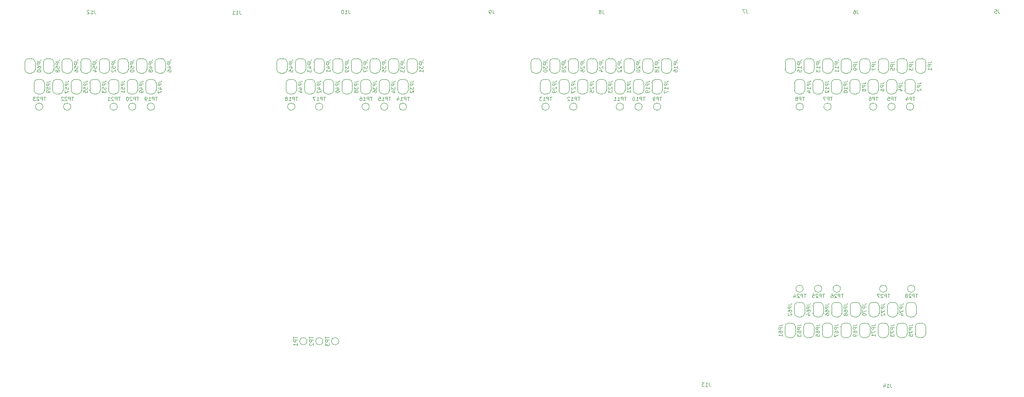
<source format=gbr>
%TF.GenerationSoftware,KiCad,Pcbnew,(7.0.0-0)*%
%TF.CreationDate,2023-03-16T21:22:01-05:00*%
%TF.ProjectId,VintageKVM,56696e74-6167-4654-9b56-4d2e6b696361,rev?*%
%TF.SameCoordinates,Original*%
%TF.FileFunction,Legend,Bot*%
%TF.FilePolarity,Positive*%
%FSLAX46Y46*%
G04 Gerber Fmt 4.6, Leading zero omitted, Abs format (unit mm)*
G04 Created by KiCad (PCBNEW (7.0.0-0)) date 2023-03-16 21:22:01*
%MOMM*%
%LPD*%
G01*
G04 APERTURE LIST*
G04 Aperture macros list*
%AMFreePoly0*
4,1,19,0.500000,-0.750000,0.000000,-0.750000,0.000000,-0.744911,-0.071157,-0.744911,-0.207708,-0.704816,-0.327430,-0.627875,-0.420627,-0.520320,-0.479746,-0.390866,-0.500000,-0.250000,-0.500000,0.250000,-0.479746,0.390866,-0.420627,0.520320,-0.327430,0.627875,-0.207708,0.704816,-0.071157,0.744911,0.000000,0.744911,0.000000,0.750000,0.500000,0.750000,0.500000,-0.750000,0.500000,-0.750000,
$1*%
%AMFreePoly1*
4,1,19,0.000000,0.744911,0.071157,0.744911,0.207708,0.704816,0.327430,0.627875,0.420627,0.520320,0.479746,0.390866,0.500000,0.250000,0.500000,-0.250000,0.479746,-0.390866,0.420627,-0.520320,0.327430,-0.627875,0.207708,-0.704816,0.071157,-0.744911,0.000000,-0.744911,0.000000,-0.750000,-0.500000,-0.750000,-0.500000,0.750000,0.000000,0.750000,0.000000,0.744911,0.000000,0.744911,
$1*%
G04 Aperture macros list end*
%ADD10C,0.100000*%
%ADD11C,0.120000*%
%ADD12C,4.000000*%
%ADD13R,1.600000X1.600000*%
%ADD14C,1.600000*%
%ADD15R,1.700000X1.700000*%
%ADD16O,1.700000X1.700000*%
%ADD17C,3.316000*%
%ADD18O,1.800000X3.600000*%
%ADD19C,2.700000*%
%ADD20C,0.001000*%
%ADD21C,2.000000*%
%ADD22O,1.800000X1.800000*%
%ADD23O,1.500000X1.500000*%
%ADD24FreePoly0,90.000000*%
%ADD25FreePoly1,90.000000*%
%ADD26FreePoly0,270.000000*%
%ADD27FreePoly1,270.000000*%
%ADD28C,1.000000*%
G04 APERTURE END LIST*
D10*
%TO.C,J14*%
X211366666Y-112457166D02*
X211366666Y-112957166D01*
X211366666Y-112957166D02*
X211399999Y-113057166D01*
X211399999Y-113057166D02*
X211466666Y-113123833D01*
X211466666Y-113123833D02*
X211566666Y-113157166D01*
X211566666Y-113157166D02*
X211633333Y-113157166D01*
X210666666Y-113157166D02*
X211066666Y-113157166D01*
X210866666Y-113157166D02*
X210866666Y-112457166D01*
X210866666Y-112457166D02*
X210933333Y-112557166D01*
X210933333Y-112557166D02*
X211000000Y-112623833D01*
X211000000Y-112623833D02*
X211066666Y-112657166D01*
X210066666Y-112690500D02*
X210066666Y-113157166D01*
X210233333Y-112423833D02*
X210399999Y-112923833D01*
X210399999Y-112923833D02*
X209966666Y-112923833D01*
%TO.C,J7*%
X183733333Y-40557166D02*
X183733333Y-41057166D01*
X183733333Y-41057166D02*
X183766666Y-41157166D01*
X183766666Y-41157166D02*
X183833333Y-41223833D01*
X183833333Y-41223833D02*
X183933333Y-41257166D01*
X183933333Y-41257166D02*
X184000000Y-41257166D01*
X183466667Y-40557166D02*
X183000000Y-40557166D01*
X183000000Y-40557166D02*
X183300000Y-41257166D01*
%TO.C,J8*%
X156133333Y-40657166D02*
X156133333Y-41157166D01*
X156133333Y-41157166D02*
X156166666Y-41257166D01*
X156166666Y-41257166D02*
X156233333Y-41323833D01*
X156233333Y-41323833D02*
X156333333Y-41357166D01*
X156333333Y-41357166D02*
X156400000Y-41357166D01*
X155700000Y-40957166D02*
X155766667Y-40923833D01*
X155766667Y-40923833D02*
X155800000Y-40890500D01*
X155800000Y-40890500D02*
X155833333Y-40823833D01*
X155833333Y-40823833D02*
X155833333Y-40790500D01*
X155833333Y-40790500D02*
X155800000Y-40723833D01*
X155800000Y-40723833D02*
X155766667Y-40690500D01*
X155766667Y-40690500D02*
X155700000Y-40657166D01*
X155700000Y-40657166D02*
X155566667Y-40657166D01*
X155566667Y-40657166D02*
X155500000Y-40690500D01*
X155500000Y-40690500D02*
X155466667Y-40723833D01*
X155466667Y-40723833D02*
X155433333Y-40790500D01*
X155433333Y-40790500D02*
X155433333Y-40823833D01*
X155433333Y-40823833D02*
X155466667Y-40890500D01*
X155466667Y-40890500D02*
X155500000Y-40923833D01*
X155500000Y-40923833D02*
X155566667Y-40957166D01*
X155566667Y-40957166D02*
X155700000Y-40957166D01*
X155700000Y-40957166D02*
X155766667Y-40990500D01*
X155766667Y-40990500D02*
X155800000Y-41023833D01*
X155800000Y-41023833D02*
X155833333Y-41090500D01*
X155833333Y-41090500D02*
X155833333Y-41223833D01*
X155833333Y-41223833D02*
X155800000Y-41290500D01*
X155800000Y-41290500D02*
X155766667Y-41323833D01*
X155766667Y-41323833D02*
X155700000Y-41357166D01*
X155700000Y-41357166D02*
X155566667Y-41357166D01*
X155566667Y-41357166D02*
X155500000Y-41323833D01*
X155500000Y-41323833D02*
X155466667Y-41290500D01*
X155466667Y-41290500D02*
X155433333Y-41223833D01*
X155433333Y-41223833D02*
X155433333Y-41090500D01*
X155433333Y-41090500D02*
X155466667Y-41023833D01*
X155466667Y-41023833D02*
X155500000Y-40990500D01*
X155500000Y-40990500D02*
X155566667Y-40957166D01*
%TO.C,J6*%
X204933333Y-40657166D02*
X204933333Y-41157166D01*
X204933333Y-41157166D02*
X204966666Y-41257166D01*
X204966666Y-41257166D02*
X205033333Y-41323833D01*
X205033333Y-41323833D02*
X205133333Y-41357166D01*
X205133333Y-41357166D02*
X205200000Y-41357166D01*
X204300000Y-40657166D02*
X204433333Y-40657166D01*
X204433333Y-40657166D02*
X204500000Y-40690500D01*
X204500000Y-40690500D02*
X204533333Y-40723833D01*
X204533333Y-40723833D02*
X204600000Y-40823833D01*
X204600000Y-40823833D02*
X204633333Y-40957166D01*
X204633333Y-40957166D02*
X204633333Y-41223833D01*
X204633333Y-41223833D02*
X204600000Y-41290500D01*
X204600000Y-41290500D02*
X204566667Y-41323833D01*
X204566667Y-41323833D02*
X204500000Y-41357166D01*
X204500000Y-41357166D02*
X204366667Y-41357166D01*
X204366667Y-41357166D02*
X204300000Y-41323833D01*
X204300000Y-41323833D02*
X204266667Y-41290500D01*
X204266667Y-41290500D02*
X204233333Y-41223833D01*
X204233333Y-41223833D02*
X204233333Y-41057166D01*
X204233333Y-41057166D02*
X204266667Y-40990500D01*
X204266667Y-40990500D02*
X204300000Y-40957166D01*
X204300000Y-40957166D02*
X204366667Y-40923833D01*
X204366667Y-40923833D02*
X204500000Y-40923833D01*
X204500000Y-40923833D02*
X204566667Y-40957166D01*
X204566667Y-40957166D02*
X204600000Y-40990500D01*
X204600000Y-40990500D02*
X204633333Y-41057166D01*
%TO.C,J12*%
X58566666Y-40657166D02*
X58566666Y-41157166D01*
X58566666Y-41157166D02*
X58599999Y-41257166D01*
X58599999Y-41257166D02*
X58666666Y-41323833D01*
X58666666Y-41323833D02*
X58766666Y-41357166D01*
X58766666Y-41357166D02*
X58833333Y-41357166D01*
X57866666Y-41357166D02*
X58266666Y-41357166D01*
X58066666Y-41357166D02*
X58066666Y-40657166D01*
X58066666Y-40657166D02*
X58133333Y-40757166D01*
X58133333Y-40757166D02*
X58200000Y-40823833D01*
X58200000Y-40823833D02*
X58266666Y-40857166D01*
X57599999Y-40723833D02*
X57566666Y-40690500D01*
X57566666Y-40690500D02*
X57499999Y-40657166D01*
X57499999Y-40657166D02*
X57333333Y-40657166D01*
X57333333Y-40657166D02*
X57266666Y-40690500D01*
X57266666Y-40690500D02*
X57233333Y-40723833D01*
X57233333Y-40723833D02*
X57199999Y-40790500D01*
X57199999Y-40790500D02*
X57199999Y-40857166D01*
X57199999Y-40857166D02*
X57233333Y-40957166D01*
X57233333Y-40957166D02*
X57633333Y-41357166D01*
X57633333Y-41357166D02*
X57199999Y-41357166D01*
%TO.C,J11*%
X86466666Y-40757166D02*
X86466666Y-41257166D01*
X86466666Y-41257166D02*
X86499999Y-41357166D01*
X86499999Y-41357166D02*
X86566666Y-41423833D01*
X86566666Y-41423833D02*
X86666666Y-41457166D01*
X86666666Y-41457166D02*
X86733333Y-41457166D01*
X85766666Y-41457166D02*
X86166666Y-41457166D01*
X85966666Y-41457166D02*
X85966666Y-40757166D01*
X85966666Y-40757166D02*
X86033333Y-40857166D01*
X86033333Y-40857166D02*
X86100000Y-40923833D01*
X86100000Y-40923833D02*
X86166666Y-40957166D01*
X85099999Y-41457166D02*
X85499999Y-41457166D01*
X85299999Y-41457166D02*
X85299999Y-40757166D01*
X85299999Y-40757166D02*
X85366666Y-40857166D01*
X85366666Y-40857166D02*
X85433333Y-40923833D01*
X85433333Y-40923833D02*
X85499999Y-40957166D01*
%TO.C,J5*%
X232033333Y-40557166D02*
X232033333Y-41057166D01*
X232033333Y-41057166D02*
X232066666Y-41157166D01*
X232066666Y-41157166D02*
X232133333Y-41223833D01*
X232133333Y-41223833D02*
X232233333Y-41257166D01*
X232233333Y-41257166D02*
X232300000Y-41257166D01*
X231366667Y-40557166D02*
X231700000Y-40557166D01*
X231700000Y-40557166D02*
X231733333Y-40890500D01*
X231733333Y-40890500D02*
X231700000Y-40857166D01*
X231700000Y-40857166D02*
X231633333Y-40823833D01*
X231633333Y-40823833D02*
X231466667Y-40823833D01*
X231466667Y-40823833D02*
X231400000Y-40857166D01*
X231400000Y-40857166D02*
X231366667Y-40890500D01*
X231366667Y-40890500D02*
X231333333Y-40957166D01*
X231333333Y-40957166D02*
X231333333Y-41123833D01*
X231333333Y-41123833D02*
X231366667Y-41190500D01*
X231366667Y-41190500D02*
X231400000Y-41223833D01*
X231400000Y-41223833D02*
X231466667Y-41257166D01*
X231466667Y-41257166D02*
X231633333Y-41257166D01*
X231633333Y-41257166D02*
X231700000Y-41223833D01*
X231700000Y-41223833D02*
X231733333Y-41190500D01*
%TO.C,J10*%
X107366666Y-40657166D02*
X107366666Y-41157166D01*
X107366666Y-41157166D02*
X107399999Y-41257166D01*
X107399999Y-41257166D02*
X107466666Y-41323833D01*
X107466666Y-41323833D02*
X107566666Y-41357166D01*
X107566666Y-41357166D02*
X107633333Y-41357166D01*
X106666666Y-41357166D02*
X107066666Y-41357166D01*
X106866666Y-41357166D02*
X106866666Y-40657166D01*
X106866666Y-40657166D02*
X106933333Y-40757166D01*
X106933333Y-40757166D02*
X107000000Y-40823833D01*
X107000000Y-40823833D02*
X107066666Y-40857166D01*
X106233333Y-40657166D02*
X106166666Y-40657166D01*
X106166666Y-40657166D02*
X106099999Y-40690500D01*
X106099999Y-40690500D02*
X106066666Y-40723833D01*
X106066666Y-40723833D02*
X106033333Y-40790500D01*
X106033333Y-40790500D02*
X105999999Y-40923833D01*
X105999999Y-40923833D02*
X105999999Y-41090500D01*
X105999999Y-41090500D02*
X106033333Y-41223833D01*
X106033333Y-41223833D02*
X106066666Y-41290500D01*
X106066666Y-41290500D02*
X106099999Y-41323833D01*
X106099999Y-41323833D02*
X106166666Y-41357166D01*
X106166666Y-41357166D02*
X106233333Y-41357166D01*
X106233333Y-41357166D02*
X106299999Y-41323833D01*
X106299999Y-41323833D02*
X106333333Y-41290500D01*
X106333333Y-41290500D02*
X106366666Y-41223833D01*
X106366666Y-41223833D02*
X106399999Y-41090500D01*
X106399999Y-41090500D02*
X106399999Y-40923833D01*
X106399999Y-40923833D02*
X106366666Y-40790500D01*
X106366666Y-40790500D02*
X106333333Y-40723833D01*
X106333333Y-40723833D02*
X106299999Y-40690500D01*
X106299999Y-40690500D02*
X106233333Y-40657166D01*
%TO.C,J13*%
X176566666Y-112257166D02*
X176566666Y-112757166D01*
X176566666Y-112757166D02*
X176599999Y-112857166D01*
X176599999Y-112857166D02*
X176666666Y-112923833D01*
X176666666Y-112923833D02*
X176766666Y-112957166D01*
X176766666Y-112957166D02*
X176833333Y-112957166D01*
X175866666Y-112957166D02*
X176266666Y-112957166D01*
X176066666Y-112957166D02*
X176066666Y-112257166D01*
X176066666Y-112257166D02*
X176133333Y-112357166D01*
X176133333Y-112357166D02*
X176200000Y-112423833D01*
X176200000Y-112423833D02*
X176266666Y-112457166D01*
X175633333Y-112257166D02*
X175199999Y-112257166D01*
X175199999Y-112257166D02*
X175433333Y-112523833D01*
X175433333Y-112523833D02*
X175333333Y-112523833D01*
X175333333Y-112523833D02*
X175266666Y-112557166D01*
X175266666Y-112557166D02*
X175233333Y-112590500D01*
X175233333Y-112590500D02*
X175199999Y-112657166D01*
X175199999Y-112657166D02*
X175199999Y-112823833D01*
X175199999Y-112823833D02*
X175233333Y-112890500D01*
X175233333Y-112890500D02*
X175266666Y-112923833D01*
X175266666Y-112923833D02*
X175333333Y-112957166D01*
X175333333Y-112957166D02*
X175533333Y-112957166D01*
X175533333Y-112957166D02*
X175599999Y-112923833D01*
X175599999Y-112923833D02*
X175633333Y-112890500D01*
%TO.C,J9*%
X135033333Y-40657166D02*
X135033333Y-41157166D01*
X135033333Y-41157166D02*
X135066666Y-41257166D01*
X135066666Y-41257166D02*
X135133333Y-41323833D01*
X135133333Y-41323833D02*
X135233333Y-41357166D01*
X135233333Y-41357166D02*
X135300000Y-41357166D01*
X134666667Y-41357166D02*
X134533333Y-41357166D01*
X134533333Y-41357166D02*
X134466667Y-41323833D01*
X134466667Y-41323833D02*
X134433333Y-41290500D01*
X134433333Y-41290500D02*
X134366667Y-41190500D01*
X134366667Y-41190500D02*
X134333333Y-41057166D01*
X134333333Y-41057166D02*
X134333333Y-40790500D01*
X134333333Y-40790500D02*
X134366667Y-40723833D01*
X134366667Y-40723833D02*
X134400000Y-40690500D01*
X134400000Y-40690500D02*
X134466667Y-40657166D01*
X134466667Y-40657166D02*
X134600000Y-40657166D01*
X134600000Y-40657166D02*
X134666667Y-40690500D01*
X134666667Y-40690500D02*
X134700000Y-40723833D01*
X134700000Y-40723833D02*
X134733333Y-40790500D01*
X134733333Y-40790500D02*
X134733333Y-40957166D01*
X134733333Y-40957166D02*
X134700000Y-41023833D01*
X134700000Y-41023833D02*
X134666667Y-41057166D01*
X134666667Y-41057166D02*
X134600000Y-41090500D01*
X134600000Y-41090500D02*
X134466667Y-41090500D01*
X134466667Y-41090500D02*
X134400000Y-41057166D01*
X134400000Y-41057166D02*
X134366667Y-41023833D01*
X134366667Y-41023833D02*
X134333333Y-40957166D01*
%TO.C,JP40*%
X104885462Y-54467671D02*
X105385462Y-54467671D01*
X105385462Y-54467671D02*
X105485462Y-54434338D01*
X105485462Y-54434338D02*
X105552129Y-54367671D01*
X105552129Y-54367671D02*
X105585462Y-54267671D01*
X105585462Y-54267671D02*
X105585462Y-54201005D01*
X105585462Y-54801004D02*
X104885462Y-54801004D01*
X104885462Y-54801004D02*
X104885462Y-55067671D01*
X104885462Y-55067671D02*
X104918796Y-55134338D01*
X104918796Y-55134338D02*
X104952129Y-55167671D01*
X104952129Y-55167671D02*
X105018796Y-55201004D01*
X105018796Y-55201004D02*
X105118796Y-55201004D01*
X105118796Y-55201004D02*
X105185462Y-55167671D01*
X105185462Y-55167671D02*
X105218796Y-55134338D01*
X105218796Y-55134338D02*
X105252129Y-55067671D01*
X105252129Y-55067671D02*
X105252129Y-54801004D01*
X105118796Y-55801004D02*
X105585462Y-55801004D01*
X104852129Y-55634338D02*
X105352129Y-55467671D01*
X105352129Y-55467671D02*
X105352129Y-55901004D01*
X104885462Y-56301005D02*
X104885462Y-56367671D01*
X104885462Y-56367671D02*
X104918796Y-56434338D01*
X104918796Y-56434338D02*
X104952129Y-56467671D01*
X104952129Y-56467671D02*
X105018796Y-56501005D01*
X105018796Y-56501005D02*
X105152129Y-56534338D01*
X105152129Y-56534338D02*
X105318796Y-56534338D01*
X105318796Y-56534338D02*
X105452129Y-56501005D01*
X105452129Y-56501005D02*
X105518796Y-56467671D01*
X105518796Y-56467671D02*
X105552129Y-56434338D01*
X105552129Y-56434338D02*
X105585462Y-56367671D01*
X105585462Y-56367671D02*
X105585462Y-56301005D01*
X105585462Y-56301005D02*
X105552129Y-56234338D01*
X105552129Y-56234338D02*
X105518796Y-56201005D01*
X105518796Y-56201005D02*
X105452129Y-56167671D01*
X105452129Y-56167671D02*
X105318796Y-56134338D01*
X105318796Y-56134338D02*
X105152129Y-56134338D01*
X105152129Y-56134338D02*
X105018796Y-56167671D01*
X105018796Y-56167671D02*
X104952129Y-56201005D01*
X104952129Y-56201005D02*
X104918796Y-56234338D01*
X104918796Y-56234338D02*
X104885462Y-56301005D01*
%TO.C,JP68*%
X202396342Y-97298995D02*
X202896342Y-97298995D01*
X202896342Y-97298995D02*
X202996342Y-97265662D01*
X202996342Y-97265662D02*
X203063009Y-97198995D01*
X203063009Y-97198995D02*
X203096342Y-97098995D01*
X203096342Y-97098995D02*
X203096342Y-97032329D01*
X203096342Y-97632328D02*
X202396342Y-97632328D01*
X202396342Y-97632328D02*
X202396342Y-97898995D01*
X202396342Y-97898995D02*
X202429676Y-97965662D01*
X202429676Y-97965662D02*
X202463009Y-97998995D01*
X202463009Y-97998995D02*
X202529676Y-98032328D01*
X202529676Y-98032328D02*
X202629676Y-98032328D01*
X202629676Y-98032328D02*
X202696342Y-97998995D01*
X202696342Y-97998995D02*
X202729676Y-97965662D01*
X202729676Y-97965662D02*
X202763009Y-97898995D01*
X202763009Y-97898995D02*
X202763009Y-97632328D01*
X202396342Y-98632328D02*
X202396342Y-98498995D01*
X202396342Y-98498995D02*
X202429676Y-98432328D01*
X202429676Y-98432328D02*
X202463009Y-98398995D01*
X202463009Y-98398995D02*
X202563009Y-98332328D01*
X202563009Y-98332328D02*
X202696342Y-98298995D01*
X202696342Y-98298995D02*
X202963009Y-98298995D01*
X202963009Y-98298995D02*
X203029676Y-98332328D01*
X203029676Y-98332328D02*
X203063009Y-98365662D01*
X203063009Y-98365662D02*
X203096342Y-98432328D01*
X203096342Y-98432328D02*
X203096342Y-98565662D01*
X203096342Y-98565662D02*
X203063009Y-98632328D01*
X203063009Y-98632328D02*
X203029676Y-98665662D01*
X203029676Y-98665662D02*
X202963009Y-98698995D01*
X202963009Y-98698995D02*
X202796342Y-98698995D01*
X202796342Y-98698995D02*
X202729676Y-98665662D01*
X202729676Y-98665662D02*
X202696342Y-98632328D01*
X202696342Y-98632328D02*
X202663009Y-98565662D01*
X202663009Y-98565662D02*
X202663009Y-98432328D01*
X202663009Y-98432328D02*
X202696342Y-98365662D01*
X202696342Y-98365662D02*
X202729676Y-98332328D01*
X202729676Y-98332328D02*
X202796342Y-98298995D01*
X202696342Y-99098995D02*
X202663009Y-99032329D01*
X202663009Y-99032329D02*
X202629676Y-98998995D01*
X202629676Y-98998995D02*
X202563009Y-98965662D01*
X202563009Y-98965662D02*
X202529676Y-98965662D01*
X202529676Y-98965662D02*
X202463009Y-98998995D01*
X202463009Y-98998995D02*
X202429676Y-99032329D01*
X202429676Y-99032329D02*
X202396342Y-99098995D01*
X202396342Y-99098995D02*
X202396342Y-99232329D01*
X202396342Y-99232329D02*
X202429676Y-99298995D01*
X202429676Y-99298995D02*
X202463009Y-99332329D01*
X202463009Y-99332329D02*
X202529676Y-99365662D01*
X202529676Y-99365662D02*
X202563009Y-99365662D01*
X202563009Y-99365662D02*
X202629676Y-99332329D01*
X202629676Y-99332329D02*
X202663009Y-99298995D01*
X202663009Y-99298995D02*
X202696342Y-99232329D01*
X202696342Y-99232329D02*
X202696342Y-99098995D01*
X202696342Y-99098995D02*
X202729676Y-99032329D01*
X202729676Y-99032329D02*
X202763009Y-98998995D01*
X202763009Y-98998995D02*
X202829676Y-98965662D01*
X202829676Y-98965662D02*
X202963009Y-98965662D01*
X202963009Y-98965662D02*
X203029676Y-98998995D01*
X203029676Y-98998995D02*
X203063009Y-99032329D01*
X203063009Y-99032329D02*
X203096342Y-99098995D01*
X203096342Y-99098995D02*
X203096342Y-99232329D01*
X203096342Y-99232329D02*
X203063009Y-99298995D01*
X203063009Y-99298995D02*
X203029676Y-99332329D01*
X203029676Y-99332329D02*
X202963009Y-99365662D01*
X202963009Y-99365662D02*
X202829676Y-99365662D01*
X202829676Y-99365662D02*
X202763009Y-99332329D01*
X202763009Y-99332329D02*
X202729676Y-99298995D01*
X202729676Y-99298995D02*
X202696342Y-99232329D01*
%TO.C,JP1*%
X218526344Y-50801004D02*
X219026344Y-50801004D01*
X219026344Y-50801004D02*
X219126344Y-50767671D01*
X219126344Y-50767671D02*
X219193011Y-50701004D01*
X219193011Y-50701004D02*
X219226344Y-50601004D01*
X219226344Y-50601004D02*
X219226344Y-50534338D01*
X219226344Y-51134337D02*
X218526344Y-51134337D01*
X218526344Y-51134337D02*
X218526344Y-51401004D01*
X218526344Y-51401004D02*
X218559678Y-51467671D01*
X218559678Y-51467671D02*
X218593011Y-51501004D01*
X218593011Y-51501004D02*
X218659678Y-51534337D01*
X218659678Y-51534337D02*
X218759678Y-51534337D01*
X218759678Y-51534337D02*
X218826344Y-51501004D01*
X218826344Y-51501004D02*
X218859678Y-51467671D01*
X218859678Y-51467671D02*
X218893011Y-51401004D01*
X218893011Y-51401004D02*
X218893011Y-51134337D01*
X219226344Y-52201004D02*
X219226344Y-51801004D01*
X219226344Y-52001004D02*
X218526344Y-52001004D01*
X218526344Y-52001004D02*
X218626344Y-51934337D01*
X218626344Y-51934337D02*
X218693011Y-51867671D01*
X218693011Y-51867671D02*
X218726344Y-51801004D01*
%TO.C,JP57*%
X52950748Y-54467671D02*
X53450748Y-54467671D01*
X53450748Y-54467671D02*
X53550748Y-54434338D01*
X53550748Y-54434338D02*
X53617415Y-54367671D01*
X53617415Y-54367671D02*
X53650748Y-54267671D01*
X53650748Y-54267671D02*
X53650748Y-54201005D01*
X53650748Y-54801004D02*
X52950748Y-54801004D01*
X52950748Y-54801004D02*
X52950748Y-55067671D01*
X52950748Y-55067671D02*
X52984082Y-55134338D01*
X52984082Y-55134338D02*
X53017415Y-55167671D01*
X53017415Y-55167671D02*
X53084082Y-55201004D01*
X53084082Y-55201004D02*
X53184082Y-55201004D01*
X53184082Y-55201004D02*
X53250748Y-55167671D01*
X53250748Y-55167671D02*
X53284082Y-55134338D01*
X53284082Y-55134338D02*
X53317415Y-55067671D01*
X53317415Y-55067671D02*
X53317415Y-54801004D01*
X52950748Y-55834338D02*
X52950748Y-55501004D01*
X52950748Y-55501004D02*
X53284082Y-55467671D01*
X53284082Y-55467671D02*
X53250748Y-55501004D01*
X53250748Y-55501004D02*
X53217415Y-55567671D01*
X53217415Y-55567671D02*
X53217415Y-55734338D01*
X53217415Y-55734338D02*
X53250748Y-55801004D01*
X53250748Y-55801004D02*
X53284082Y-55834338D01*
X53284082Y-55834338D02*
X53350748Y-55867671D01*
X53350748Y-55867671D02*
X53517415Y-55867671D01*
X53517415Y-55867671D02*
X53584082Y-55834338D01*
X53584082Y-55834338D02*
X53617415Y-55801004D01*
X53617415Y-55801004D02*
X53650748Y-55734338D01*
X53650748Y-55734338D02*
X53650748Y-55567671D01*
X53650748Y-55567671D02*
X53617415Y-55501004D01*
X53617415Y-55501004D02*
X53584082Y-55467671D01*
X52950748Y-56101005D02*
X52950748Y-56567671D01*
X52950748Y-56567671D02*
X53650748Y-56267671D01*
%TO.C,TP11*%
X160672544Y-57343504D02*
X160272544Y-57343504D01*
X160472544Y-58043504D02*
X160472544Y-57343504D01*
X160039211Y-58043504D02*
X160039211Y-57343504D01*
X160039211Y-57343504D02*
X159772544Y-57343504D01*
X159772544Y-57343504D02*
X159705878Y-57376838D01*
X159705878Y-57376838D02*
X159672544Y-57410171D01*
X159672544Y-57410171D02*
X159639211Y-57476838D01*
X159639211Y-57476838D02*
X159639211Y-57576838D01*
X159639211Y-57576838D02*
X159672544Y-57643504D01*
X159672544Y-57643504D02*
X159705878Y-57676838D01*
X159705878Y-57676838D02*
X159772544Y-57710171D01*
X159772544Y-57710171D02*
X160039211Y-57710171D01*
X158972544Y-58043504D02*
X159372544Y-58043504D01*
X159172544Y-58043504D02*
X159172544Y-57343504D01*
X159172544Y-57343504D02*
X159239211Y-57443504D01*
X159239211Y-57443504D02*
X159305878Y-57510171D01*
X159305878Y-57510171D02*
X159372544Y-57543504D01*
X158305877Y-58043504D02*
X158705877Y-58043504D01*
X158505877Y-58043504D02*
X158505877Y-57343504D01*
X158505877Y-57343504D02*
X158572544Y-57443504D01*
X158572544Y-57443504D02*
X158639211Y-57510171D01*
X158639211Y-57510171D02*
X158705877Y-57543504D01*
%TO.C,JP43*%
X99528320Y-50467671D02*
X100028320Y-50467671D01*
X100028320Y-50467671D02*
X100128320Y-50434338D01*
X100128320Y-50434338D02*
X100194987Y-50367671D01*
X100194987Y-50367671D02*
X100228320Y-50267671D01*
X100228320Y-50267671D02*
X100228320Y-50201005D01*
X100228320Y-50801004D02*
X99528320Y-50801004D01*
X99528320Y-50801004D02*
X99528320Y-51067671D01*
X99528320Y-51067671D02*
X99561654Y-51134338D01*
X99561654Y-51134338D02*
X99594987Y-51167671D01*
X99594987Y-51167671D02*
X99661654Y-51201004D01*
X99661654Y-51201004D02*
X99761654Y-51201004D01*
X99761654Y-51201004D02*
X99828320Y-51167671D01*
X99828320Y-51167671D02*
X99861654Y-51134338D01*
X99861654Y-51134338D02*
X99894987Y-51067671D01*
X99894987Y-51067671D02*
X99894987Y-50801004D01*
X99761654Y-51801004D02*
X100228320Y-51801004D01*
X99494987Y-51634338D02*
X99994987Y-51467671D01*
X99994987Y-51467671D02*
X99994987Y-51901004D01*
X99528320Y-52101005D02*
X99528320Y-52534338D01*
X99528320Y-52534338D02*
X99794987Y-52301005D01*
X99794987Y-52301005D02*
X99794987Y-52401005D01*
X99794987Y-52401005D02*
X99828320Y-52467671D01*
X99828320Y-52467671D02*
X99861654Y-52501005D01*
X99861654Y-52501005D02*
X99928320Y-52534338D01*
X99928320Y-52534338D02*
X100094987Y-52534338D01*
X100094987Y-52534338D02*
X100161654Y-52501005D01*
X100161654Y-52501005D02*
X100194987Y-52467671D01*
X100194987Y-52467671D02*
X100228320Y-52401005D01*
X100228320Y-52401005D02*
X100228320Y-52201005D01*
X100228320Y-52201005D02*
X100194987Y-52134338D01*
X100194987Y-52134338D02*
X100161654Y-52101005D01*
%TO.C,TP15*%
X115459246Y-57343504D02*
X115059246Y-57343504D01*
X115259246Y-58043504D02*
X115259246Y-57343504D01*
X114825913Y-58043504D02*
X114825913Y-57343504D01*
X114825913Y-57343504D02*
X114559246Y-57343504D01*
X114559246Y-57343504D02*
X114492580Y-57376838D01*
X114492580Y-57376838D02*
X114459246Y-57410171D01*
X114459246Y-57410171D02*
X114425913Y-57476838D01*
X114425913Y-57476838D02*
X114425913Y-57576838D01*
X114425913Y-57576838D02*
X114459246Y-57643504D01*
X114459246Y-57643504D02*
X114492580Y-57676838D01*
X114492580Y-57676838D02*
X114559246Y-57710171D01*
X114559246Y-57710171D02*
X114825913Y-57710171D01*
X113759246Y-58043504D02*
X114159246Y-58043504D01*
X113959246Y-58043504D02*
X113959246Y-57343504D01*
X113959246Y-57343504D02*
X114025913Y-57443504D01*
X114025913Y-57443504D02*
X114092580Y-57510171D01*
X114092580Y-57510171D02*
X114159246Y-57543504D01*
X113125913Y-57343504D02*
X113459246Y-57343504D01*
X113459246Y-57343504D02*
X113492579Y-57676838D01*
X113492579Y-57676838D02*
X113459246Y-57643504D01*
X113459246Y-57643504D02*
X113392579Y-57610171D01*
X113392579Y-57610171D02*
X113225913Y-57610171D01*
X113225913Y-57610171D02*
X113159246Y-57643504D01*
X113159246Y-57643504D02*
X113125913Y-57676838D01*
X113125913Y-57676838D02*
X113092579Y-57743504D01*
X113092579Y-57743504D02*
X113092579Y-57910171D01*
X113092579Y-57910171D02*
X113125913Y-57976838D01*
X113125913Y-57976838D02*
X113159246Y-58010171D01*
X113159246Y-58010171D02*
X113225913Y-58043504D01*
X113225913Y-58043504D02*
X113392579Y-58043504D01*
X113392579Y-58043504D02*
X113459246Y-58010171D01*
X113459246Y-58010171D02*
X113492579Y-57976838D01*
%TO.C,JP8*%
X205895092Y-54801004D02*
X206395092Y-54801004D01*
X206395092Y-54801004D02*
X206495092Y-54767671D01*
X206495092Y-54767671D02*
X206561759Y-54701004D01*
X206561759Y-54701004D02*
X206595092Y-54601004D01*
X206595092Y-54601004D02*
X206595092Y-54534338D01*
X206595092Y-55134337D02*
X205895092Y-55134337D01*
X205895092Y-55134337D02*
X205895092Y-55401004D01*
X205895092Y-55401004D02*
X205928426Y-55467671D01*
X205928426Y-55467671D02*
X205961759Y-55501004D01*
X205961759Y-55501004D02*
X206028426Y-55534337D01*
X206028426Y-55534337D02*
X206128426Y-55534337D01*
X206128426Y-55534337D02*
X206195092Y-55501004D01*
X206195092Y-55501004D02*
X206228426Y-55467671D01*
X206228426Y-55467671D02*
X206261759Y-55401004D01*
X206261759Y-55401004D02*
X206261759Y-55134337D01*
X206195092Y-55934337D02*
X206161759Y-55867671D01*
X206161759Y-55867671D02*
X206128426Y-55834337D01*
X206128426Y-55834337D02*
X206061759Y-55801004D01*
X206061759Y-55801004D02*
X206028426Y-55801004D01*
X206028426Y-55801004D02*
X205961759Y-55834337D01*
X205961759Y-55834337D02*
X205928426Y-55867671D01*
X205928426Y-55867671D02*
X205895092Y-55934337D01*
X205895092Y-55934337D02*
X205895092Y-56067671D01*
X205895092Y-56067671D02*
X205928426Y-56134337D01*
X205928426Y-56134337D02*
X205961759Y-56167671D01*
X205961759Y-56167671D02*
X206028426Y-56201004D01*
X206028426Y-56201004D02*
X206061759Y-56201004D01*
X206061759Y-56201004D02*
X206128426Y-56167671D01*
X206128426Y-56167671D02*
X206161759Y-56134337D01*
X206161759Y-56134337D02*
X206195092Y-56067671D01*
X206195092Y-56067671D02*
X206195092Y-55934337D01*
X206195092Y-55934337D02*
X206228426Y-55867671D01*
X206228426Y-55867671D02*
X206261759Y-55834337D01*
X206261759Y-55834337D02*
X206328426Y-55801004D01*
X206328426Y-55801004D02*
X206461759Y-55801004D01*
X206461759Y-55801004D02*
X206528426Y-55834337D01*
X206528426Y-55834337D02*
X206561759Y-55867671D01*
X206561759Y-55867671D02*
X206595092Y-55934337D01*
X206595092Y-55934337D02*
X206595092Y-56067671D01*
X206595092Y-56067671D02*
X206561759Y-56134337D01*
X206561759Y-56134337D02*
X206528426Y-56167671D01*
X206528426Y-56167671D02*
X206461759Y-56201004D01*
X206461759Y-56201004D02*
X206328426Y-56201004D01*
X206328426Y-56201004D02*
X206261759Y-56167671D01*
X206261759Y-56167671D02*
X206228426Y-56134337D01*
X206228426Y-56134337D02*
X206195092Y-56067671D01*
%TO.C,TP10*%
X164243972Y-57343504D02*
X163843972Y-57343504D01*
X164043972Y-58043504D02*
X164043972Y-57343504D01*
X163610639Y-58043504D02*
X163610639Y-57343504D01*
X163610639Y-57343504D02*
X163343972Y-57343504D01*
X163343972Y-57343504D02*
X163277306Y-57376838D01*
X163277306Y-57376838D02*
X163243972Y-57410171D01*
X163243972Y-57410171D02*
X163210639Y-57476838D01*
X163210639Y-57476838D02*
X163210639Y-57576838D01*
X163210639Y-57576838D02*
X163243972Y-57643504D01*
X163243972Y-57643504D02*
X163277306Y-57676838D01*
X163277306Y-57676838D02*
X163343972Y-57710171D01*
X163343972Y-57710171D02*
X163610639Y-57710171D01*
X162543972Y-58043504D02*
X162943972Y-58043504D01*
X162743972Y-58043504D02*
X162743972Y-57343504D01*
X162743972Y-57343504D02*
X162810639Y-57443504D01*
X162810639Y-57443504D02*
X162877306Y-57510171D01*
X162877306Y-57510171D02*
X162943972Y-57543504D01*
X162110639Y-57343504D02*
X162043972Y-57343504D01*
X162043972Y-57343504D02*
X161977305Y-57376838D01*
X161977305Y-57376838D02*
X161943972Y-57410171D01*
X161943972Y-57410171D02*
X161910639Y-57476838D01*
X161910639Y-57476838D02*
X161877305Y-57610171D01*
X161877305Y-57610171D02*
X161877305Y-57776838D01*
X161877305Y-57776838D02*
X161910639Y-57910171D01*
X161910639Y-57910171D02*
X161943972Y-57976838D01*
X161943972Y-57976838D02*
X161977305Y-58010171D01*
X161977305Y-58010171D02*
X162043972Y-58043504D01*
X162043972Y-58043504D02*
X162110639Y-58043504D01*
X162110639Y-58043504D02*
X162177305Y-58010171D01*
X162177305Y-58010171D02*
X162210639Y-57976838D01*
X162210639Y-57976838D02*
X162243972Y-57910171D01*
X162243972Y-57910171D02*
X162277305Y-57776838D01*
X162277305Y-57776838D02*
X162277305Y-57610171D01*
X162277305Y-57610171D02*
X162243972Y-57476838D01*
X162243972Y-57476838D02*
X162210639Y-57410171D01*
X162210639Y-57410171D02*
X162177305Y-57376838D01*
X162177305Y-57376838D02*
X162110639Y-57343504D01*
%TO.C,JP23*%
X157241616Y-54467671D02*
X157741616Y-54467671D01*
X157741616Y-54467671D02*
X157841616Y-54434338D01*
X157841616Y-54434338D02*
X157908283Y-54367671D01*
X157908283Y-54367671D02*
X157941616Y-54267671D01*
X157941616Y-54267671D02*
X157941616Y-54201005D01*
X157941616Y-54801004D02*
X157241616Y-54801004D01*
X157241616Y-54801004D02*
X157241616Y-55067671D01*
X157241616Y-55067671D02*
X157274950Y-55134338D01*
X157274950Y-55134338D02*
X157308283Y-55167671D01*
X157308283Y-55167671D02*
X157374950Y-55201004D01*
X157374950Y-55201004D02*
X157474950Y-55201004D01*
X157474950Y-55201004D02*
X157541616Y-55167671D01*
X157541616Y-55167671D02*
X157574950Y-55134338D01*
X157574950Y-55134338D02*
X157608283Y-55067671D01*
X157608283Y-55067671D02*
X157608283Y-54801004D01*
X157308283Y-55467671D02*
X157274950Y-55501004D01*
X157274950Y-55501004D02*
X157241616Y-55567671D01*
X157241616Y-55567671D02*
X157241616Y-55734338D01*
X157241616Y-55734338D02*
X157274950Y-55801004D01*
X157274950Y-55801004D02*
X157308283Y-55834338D01*
X157308283Y-55834338D02*
X157374950Y-55867671D01*
X157374950Y-55867671D02*
X157441616Y-55867671D01*
X157441616Y-55867671D02*
X157541616Y-55834338D01*
X157541616Y-55834338D02*
X157941616Y-55434338D01*
X157941616Y-55434338D02*
X157941616Y-55867671D01*
X157241616Y-56101005D02*
X157241616Y-56534338D01*
X157241616Y-56534338D02*
X157508283Y-56301005D01*
X157508283Y-56301005D02*
X157508283Y-56401005D01*
X157508283Y-56401005D02*
X157541616Y-56467671D01*
X157541616Y-56467671D02*
X157574950Y-56501005D01*
X157574950Y-56501005D02*
X157641616Y-56534338D01*
X157641616Y-56534338D02*
X157808283Y-56534338D01*
X157808283Y-56534338D02*
X157874950Y-56501005D01*
X157874950Y-56501005D02*
X157908283Y-56467671D01*
X157908283Y-56467671D02*
X157941616Y-56401005D01*
X157941616Y-56401005D02*
X157941616Y-56201005D01*
X157941616Y-56201005D02*
X157908283Y-56134338D01*
X157908283Y-56134338D02*
X157874950Y-56101005D01*
%TO.C,JP12*%
X198839736Y-54467671D02*
X199339736Y-54467671D01*
X199339736Y-54467671D02*
X199439736Y-54434338D01*
X199439736Y-54434338D02*
X199506403Y-54367671D01*
X199506403Y-54367671D02*
X199539736Y-54267671D01*
X199539736Y-54267671D02*
X199539736Y-54201005D01*
X199539736Y-54801004D02*
X198839736Y-54801004D01*
X198839736Y-54801004D02*
X198839736Y-55067671D01*
X198839736Y-55067671D02*
X198873070Y-55134338D01*
X198873070Y-55134338D02*
X198906403Y-55167671D01*
X198906403Y-55167671D02*
X198973070Y-55201004D01*
X198973070Y-55201004D02*
X199073070Y-55201004D01*
X199073070Y-55201004D02*
X199139736Y-55167671D01*
X199139736Y-55167671D02*
X199173070Y-55134338D01*
X199173070Y-55134338D02*
X199206403Y-55067671D01*
X199206403Y-55067671D02*
X199206403Y-54801004D01*
X199539736Y-55867671D02*
X199539736Y-55467671D01*
X199539736Y-55667671D02*
X198839736Y-55667671D01*
X198839736Y-55667671D02*
X198939736Y-55601004D01*
X198939736Y-55601004D02*
X199006403Y-55534338D01*
X199006403Y-55534338D02*
X199039736Y-55467671D01*
X198906403Y-56134338D02*
X198873070Y-56167671D01*
X198873070Y-56167671D02*
X198839736Y-56234338D01*
X198839736Y-56234338D02*
X198839736Y-56401005D01*
X198839736Y-56401005D02*
X198873070Y-56467671D01*
X198873070Y-56467671D02*
X198906403Y-56501005D01*
X198906403Y-56501005D02*
X198973070Y-56534338D01*
X198973070Y-56534338D02*
X199039736Y-56534338D01*
X199039736Y-56534338D02*
X199139736Y-56501005D01*
X199139736Y-56501005D02*
X199539736Y-56101005D01*
X199539736Y-56101005D02*
X199539736Y-56534338D01*
%TO.C,JP45*%
X95956892Y-50467671D02*
X96456892Y-50467671D01*
X96456892Y-50467671D02*
X96556892Y-50434338D01*
X96556892Y-50434338D02*
X96623559Y-50367671D01*
X96623559Y-50367671D02*
X96656892Y-50267671D01*
X96656892Y-50267671D02*
X96656892Y-50201005D01*
X96656892Y-50801004D02*
X95956892Y-50801004D01*
X95956892Y-50801004D02*
X95956892Y-51067671D01*
X95956892Y-51067671D02*
X95990226Y-51134338D01*
X95990226Y-51134338D02*
X96023559Y-51167671D01*
X96023559Y-51167671D02*
X96090226Y-51201004D01*
X96090226Y-51201004D02*
X96190226Y-51201004D01*
X96190226Y-51201004D02*
X96256892Y-51167671D01*
X96256892Y-51167671D02*
X96290226Y-51134338D01*
X96290226Y-51134338D02*
X96323559Y-51067671D01*
X96323559Y-51067671D02*
X96323559Y-50801004D01*
X96190226Y-51801004D02*
X96656892Y-51801004D01*
X95923559Y-51634338D02*
X96423559Y-51467671D01*
X96423559Y-51467671D02*
X96423559Y-51901004D01*
X95956892Y-52501005D02*
X95956892Y-52167671D01*
X95956892Y-52167671D02*
X96290226Y-52134338D01*
X96290226Y-52134338D02*
X96256892Y-52167671D01*
X96256892Y-52167671D02*
X96223559Y-52234338D01*
X96223559Y-52234338D02*
X96223559Y-52401005D01*
X96223559Y-52401005D02*
X96256892Y-52467671D01*
X96256892Y-52467671D02*
X96290226Y-52501005D01*
X96290226Y-52501005D02*
X96356892Y-52534338D01*
X96356892Y-52534338D02*
X96523559Y-52534338D01*
X96523559Y-52534338D02*
X96590226Y-52501005D01*
X96590226Y-52501005D02*
X96623559Y-52467671D01*
X96623559Y-52467671D02*
X96656892Y-52401005D01*
X96656892Y-52401005D02*
X96656892Y-52234338D01*
X96656892Y-52234338D02*
X96623559Y-52167671D01*
X96623559Y-52167671D02*
X96590226Y-52134338D01*
%TO.C,TP18*%
X97602106Y-57343504D02*
X97202106Y-57343504D01*
X97402106Y-58043504D02*
X97402106Y-57343504D01*
X96968773Y-58043504D02*
X96968773Y-57343504D01*
X96968773Y-57343504D02*
X96702106Y-57343504D01*
X96702106Y-57343504D02*
X96635440Y-57376838D01*
X96635440Y-57376838D02*
X96602106Y-57410171D01*
X96602106Y-57410171D02*
X96568773Y-57476838D01*
X96568773Y-57476838D02*
X96568773Y-57576838D01*
X96568773Y-57576838D02*
X96602106Y-57643504D01*
X96602106Y-57643504D02*
X96635440Y-57676838D01*
X96635440Y-57676838D02*
X96702106Y-57710171D01*
X96702106Y-57710171D02*
X96968773Y-57710171D01*
X95902106Y-58043504D02*
X96302106Y-58043504D01*
X96102106Y-58043504D02*
X96102106Y-57343504D01*
X96102106Y-57343504D02*
X96168773Y-57443504D01*
X96168773Y-57443504D02*
X96235440Y-57510171D01*
X96235440Y-57510171D02*
X96302106Y-57543504D01*
X95502106Y-57643504D02*
X95568773Y-57610171D01*
X95568773Y-57610171D02*
X95602106Y-57576838D01*
X95602106Y-57576838D02*
X95635439Y-57510171D01*
X95635439Y-57510171D02*
X95635439Y-57476838D01*
X95635439Y-57476838D02*
X95602106Y-57410171D01*
X95602106Y-57410171D02*
X95568773Y-57376838D01*
X95568773Y-57376838D02*
X95502106Y-57343504D01*
X95502106Y-57343504D02*
X95368773Y-57343504D01*
X95368773Y-57343504D02*
X95302106Y-57376838D01*
X95302106Y-57376838D02*
X95268773Y-57410171D01*
X95268773Y-57410171D02*
X95235439Y-57476838D01*
X95235439Y-57476838D02*
X95235439Y-57510171D01*
X95235439Y-57510171D02*
X95268773Y-57576838D01*
X95268773Y-57576838D02*
X95302106Y-57610171D01*
X95302106Y-57610171D02*
X95368773Y-57643504D01*
X95368773Y-57643504D02*
X95502106Y-57643504D01*
X95502106Y-57643504D02*
X95568773Y-57676838D01*
X95568773Y-57676838D02*
X95602106Y-57710171D01*
X95602106Y-57710171D02*
X95635439Y-57776838D01*
X95635439Y-57776838D02*
X95635439Y-57910171D01*
X95635439Y-57910171D02*
X95602106Y-57976838D01*
X95602106Y-57976838D02*
X95568773Y-58010171D01*
X95568773Y-58010171D02*
X95502106Y-58043504D01*
X95502106Y-58043504D02*
X95368773Y-58043504D01*
X95368773Y-58043504D02*
X95302106Y-58010171D01*
X95302106Y-58010171D02*
X95268773Y-57976838D01*
X95268773Y-57976838D02*
X95235439Y-57910171D01*
X95235439Y-57910171D02*
X95235439Y-57776838D01*
X95235439Y-57776838D02*
X95268773Y-57710171D01*
X95268773Y-57710171D02*
X95302106Y-57676838D01*
X95302106Y-57676838D02*
X95368773Y-57643504D01*
%TO.C,JP58*%
X51165034Y-50467671D02*
X51665034Y-50467671D01*
X51665034Y-50467671D02*
X51765034Y-50434338D01*
X51765034Y-50434338D02*
X51831701Y-50367671D01*
X51831701Y-50367671D02*
X51865034Y-50267671D01*
X51865034Y-50267671D02*
X51865034Y-50201005D01*
X51865034Y-50801004D02*
X51165034Y-50801004D01*
X51165034Y-50801004D02*
X51165034Y-51067671D01*
X51165034Y-51067671D02*
X51198368Y-51134338D01*
X51198368Y-51134338D02*
X51231701Y-51167671D01*
X51231701Y-51167671D02*
X51298368Y-51201004D01*
X51298368Y-51201004D02*
X51398368Y-51201004D01*
X51398368Y-51201004D02*
X51465034Y-51167671D01*
X51465034Y-51167671D02*
X51498368Y-51134338D01*
X51498368Y-51134338D02*
X51531701Y-51067671D01*
X51531701Y-51067671D02*
X51531701Y-50801004D01*
X51165034Y-51834338D02*
X51165034Y-51501004D01*
X51165034Y-51501004D02*
X51498368Y-51467671D01*
X51498368Y-51467671D02*
X51465034Y-51501004D01*
X51465034Y-51501004D02*
X51431701Y-51567671D01*
X51431701Y-51567671D02*
X51431701Y-51734338D01*
X51431701Y-51734338D02*
X51465034Y-51801004D01*
X51465034Y-51801004D02*
X51498368Y-51834338D01*
X51498368Y-51834338D02*
X51565034Y-51867671D01*
X51565034Y-51867671D02*
X51731701Y-51867671D01*
X51731701Y-51867671D02*
X51798368Y-51834338D01*
X51798368Y-51834338D02*
X51831701Y-51801004D01*
X51831701Y-51801004D02*
X51865034Y-51734338D01*
X51865034Y-51734338D02*
X51865034Y-51567671D01*
X51865034Y-51567671D02*
X51831701Y-51501004D01*
X51831701Y-51501004D02*
X51798368Y-51467671D01*
X51465034Y-52267671D02*
X51431701Y-52201005D01*
X51431701Y-52201005D02*
X51398368Y-52167671D01*
X51398368Y-52167671D02*
X51331701Y-52134338D01*
X51331701Y-52134338D02*
X51298368Y-52134338D01*
X51298368Y-52134338D02*
X51231701Y-52167671D01*
X51231701Y-52167671D02*
X51198368Y-52201005D01*
X51198368Y-52201005D02*
X51165034Y-52267671D01*
X51165034Y-52267671D02*
X51165034Y-52401005D01*
X51165034Y-52401005D02*
X51198368Y-52467671D01*
X51198368Y-52467671D02*
X51231701Y-52501005D01*
X51231701Y-52501005D02*
X51298368Y-52534338D01*
X51298368Y-52534338D02*
X51331701Y-52534338D01*
X51331701Y-52534338D02*
X51398368Y-52501005D01*
X51398368Y-52501005D02*
X51431701Y-52467671D01*
X51431701Y-52467671D02*
X51465034Y-52401005D01*
X51465034Y-52401005D02*
X51465034Y-52267671D01*
X51465034Y-52267671D02*
X51498368Y-52201005D01*
X51498368Y-52201005D02*
X51531701Y-52167671D01*
X51531701Y-52167671D02*
X51598368Y-52134338D01*
X51598368Y-52134338D02*
X51731701Y-52134338D01*
X51731701Y-52134338D02*
X51798368Y-52167671D01*
X51798368Y-52167671D02*
X51831701Y-52201005D01*
X51831701Y-52201005D02*
X51865034Y-52267671D01*
X51865034Y-52267671D02*
X51865034Y-52401005D01*
X51865034Y-52401005D02*
X51831701Y-52467671D01*
X51831701Y-52467671D02*
X51798368Y-52501005D01*
X51798368Y-52501005D02*
X51731701Y-52534338D01*
X51731701Y-52534338D02*
X51598368Y-52534338D01*
X51598368Y-52534338D02*
X51531701Y-52501005D01*
X51531701Y-52501005D02*
X51498368Y-52467671D01*
X51498368Y-52467671D02*
X51465034Y-52401005D01*
%TO.C,JP74*%
X213110628Y-97298995D02*
X213610628Y-97298995D01*
X213610628Y-97298995D02*
X213710628Y-97265662D01*
X213710628Y-97265662D02*
X213777295Y-97198995D01*
X213777295Y-97198995D02*
X213810628Y-97098995D01*
X213810628Y-97098995D02*
X213810628Y-97032329D01*
X213810628Y-97632328D02*
X213110628Y-97632328D01*
X213110628Y-97632328D02*
X213110628Y-97898995D01*
X213110628Y-97898995D02*
X213143962Y-97965662D01*
X213143962Y-97965662D02*
X213177295Y-97998995D01*
X213177295Y-97998995D02*
X213243962Y-98032328D01*
X213243962Y-98032328D02*
X213343962Y-98032328D01*
X213343962Y-98032328D02*
X213410628Y-97998995D01*
X213410628Y-97998995D02*
X213443962Y-97965662D01*
X213443962Y-97965662D02*
X213477295Y-97898995D01*
X213477295Y-97898995D02*
X213477295Y-97632328D01*
X213110628Y-98265662D02*
X213110628Y-98732328D01*
X213110628Y-98732328D02*
X213810628Y-98432328D01*
X213343962Y-99298995D02*
X213810628Y-99298995D01*
X213077295Y-99132329D02*
X213577295Y-98965662D01*
X213577295Y-98965662D02*
X213577295Y-99398995D01*
%TO.C,TP24*%
X195141558Y-95220828D02*
X194741558Y-95220828D01*
X194941558Y-95920828D02*
X194941558Y-95220828D01*
X194508225Y-95920828D02*
X194508225Y-95220828D01*
X194508225Y-95220828D02*
X194241558Y-95220828D01*
X194241558Y-95220828D02*
X194174892Y-95254162D01*
X194174892Y-95254162D02*
X194141558Y-95287495D01*
X194141558Y-95287495D02*
X194108225Y-95354162D01*
X194108225Y-95354162D02*
X194108225Y-95454162D01*
X194108225Y-95454162D02*
X194141558Y-95520828D01*
X194141558Y-95520828D02*
X194174892Y-95554162D01*
X194174892Y-95554162D02*
X194241558Y-95587495D01*
X194241558Y-95587495D02*
X194508225Y-95587495D01*
X193841558Y-95287495D02*
X193808225Y-95254162D01*
X193808225Y-95254162D02*
X193741558Y-95220828D01*
X193741558Y-95220828D02*
X193574892Y-95220828D01*
X193574892Y-95220828D02*
X193508225Y-95254162D01*
X193508225Y-95254162D02*
X193474892Y-95287495D01*
X193474892Y-95287495D02*
X193441558Y-95354162D01*
X193441558Y-95354162D02*
X193441558Y-95420828D01*
X193441558Y-95420828D02*
X193474892Y-95520828D01*
X193474892Y-95520828D02*
X193874892Y-95920828D01*
X193874892Y-95920828D02*
X193441558Y-95920828D01*
X192841558Y-95454162D02*
X192841558Y-95920828D01*
X193008225Y-95187495D02*
X193174891Y-95687495D01*
X193174891Y-95687495D02*
X192741558Y-95687495D01*
%TO.C,JP53*%
X60093604Y-54467671D02*
X60593604Y-54467671D01*
X60593604Y-54467671D02*
X60693604Y-54434338D01*
X60693604Y-54434338D02*
X60760271Y-54367671D01*
X60760271Y-54367671D02*
X60793604Y-54267671D01*
X60793604Y-54267671D02*
X60793604Y-54201005D01*
X60793604Y-54801004D02*
X60093604Y-54801004D01*
X60093604Y-54801004D02*
X60093604Y-55067671D01*
X60093604Y-55067671D02*
X60126938Y-55134338D01*
X60126938Y-55134338D02*
X60160271Y-55167671D01*
X60160271Y-55167671D02*
X60226938Y-55201004D01*
X60226938Y-55201004D02*
X60326938Y-55201004D01*
X60326938Y-55201004D02*
X60393604Y-55167671D01*
X60393604Y-55167671D02*
X60426938Y-55134338D01*
X60426938Y-55134338D02*
X60460271Y-55067671D01*
X60460271Y-55067671D02*
X60460271Y-54801004D01*
X60093604Y-55834338D02*
X60093604Y-55501004D01*
X60093604Y-55501004D02*
X60426938Y-55467671D01*
X60426938Y-55467671D02*
X60393604Y-55501004D01*
X60393604Y-55501004D02*
X60360271Y-55567671D01*
X60360271Y-55567671D02*
X60360271Y-55734338D01*
X60360271Y-55734338D02*
X60393604Y-55801004D01*
X60393604Y-55801004D02*
X60426938Y-55834338D01*
X60426938Y-55834338D02*
X60493604Y-55867671D01*
X60493604Y-55867671D02*
X60660271Y-55867671D01*
X60660271Y-55867671D02*
X60726938Y-55834338D01*
X60726938Y-55834338D02*
X60760271Y-55801004D01*
X60760271Y-55801004D02*
X60793604Y-55734338D01*
X60793604Y-55734338D02*
X60793604Y-55567671D01*
X60793604Y-55567671D02*
X60760271Y-55501004D01*
X60760271Y-55501004D02*
X60726938Y-55467671D01*
X60093604Y-56101005D02*
X60093604Y-56534338D01*
X60093604Y-56534338D02*
X60360271Y-56301005D01*
X60360271Y-56301005D02*
X60360271Y-56401005D01*
X60360271Y-56401005D02*
X60393604Y-56467671D01*
X60393604Y-56467671D02*
X60426938Y-56501005D01*
X60426938Y-56501005D02*
X60493604Y-56534338D01*
X60493604Y-56534338D02*
X60660271Y-56534338D01*
X60660271Y-56534338D02*
X60726938Y-56501005D01*
X60726938Y-56501005D02*
X60760271Y-56467671D01*
X60760271Y-56467671D02*
X60793604Y-56401005D01*
X60793604Y-56401005D02*
X60793604Y-56201005D01*
X60793604Y-56201005D02*
X60760271Y-56134338D01*
X60760271Y-56134338D02*
X60726938Y-56101005D01*
%TO.C,JP17*%
X167955902Y-54467671D02*
X168455902Y-54467671D01*
X168455902Y-54467671D02*
X168555902Y-54434338D01*
X168555902Y-54434338D02*
X168622569Y-54367671D01*
X168622569Y-54367671D02*
X168655902Y-54267671D01*
X168655902Y-54267671D02*
X168655902Y-54201005D01*
X168655902Y-54801004D02*
X167955902Y-54801004D01*
X167955902Y-54801004D02*
X167955902Y-55067671D01*
X167955902Y-55067671D02*
X167989236Y-55134338D01*
X167989236Y-55134338D02*
X168022569Y-55167671D01*
X168022569Y-55167671D02*
X168089236Y-55201004D01*
X168089236Y-55201004D02*
X168189236Y-55201004D01*
X168189236Y-55201004D02*
X168255902Y-55167671D01*
X168255902Y-55167671D02*
X168289236Y-55134338D01*
X168289236Y-55134338D02*
X168322569Y-55067671D01*
X168322569Y-55067671D02*
X168322569Y-54801004D01*
X168655902Y-55867671D02*
X168655902Y-55467671D01*
X168655902Y-55667671D02*
X167955902Y-55667671D01*
X167955902Y-55667671D02*
X168055902Y-55601004D01*
X168055902Y-55601004D02*
X168122569Y-55534338D01*
X168122569Y-55534338D02*
X168155902Y-55467671D01*
X167955902Y-56101005D02*
X167955902Y-56567671D01*
X167955902Y-56567671D02*
X168655902Y-56267671D01*
%TO.C,TP9*%
X167482069Y-57343504D02*
X167082069Y-57343504D01*
X167282069Y-58043504D02*
X167282069Y-57343504D01*
X166848736Y-58043504D02*
X166848736Y-57343504D01*
X166848736Y-57343504D02*
X166582069Y-57343504D01*
X166582069Y-57343504D02*
X166515403Y-57376838D01*
X166515403Y-57376838D02*
X166482069Y-57410171D01*
X166482069Y-57410171D02*
X166448736Y-57476838D01*
X166448736Y-57476838D02*
X166448736Y-57576838D01*
X166448736Y-57576838D02*
X166482069Y-57643504D01*
X166482069Y-57643504D02*
X166515403Y-57676838D01*
X166515403Y-57676838D02*
X166582069Y-57710171D01*
X166582069Y-57710171D02*
X166848736Y-57710171D01*
X166115403Y-58043504D02*
X165982069Y-58043504D01*
X165982069Y-58043504D02*
X165915403Y-58010171D01*
X165915403Y-58010171D02*
X165882069Y-57976838D01*
X165882069Y-57976838D02*
X165815403Y-57876838D01*
X165815403Y-57876838D02*
X165782069Y-57743504D01*
X165782069Y-57743504D02*
X165782069Y-57476838D01*
X165782069Y-57476838D02*
X165815403Y-57410171D01*
X165815403Y-57410171D02*
X165848736Y-57376838D01*
X165848736Y-57376838D02*
X165915403Y-57343504D01*
X165915403Y-57343504D02*
X166048736Y-57343504D01*
X166048736Y-57343504D02*
X166115403Y-57376838D01*
X166115403Y-57376838D02*
X166148736Y-57410171D01*
X166148736Y-57410171D02*
X166182069Y-57476838D01*
X166182069Y-57476838D02*
X166182069Y-57643504D01*
X166182069Y-57643504D02*
X166148736Y-57710171D01*
X166148736Y-57710171D02*
X166115403Y-57743504D01*
X166115403Y-57743504D02*
X166048736Y-57776838D01*
X166048736Y-57776838D02*
X165915403Y-57776838D01*
X165915403Y-57776838D02*
X165848736Y-57743504D01*
X165848736Y-57743504D02*
X165815403Y-57710171D01*
X165815403Y-57710171D02*
X165782069Y-57643504D01*
%TO.C,TP5*%
X212476615Y-57343504D02*
X212076615Y-57343504D01*
X212276615Y-58043504D02*
X212276615Y-57343504D01*
X211843282Y-58043504D02*
X211843282Y-57343504D01*
X211843282Y-57343504D02*
X211576615Y-57343504D01*
X211576615Y-57343504D02*
X211509949Y-57376838D01*
X211509949Y-57376838D02*
X211476615Y-57410171D01*
X211476615Y-57410171D02*
X211443282Y-57476838D01*
X211443282Y-57476838D02*
X211443282Y-57576838D01*
X211443282Y-57576838D02*
X211476615Y-57643504D01*
X211476615Y-57643504D02*
X211509949Y-57676838D01*
X211509949Y-57676838D02*
X211576615Y-57710171D01*
X211576615Y-57710171D02*
X211843282Y-57710171D01*
X210809949Y-57343504D02*
X211143282Y-57343504D01*
X211143282Y-57343504D02*
X211176615Y-57676838D01*
X211176615Y-57676838D02*
X211143282Y-57643504D01*
X211143282Y-57643504D02*
X211076615Y-57610171D01*
X211076615Y-57610171D02*
X210909949Y-57610171D01*
X210909949Y-57610171D02*
X210843282Y-57643504D01*
X210843282Y-57643504D02*
X210809949Y-57676838D01*
X210809949Y-57676838D02*
X210776615Y-57743504D01*
X210776615Y-57743504D02*
X210776615Y-57910171D01*
X210776615Y-57910171D02*
X210809949Y-57976838D01*
X210809949Y-57976838D02*
X210843282Y-58010171D01*
X210843282Y-58010171D02*
X210909949Y-58043504D01*
X210909949Y-58043504D02*
X211076615Y-58043504D01*
X211076615Y-58043504D02*
X211143282Y-58010171D01*
X211143282Y-58010171D02*
X211176615Y-57976838D01*
%TO.C,JP15*%
X193526344Y-50467671D02*
X194026344Y-50467671D01*
X194026344Y-50467671D02*
X194126344Y-50434338D01*
X194126344Y-50434338D02*
X194193011Y-50367671D01*
X194193011Y-50367671D02*
X194226344Y-50267671D01*
X194226344Y-50267671D02*
X194226344Y-50201005D01*
X194226344Y-50801004D02*
X193526344Y-50801004D01*
X193526344Y-50801004D02*
X193526344Y-51067671D01*
X193526344Y-51067671D02*
X193559678Y-51134338D01*
X193559678Y-51134338D02*
X193593011Y-51167671D01*
X193593011Y-51167671D02*
X193659678Y-51201004D01*
X193659678Y-51201004D02*
X193759678Y-51201004D01*
X193759678Y-51201004D02*
X193826344Y-51167671D01*
X193826344Y-51167671D02*
X193859678Y-51134338D01*
X193859678Y-51134338D02*
X193893011Y-51067671D01*
X193893011Y-51067671D02*
X193893011Y-50801004D01*
X194226344Y-51867671D02*
X194226344Y-51467671D01*
X194226344Y-51667671D02*
X193526344Y-51667671D01*
X193526344Y-51667671D02*
X193626344Y-51601004D01*
X193626344Y-51601004D02*
X193693011Y-51534338D01*
X193693011Y-51534338D02*
X193726344Y-51467671D01*
X193526344Y-52501005D02*
X193526344Y-52167671D01*
X193526344Y-52167671D02*
X193859678Y-52134338D01*
X193859678Y-52134338D02*
X193826344Y-52167671D01*
X193826344Y-52167671D02*
X193793011Y-52234338D01*
X193793011Y-52234338D02*
X193793011Y-52401005D01*
X193793011Y-52401005D02*
X193826344Y-52467671D01*
X193826344Y-52467671D02*
X193859678Y-52501005D01*
X193859678Y-52501005D02*
X193926344Y-52534338D01*
X193926344Y-52534338D02*
X194093011Y-52534338D01*
X194093011Y-52534338D02*
X194159678Y-52501005D01*
X194159678Y-52501005D02*
X194193011Y-52467671D01*
X194193011Y-52467671D02*
X194226344Y-52401005D01*
X194226344Y-52401005D02*
X194226344Y-52234338D01*
X194226344Y-52234338D02*
X194193011Y-52167671D01*
X194193011Y-52167671D02*
X194159678Y-52134338D01*
%TO.C,TP23*%
X49238820Y-57343504D02*
X48838820Y-57343504D01*
X49038820Y-58043504D02*
X49038820Y-57343504D01*
X48605487Y-58043504D02*
X48605487Y-57343504D01*
X48605487Y-57343504D02*
X48338820Y-57343504D01*
X48338820Y-57343504D02*
X48272154Y-57376838D01*
X48272154Y-57376838D02*
X48238820Y-57410171D01*
X48238820Y-57410171D02*
X48205487Y-57476838D01*
X48205487Y-57476838D02*
X48205487Y-57576838D01*
X48205487Y-57576838D02*
X48238820Y-57643504D01*
X48238820Y-57643504D02*
X48272154Y-57676838D01*
X48272154Y-57676838D02*
X48338820Y-57710171D01*
X48338820Y-57710171D02*
X48605487Y-57710171D01*
X47938820Y-57410171D02*
X47905487Y-57376838D01*
X47905487Y-57376838D02*
X47838820Y-57343504D01*
X47838820Y-57343504D02*
X47672154Y-57343504D01*
X47672154Y-57343504D02*
X47605487Y-57376838D01*
X47605487Y-57376838D02*
X47572154Y-57410171D01*
X47572154Y-57410171D02*
X47538820Y-57476838D01*
X47538820Y-57476838D02*
X47538820Y-57543504D01*
X47538820Y-57543504D02*
X47572154Y-57643504D01*
X47572154Y-57643504D02*
X47972154Y-58043504D01*
X47972154Y-58043504D02*
X47538820Y-58043504D01*
X47305487Y-57343504D02*
X46872153Y-57343504D01*
X46872153Y-57343504D02*
X47105487Y-57610171D01*
X47105487Y-57610171D02*
X47005487Y-57610171D01*
X47005487Y-57610171D02*
X46938820Y-57643504D01*
X46938820Y-57643504D02*
X46905487Y-57676838D01*
X46905487Y-57676838D02*
X46872153Y-57743504D01*
X46872153Y-57743504D02*
X46872153Y-57910171D01*
X46872153Y-57910171D02*
X46905487Y-57976838D01*
X46905487Y-57976838D02*
X46938820Y-58010171D01*
X46938820Y-58010171D02*
X47005487Y-58043504D01*
X47005487Y-58043504D02*
X47205487Y-58043504D01*
X47205487Y-58043504D02*
X47272153Y-58010171D01*
X47272153Y-58010171D02*
X47305487Y-57976838D01*
%TO.C,JP49*%
X67236460Y-54467671D02*
X67736460Y-54467671D01*
X67736460Y-54467671D02*
X67836460Y-54434338D01*
X67836460Y-54434338D02*
X67903127Y-54367671D01*
X67903127Y-54367671D02*
X67936460Y-54267671D01*
X67936460Y-54267671D02*
X67936460Y-54201005D01*
X67936460Y-54801004D02*
X67236460Y-54801004D01*
X67236460Y-54801004D02*
X67236460Y-55067671D01*
X67236460Y-55067671D02*
X67269794Y-55134338D01*
X67269794Y-55134338D02*
X67303127Y-55167671D01*
X67303127Y-55167671D02*
X67369794Y-55201004D01*
X67369794Y-55201004D02*
X67469794Y-55201004D01*
X67469794Y-55201004D02*
X67536460Y-55167671D01*
X67536460Y-55167671D02*
X67569794Y-55134338D01*
X67569794Y-55134338D02*
X67603127Y-55067671D01*
X67603127Y-55067671D02*
X67603127Y-54801004D01*
X67469794Y-55801004D02*
X67936460Y-55801004D01*
X67203127Y-55634338D02*
X67703127Y-55467671D01*
X67703127Y-55467671D02*
X67703127Y-55901004D01*
X67936460Y-56201005D02*
X67936460Y-56334338D01*
X67936460Y-56334338D02*
X67903127Y-56401005D01*
X67903127Y-56401005D02*
X67869794Y-56434338D01*
X67869794Y-56434338D02*
X67769794Y-56501005D01*
X67769794Y-56501005D02*
X67636460Y-56534338D01*
X67636460Y-56534338D02*
X67369794Y-56534338D01*
X67369794Y-56534338D02*
X67303127Y-56501005D01*
X67303127Y-56501005D02*
X67269794Y-56467671D01*
X67269794Y-56467671D02*
X67236460Y-56401005D01*
X67236460Y-56401005D02*
X67236460Y-56267671D01*
X67236460Y-56267671D02*
X67269794Y-56201005D01*
X67269794Y-56201005D02*
X67303127Y-56167671D01*
X67303127Y-56167671D02*
X67369794Y-56134338D01*
X67369794Y-56134338D02*
X67536460Y-56134338D01*
X67536460Y-56134338D02*
X67603127Y-56167671D01*
X67603127Y-56167671D02*
X67636460Y-56201005D01*
X67636460Y-56201005D02*
X67669794Y-56267671D01*
X67669794Y-56267671D02*
X67669794Y-56401005D01*
X67669794Y-56401005D02*
X67636460Y-56467671D01*
X67636460Y-56467671D02*
X67603127Y-56501005D01*
X67603127Y-56501005D02*
X67536460Y-56534338D01*
%TO.C,JP25*%
X153670188Y-54467671D02*
X154170188Y-54467671D01*
X154170188Y-54467671D02*
X154270188Y-54434338D01*
X154270188Y-54434338D02*
X154336855Y-54367671D01*
X154336855Y-54367671D02*
X154370188Y-54267671D01*
X154370188Y-54267671D02*
X154370188Y-54201005D01*
X154370188Y-54801004D02*
X153670188Y-54801004D01*
X153670188Y-54801004D02*
X153670188Y-55067671D01*
X153670188Y-55067671D02*
X153703522Y-55134338D01*
X153703522Y-55134338D02*
X153736855Y-55167671D01*
X153736855Y-55167671D02*
X153803522Y-55201004D01*
X153803522Y-55201004D02*
X153903522Y-55201004D01*
X153903522Y-55201004D02*
X153970188Y-55167671D01*
X153970188Y-55167671D02*
X154003522Y-55134338D01*
X154003522Y-55134338D02*
X154036855Y-55067671D01*
X154036855Y-55067671D02*
X154036855Y-54801004D01*
X153736855Y-55467671D02*
X153703522Y-55501004D01*
X153703522Y-55501004D02*
X153670188Y-55567671D01*
X153670188Y-55567671D02*
X153670188Y-55734338D01*
X153670188Y-55734338D02*
X153703522Y-55801004D01*
X153703522Y-55801004D02*
X153736855Y-55834338D01*
X153736855Y-55834338D02*
X153803522Y-55867671D01*
X153803522Y-55867671D02*
X153870188Y-55867671D01*
X153870188Y-55867671D02*
X153970188Y-55834338D01*
X153970188Y-55834338D02*
X154370188Y-55434338D01*
X154370188Y-55434338D02*
X154370188Y-55867671D01*
X153670188Y-56501005D02*
X153670188Y-56167671D01*
X153670188Y-56167671D02*
X154003522Y-56134338D01*
X154003522Y-56134338D02*
X153970188Y-56167671D01*
X153970188Y-56167671D02*
X153936855Y-56234338D01*
X153936855Y-56234338D02*
X153936855Y-56401005D01*
X153936855Y-56401005D02*
X153970188Y-56467671D01*
X153970188Y-56467671D02*
X154003522Y-56501005D01*
X154003522Y-56501005D02*
X154070188Y-56534338D01*
X154070188Y-56534338D02*
X154236855Y-56534338D01*
X154236855Y-56534338D02*
X154303522Y-56501005D01*
X154303522Y-56501005D02*
X154336855Y-56467671D01*
X154336855Y-56467671D02*
X154370188Y-56401005D01*
X154370188Y-56401005D02*
X154370188Y-56234338D01*
X154370188Y-56234338D02*
X154336855Y-56167671D01*
X154336855Y-56167671D02*
X154303522Y-56134338D01*
%TO.C,JP18*%
X166170186Y-50467671D02*
X166670186Y-50467671D01*
X166670186Y-50467671D02*
X166770186Y-50434338D01*
X166770186Y-50434338D02*
X166836853Y-50367671D01*
X166836853Y-50367671D02*
X166870186Y-50267671D01*
X166870186Y-50267671D02*
X166870186Y-50201005D01*
X166870186Y-50801004D02*
X166170186Y-50801004D01*
X166170186Y-50801004D02*
X166170186Y-51067671D01*
X166170186Y-51067671D02*
X166203520Y-51134338D01*
X166203520Y-51134338D02*
X166236853Y-51167671D01*
X166236853Y-51167671D02*
X166303520Y-51201004D01*
X166303520Y-51201004D02*
X166403520Y-51201004D01*
X166403520Y-51201004D02*
X166470186Y-51167671D01*
X166470186Y-51167671D02*
X166503520Y-51134338D01*
X166503520Y-51134338D02*
X166536853Y-51067671D01*
X166536853Y-51067671D02*
X166536853Y-50801004D01*
X166870186Y-51867671D02*
X166870186Y-51467671D01*
X166870186Y-51667671D02*
X166170186Y-51667671D01*
X166170186Y-51667671D02*
X166270186Y-51601004D01*
X166270186Y-51601004D02*
X166336853Y-51534338D01*
X166336853Y-51534338D02*
X166370186Y-51467671D01*
X166470186Y-52267671D02*
X166436853Y-52201005D01*
X166436853Y-52201005D02*
X166403520Y-52167671D01*
X166403520Y-52167671D02*
X166336853Y-52134338D01*
X166336853Y-52134338D02*
X166303520Y-52134338D01*
X166303520Y-52134338D02*
X166236853Y-52167671D01*
X166236853Y-52167671D02*
X166203520Y-52201005D01*
X166203520Y-52201005D02*
X166170186Y-52267671D01*
X166170186Y-52267671D02*
X166170186Y-52401005D01*
X166170186Y-52401005D02*
X166203520Y-52467671D01*
X166203520Y-52467671D02*
X166236853Y-52501005D01*
X166236853Y-52501005D02*
X166303520Y-52534338D01*
X166303520Y-52534338D02*
X166336853Y-52534338D01*
X166336853Y-52534338D02*
X166403520Y-52501005D01*
X166403520Y-52501005D02*
X166436853Y-52467671D01*
X166436853Y-52467671D02*
X166470186Y-52401005D01*
X166470186Y-52401005D02*
X166470186Y-52267671D01*
X166470186Y-52267671D02*
X166503520Y-52201005D01*
X166503520Y-52201005D02*
X166536853Y-52167671D01*
X166536853Y-52167671D02*
X166603520Y-52134338D01*
X166603520Y-52134338D02*
X166736853Y-52134338D01*
X166736853Y-52134338D02*
X166803520Y-52167671D01*
X166803520Y-52167671D02*
X166836853Y-52201005D01*
X166836853Y-52201005D02*
X166870186Y-52267671D01*
X166870186Y-52267671D02*
X166870186Y-52401005D01*
X166870186Y-52401005D02*
X166836853Y-52467671D01*
X166836853Y-52467671D02*
X166803520Y-52501005D01*
X166803520Y-52501005D02*
X166736853Y-52534338D01*
X166736853Y-52534338D02*
X166603520Y-52534338D01*
X166603520Y-52534338D02*
X166536853Y-52501005D01*
X166536853Y-52501005D02*
X166503520Y-52467671D01*
X166503520Y-52467671D02*
X166470186Y-52401005D01*
%TO.C,JP66*%
X198824914Y-97298995D02*
X199324914Y-97298995D01*
X199324914Y-97298995D02*
X199424914Y-97265662D01*
X199424914Y-97265662D02*
X199491581Y-97198995D01*
X199491581Y-97198995D02*
X199524914Y-97098995D01*
X199524914Y-97098995D02*
X199524914Y-97032329D01*
X199524914Y-97632328D02*
X198824914Y-97632328D01*
X198824914Y-97632328D02*
X198824914Y-97898995D01*
X198824914Y-97898995D02*
X198858248Y-97965662D01*
X198858248Y-97965662D02*
X198891581Y-97998995D01*
X198891581Y-97998995D02*
X198958248Y-98032328D01*
X198958248Y-98032328D02*
X199058248Y-98032328D01*
X199058248Y-98032328D02*
X199124914Y-97998995D01*
X199124914Y-97998995D02*
X199158248Y-97965662D01*
X199158248Y-97965662D02*
X199191581Y-97898995D01*
X199191581Y-97898995D02*
X199191581Y-97632328D01*
X198824914Y-98632328D02*
X198824914Y-98498995D01*
X198824914Y-98498995D02*
X198858248Y-98432328D01*
X198858248Y-98432328D02*
X198891581Y-98398995D01*
X198891581Y-98398995D02*
X198991581Y-98332328D01*
X198991581Y-98332328D02*
X199124914Y-98298995D01*
X199124914Y-98298995D02*
X199391581Y-98298995D01*
X199391581Y-98298995D02*
X199458248Y-98332328D01*
X199458248Y-98332328D02*
X199491581Y-98365662D01*
X199491581Y-98365662D02*
X199524914Y-98432328D01*
X199524914Y-98432328D02*
X199524914Y-98565662D01*
X199524914Y-98565662D02*
X199491581Y-98632328D01*
X199491581Y-98632328D02*
X199458248Y-98665662D01*
X199458248Y-98665662D02*
X199391581Y-98698995D01*
X199391581Y-98698995D02*
X199224914Y-98698995D01*
X199224914Y-98698995D02*
X199158248Y-98665662D01*
X199158248Y-98665662D02*
X199124914Y-98632328D01*
X199124914Y-98632328D02*
X199091581Y-98565662D01*
X199091581Y-98565662D02*
X199091581Y-98432328D01*
X199091581Y-98432328D02*
X199124914Y-98365662D01*
X199124914Y-98365662D02*
X199158248Y-98332328D01*
X199158248Y-98332328D02*
X199224914Y-98298995D01*
X198824914Y-99298995D02*
X198824914Y-99165662D01*
X198824914Y-99165662D02*
X198858248Y-99098995D01*
X198858248Y-99098995D02*
X198891581Y-99065662D01*
X198891581Y-99065662D02*
X198991581Y-98998995D01*
X198991581Y-98998995D02*
X199124914Y-98965662D01*
X199124914Y-98965662D02*
X199391581Y-98965662D01*
X199391581Y-98965662D02*
X199458248Y-98998995D01*
X199458248Y-98998995D02*
X199491581Y-99032329D01*
X199491581Y-99032329D02*
X199524914Y-99098995D01*
X199524914Y-99098995D02*
X199524914Y-99232329D01*
X199524914Y-99232329D02*
X199491581Y-99298995D01*
X199491581Y-99298995D02*
X199458248Y-99332329D01*
X199458248Y-99332329D02*
X199391581Y-99365662D01*
X199391581Y-99365662D02*
X199224914Y-99365662D01*
X199224914Y-99365662D02*
X199158248Y-99332329D01*
X199158248Y-99332329D02*
X199124914Y-99298995D01*
X199124914Y-99298995D02*
X199091581Y-99232329D01*
X199091581Y-99232329D02*
X199091581Y-99098995D01*
X199091581Y-99098995D02*
X199124914Y-99032329D01*
X199124914Y-99032329D02*
X199158248Y-98998995D01*
X199158248Y-98998995D02*
X199224914Y-98965662D01*
%TO.C,JP16*%
X169741618Y-50467671D02*
X170241618Y-50467671D01*
X170241618Y-50467671D02*
X170341618Y-50434338D01*
X170341618Y-50434338D02*
X170408285Y-50367671D01*
X170408285Y-50367671D02*
X170441618Y-50267671D01*
X170441618Y-50267671D02*
X170441618Y-50201005D01*
X170441618Y-50801004D02*
X169741618Y-50801004D01*
X169741618Y-50801004D02*
X169741618Y-51067671D01*
X169741618Y-51067671D02*
X169774952Y-51134338D01*
X169774952Y-51134338D02*
X169808285Y-51167671D01*
X169808285Y-51167671D02*
X169874952Y-51201004D01*
X169874952Y-51201004D02*
X169974952Y-51201004D01*
X169974952Y-51201004D02*
X170041618Y-51167671D01*
X170041618Y-51167671D02*
X170074952Y-51134338D01*
X170074952Y-51134338D02*
X170108285Y-51067671D01*
X170108285Y-51067671D02*
X170108285Y-50801004D01*
X170441618Y-51867671D02*
X170441618Y-51467671D01*
X170441618Y-51667671D02*
X169741618Y-51667671D01*
X169741618Y-51667671D02*
X169841618Y-51601004D01*
X169841618Y-51601004D02*
X169908285Y-51534338D01*
X169908285Y-51534338D02*
X169941618Y-51467671D01*
X169741618Y-52467671D02*
X169741618Y-52334338D01*
X169741618Y-52334338D02*
X169774952Y-52267671D01*
X169774952Y-52267671D02*
X169808285Y-52234338D01*
X169808285Y-52234338D02*
X169908285Y-52167671D01*
X169908285Y-52167671D02*
X170041618Y-52134338D01*
X170041618Y-52134338D02*
X170308285Y-52134338D01*
X170308285Y-52134338D02*
X170374952Y-52167671D01*
X170374952Y-52167671D02*
X170408285Y-52201005D01*
X170408285Y-52201005D02*
X170441618Y-52267671D01*
X170441618Y-52267671D02*
X170441618Y-52401005D01*
X170441618Y-52401005D02*
X170408285Y-52467671D01*
X170408285Y-52467671D02*
X170374952Y-52501005D01*
X170374952Y-52501005D02*
X170308285Y-52534338D01*
X170308285Y-52534338D02*
X170141618Y-52534338D01*
X170141618Y-52534338D02*
X170074952Y-52501005D01*
X170074952Y-52501005D02*
X170041618Y-52467671D01*
X170041618Y-52467671D02*
X170008285Y-52401005D01*
X170008285Y-52401005D02*
X170008285Y-52267671D01*
X170008285Y-52267671D02*
X170041618Y-52201005D01*
X170041618Y-52201005D02*
X170074952Y-52167671D01*
X170074952Y-52167671D02*
X170141618Y-52134338D01*
%TO.C,TP4*%
X216004295Y-57343504D02*
X215604295Y-57343504D01*
X215804295Y-58043504D02*
X215804295Y-57343504D01*
X215370962Y-58043504D02*
X215370962Y-57343504D01*
X215370962Y-57343504D02*
X215104295Y-57343504D01*
X215104295Y-57343504D02*
X215037629Y-57376838D01*
X215037629Y-57376838D02*
X215004295Y-57410171D01*
X215004295Y-57410171D02*
X214970962Y-57476838D01*
X214970962Y-57476838D02*
X214970962Y-57576838D01*
X214970962Y-57576838D02*
X215004295Y-57643504D01*
X215004295Y-57643504D02*
X215037629Y-57676838D01*
X215037629Y-57676838D02*
X215104295Y-57710171D01*
X215104295Y-57710171D02*
X215370962Y-57710171D01*
X214370962Y-57576838D02*
X214370962Y-58043504D01*
X214537629Y-57310171D02*
X214704295Y-57810171D01*
X214704295Y-57810171D02*
X214270962Y-57810171D01*
%TO.C,JP60*%
X47593606Y-50467671D02*
X48093606Y-50467671D01*
X48093606Y-50467671D02*
X48193606Y-50434338D01*
X48193606Y-50434338D02*
X48260273Y-50367671D01*
X48260273Y-50367671D02*
X48293606Y-50267671D01*
X48293606Y-50267671D02*
X48293606Y-50201005D01*
X48293606Y-50801004D02*
X47593606Y-50801004D01*
X47593606Y-50801004D02*
X47593606Y-51067671D01*
X47593606Y-51067671D02*
X47626940Y-51134338D01*
X47626940Y-51134338D02*
X47660273Y-51167671D01*
X47660273Y-51167671D02*
X47726940Y-51201004D01*
X47726940Y-51201004D02*
X47826940Y-51201004D01*
X47826940Y-51201004D02*
X47893606Y-51167671D01*
X47893606Y-51167671D02*
X47926940Y-51134338D01*
X47926940Y-51134338D02*
X47960273Y-51067671D01*
X47960273Y-51067671D02*
X47960273Y-50801004D01*
X47593606Y-51801004D02*
X47593606Y-51667671D01*
X47593606Y-51667671D02*
X47626940Y-51601004D01*
X47626940Y-51601004D02*
X47660273Y-51567671D01*
X47660273Y-51567671D02*
X47760273Y-51501004D01*
X47760273Y-51501004D02*
X47893606Y-51467671D01*
X47893606Y-51467671D02*
X48160273Y-51467671D01*
X48160273Y-51467671D02*
X48226940Y-51501004D01*
X48226940Y-51501004D02*
X48260273Y-51534338D01*
X48260273Y-51534338D02*
X48293606Y-51601004D01*
X48293606Y-51601004D02*
X48293606Y-51734338D01*
X48293606Y-51734338D02*
X48260273Y-51801004D01*
X48260273Y-51801004D02*
X48226940Y-51834338D01*
X48226940Y-51834338D02*
X48160273Y-51867671D01*
X48160273Y-51867671D02*
X47993606Y-51867671D01*
X47993606Y-51867671D02*
X47926940Y-51834338D01*
X47926940Y-51834338D02*
X47893606Y-51801004D01*
X47893606Y-51801004D02*
X47860273Y-51734338D01*
X47860273Y-51734338D02*
X47860273Y-51601004D01*
X47860273Y-51601004D02*
X47893606Y-51534338D01*
X47893606Y-51534338D02*
X47926940Y-51501004D01*
X47926940Y-51501004D02*
X47993606Y-51467671D01*
X47593606Y-52301005D02*
X47593606Y-52367671D01*
X47593606Y-52367671D02*
X47626940Y-52434338D01*
X47626940Y-52434338D02*
X47660273Y-52467671D01*
X47660273Y-52467671D02*
X47726940Y-52501005D01*
X47726940Y-52501005D02*
X47860273Y-52534338D01*
X47860273Y-52534338D02*
X48026940Y-52534338D01*
X48026940Y-52534338D02*
X48160273Y-52501005D01*
X48160273Y-52501005D02*
X48226940Y-52467671D01*
X48226940Y-52467671D02*
X48260273Y-52434338D01*
X48260273Y-52434338D02*
X48293606Y-52367671D01*
X48293606Y-52367671D02*
X48293606Y-52301005D01*
X48293606Y-52301005D02*
X48260273Y-52234338D01*
X48260273Y-52234338D02*
X48226940Y-52201005D01*
X48226940Y-52201005D02*
X48160273Y-52167671D01*
X48160273Y-52167671D02*
X48026940Y-52134338D01*
X48026940Y-52134338D02*
X47860273Y-52134338D01*
X47860273Y-52134338D02*
X47726940Y-52167671D01*
X47726940Y-52167671D02*
X47660273Y-52201005D01*
X47660273Y-52201005D02*
X47626940Y-52234338D01*
X47626940Y-52234338D02*
X47593606Y-52301005D01*
%TO.C,JP32*%
X119171176Y-54467671D02*
X119671176Y-54467671D01*
X119671176Y-54467671D02*
X119771176Y-54434338D01*
X119771176Y-54434338D02*
X119837843Y-54367671D01*
X119837843Y-54367671D02*
X119871176Y-54267671D01*
X119871176Y-54267671D02*
X119871176Y-54201005D01*
X119871176Y-54801004D02*
X119171176Y-54801004D01*
X119171176Y-54801004D02*
X119171176Y-55067671D01*
X119171176Y-55067671D02*
X119204510Y-55134338D01*
X119204510Y-55134338D02*
X119237843Y-55167671D01*
X119237843Y-55167671D02*
X119304510Y-55201004D01*
X119304510Y-55201004D02*
X119404510Y-55201004D01*
X119404510Y-55201004D02*
X119471176Y-55167671D01*
X119471176Y-55167671D02*
X119504510Y-55134338D01*
X119504510Y-55134338D02*
X119537843Y-55067671D01*
X119537843Y-55067671D02*
X119537843Y-54801004D01*
X119171176Y-55434338D02*
X119171176Y-55867671D01*
X119171176Y-55867671D02*
X119437843Y-55634338D01*
X119437843Y-55634338D02*
X119437843Y-55734338D01*
X119437843Y-55734338D02*
X119471176Y-55801004D01*
X119471176Y-55801004D02*
X119504510Y-55834338D01*
X119504510Y-55834338D02*
X119571176Y-55867671D01*
X119571176Y-55867671D02*
X119737843Y-55867671D01*
X119737843Y-55867671D02*
X119804510Y-55834338D01*
X119804510Y-55834338D02*
X119837843Y-55801004D01*
X119837843Y-55801004D02*
X119871176Y-55734338D01*
X119871176Y-55734338D02*
X119871176Y-55534338D01*
X119871176Y-55534338D02*
X119837843Y-55467671D01*
X119837843Y-55467671D02*
X119804510Y-55434338D01*
X119237843Y-56134338D02*
X119204510Y-56167671D01*
X119204510Y-56167671D02*
X119171176Y-56234338D01*
X119171176Y-56234338D02*
X119171176Y-56401005D01*
X119171176Y-56401005D02*
X119204510Y-56467671D01*
X119204510Y-56467671D02*
X119237843Y-56501005D01*
X119237843Y-56501005D02*
X119304510Y-56534338D01*
X119304510Y-56534338D02*
X119371176Y-56534338D01*
X119371176Y-56534338D02*
X119471176Y-56501005D01*
X119471176Y-56501005D02*
X119871176Y-56101005D01*
X119871176Y-56101005D02*
X119871176Y-56534338D01*
%TO.C,JP71*%
X207753484Y-101298995D02*
X208253484Y-101298995D01*
X208253484Y-101298995D02*
X208353484Y-101265662D01*
X208353484Y-101265662D02*
X208420151Y-101198995D01*
X208420151Y-101198995D02*
X208453484Y-101098995D01*
X208453484Y-101098995D02*
X208453484Y-101032329D01*
X208453484Y-101632328D02*
X207753484Y-101632328D01*
X207753484Y-101632328D02*
X207753484Y-101898995D01*
X207753484Y-101898995D02*
X207786818Y-101965662D01*
X207786818Y-101965662D02*
X207820151Y-101998995D01*
X207820151Y-101998995D02*
X207886818Y-102032328D01*
X207886818Y-102032328D02*
X207986818Y-102032328D01*
X207986818Y-102032328D02*
X208053484Y-101998995D01*
X208053484Y-101998995D02*
X208086818Y-101965662D01*
X208086818Y-101965662D02*
X208120151Y-101898995D01*
X208120151Y-101898995D02*
X208120151Y-101632328D01*
X207753484Y-102265662D02*
X207753484Y-102732328D01*
X207753484Y-102732328D02*
X208453484Y-102432328D01*
X208453484Y-103365662D02*
X208453484Y-102965662D01*
X208453484Y-103165662D02*
X207753484Y-103165662D01*
X207753484Y-103165662D02*
X207853484Y-103098995D01*
X207853484Y-103098995D02*
X207920151Y-103032329D01*
X207920151Y-103032329D02*
X207953484Y-102965662D01*
%TO.C,TP22*%
X54595962Y-57343504D02*
X54195962Y-57343504D01*
X54395962Y-58043504D02*
X54395962Y-57343504D01*
X53962629Y-58043504D02*
X53962629Y-57343504D01*
X53962629Y-57343504D02*
X53695962Y-57343504D01*
X53695962Y-57343504D02*
X53629296Y-57376838D01*
X53629296Y-57376838D02*
X53595962Y-57410171D01*
X53595962Y-57410171D02*
X53562629Y-57476838D01*
X53562629Y-57476838D02*
X53562629Y-57576838D01*
X53562629Y-57576838D02*
X53595962Y-57643504D01*
X53595962Y-57643504D02*
X53629296Y-57676838D01*
X53629296Y-57676838D02*
X53695962Y-57710171D01*
X53695962Y-57710171D02*
X53962629Y-57710171D01*
X53295962Y-57410171D02*
X53262629Y-57376838D01*
X53262629Y-57376838D02*
X53195962Y-57343504D01*
X53195962Y-57343504D02*
X53029296Y-57343504D01*
X53029296Y-57343504D02*
X52962629Y-57376838D01*
X52962629Y-57376838D02*
X52929296Y-57410171D01*
X52929296Y-57410171D02*
X52895962Y-57476838D01*
X52895962Y-57476838D02*
X52895962Y-57543504D01*
X52895962Y-57543504D02*
X52929296Y-57643504D01*
X52929296Y-57643504D02*
X53329296Y-58043504D01*
X53329296Y-58043504D02*
X52895962Y-58043504D01*
X52629295Y-57410171D02*
X52595962Y-57376838D01*
X52595962Y-57376838D02*
X52529295Y-57343504D01*
X52529295Y-57343504D02*
X52362629Y-57343504D01*
X52362629Y-57343504D02*
X52295962Y-57376838D01*
X52295962Y-57376838D02*
X52262629Y-57410171D01*
X52262629Y-57410171D02*
X52229295Y-57476838D01*
X52229295Y-57476838D02*
X52229295Y-57543504D01*
X52229295Y-57543504D02*
X52262629Y-57643504D01*
X52262629Y-57643504D02*
X52662629Y-58043504D01*
X52662629Y-58043504D02*
X52229295Y-58043504D01*
%TO.C,JP26*%
X151884474Y-50467671D02*
X152384474Y-50467671D01*
X152384474Y-50467671D02*
X152484474Y-50434338D01*
X152484474Y-50434338D02*
X152551141Y-50367671D01*
X152551141Y-50367671D02*
X152584474Y-50267671D01*
X152584474Y-50267671D02*
X152584474Y-50201005D01*
X152584474Y-50801004D02*
X151884474Y-50801004D01*
X151884474Y-50801004D02*
X151884474Y-51067671D01*
X151884474Y-51067671D02*
X151917808Y-51134338D01*
X151917808Y-51134338D02*
X151951141Y-51167671D01*
X151951141Y-51167671D02*
X152017808Y-51201004D01*
X152017808Y-51201004D02*
X152117808Y-51201004D01*
X152117808Y-51201004D02*
X152184474Y-51167671D01*
X152184474Y-51167671D02*
X152217808Y-51134338D01*
X152217808Y-51134338D02*
X152251141Y-51067671D01*
X152251141Y-51067671D02*
X152251141Y-50801004D01*
X151951141Y-51467671D02*
X151917808Y-51501004D01*
X151917808Y-51501004D02*
X151884474Y-51567671D01*
X151884474Y-51567671D02*
X151884474Y-51734338D01*
X151884474Y-51734338D02*
X151917808Y-51801004D01*
X151917808Y-51801004D02*
X151951141Y-51834338D01*
X151951141Y-51834338D02*
X152017808Y-51867671D01*
X152017808Y-51867671D02*
X152084474Y-51867671D01*
X152084474Y-51867671D02*
X152184474Y-51834338D01*
X152184474Y-51834338D02*
X152584474Y-51434338D01*
X152584474Y-51434338D02*
X152584474Y-51867671D01*
X151884474Y-52467671D02*
X151884474Y-52334338D01*
X151884474Y-52334338D02*
X151917808Y-52267671D01*
X151917808Y-52267671D02*
X151951141Y-52234338D01*
X151951141Y-52234338D02*
X152051141Y-52167671D01*
X152051141Y-52167671D02*
X152184474Y-52134338D01*
X152184474Y-52134338D02*
X152451141Y-52134338D01*
X152451141Y-52134338D02*
X152517808Y-52167671D01*
X152517808Y-52167671D02*
X152551141Y-52201005D01*
X152551141Y-52201005D02*
X152584474Y-52267671D01*
X152584474Y-52267671D02*
X152584474Y-52401005D01*
X152584474Y-52401005D02*
X152551141Y-52467671D01*
X152551141Y-52467671D02*
X152517808Y-52501005D01*
X152517808Y-52501005D02*
X152451141Y-52534338D01*
X152451141Y-52534338D02*
X152284474Y-52534338D01*
X152284474Y-52534338D02*
X152217808Y-52501005D01*
X152217808Y-52501005D02*
X152184474Y-52467671D01*
X152184474Y-52467671D02*
X152151141Y-52401005D01*
X152151141Y-52401005D02*
X152151141Y-52267671D01*
X152151141Y-52267671D02*
X152184474Y-52201005D01*
X152184474Y-52201005D02*
X152217808Y-52167671D01*
X152217808Y-52167671D02*
X152284474Y-52134338D01*
%TO.C,JP6*%
X209422770Y-54801004D02*
X209922770Y-54801004D01*
X209922770Y-54801004D02*
X210022770Y-54767671D01*
X210022770Y-54767671D02*
X210089437Y-54701004D01*
X210089437Y-54701004D02*
X210122770Y-54601004D01*
X210122770Y-54601004D02*
X210122770Y-54534338D01*
X210122770Y-55134337D02*
X209422770Y-55134337D01*
X209422770Y-55134337D02*
X209422770Y-55401004D01*
X209422770Y-55401004D02*
X209456104Y-55467671D01*
X209456104Y-55467671D02*
X209489437Y-55501004D01*
X209489437Y-55501004D02*
X209556104Y-55534337D01*
X209556104Y-55534337D02*
X209656104Y-55534337D01*
X209656104Y-55534337D02*
X209722770Y-55501004D01*
X209722770Y-55501004D02*
X209756104Y-55467671D01*
X209756104Y-55467671D02*
X209789437Y-55401004D01*
X209789437Y-55401004D02*
X209789437Y-55134337D01*
X209422770Y-56134337D02*
X209422770Y-56001004D01*
X209422770Y-56001004D02*
X209456104Y-55934337D01*
X209456104Y-55934337D02*
X209489437Y-55901004D01*
X209489437Y-55901004D02*
X209589437Y-55834337D01*
X209589437Y-55834337D02*
X209722770Y-55801004D01*
X209722770Y-55801004D02*
X209989437Y-55801004D01*
X209989437Y-55801004D02*
X210056104Y-55834337D01*
X210056104Y-55834337D02*
X210089437Y-55867671D01*
X210089437Y-55867671D02*
X210122770Y-55934337D01*
X210122770Y-55934337D02*
X210122770Y-56067671D01*
X210122770Y-56067671D02*
X210089437Y-56134337D01*
X210089437Y-56134337D02*
X210056104Y-56167671D01*
X210056104Y-56167671D02*
X209989437Y-56201004D01*
X209989437Y-56201004D02*
X209822770Y-56201004D01*
X209822770Y-56201004D02*
X209756104Y-56167671D01*
X209756104Y-56167671D02*
X209722770Y-56134337D01*
X209722770Y-56134337D02*
X209689437Y-56067671D01*
X209689437Y-56067671D02*
X209689437Y-55934337D01*
X209689437Y-55934337D02*
X209722770Y-55867671D01*
X209722770Y-55867671D02*
X209756104Y-55834337D01*
X209756104Y-55834337D02*
X209822770Y-55801004D01*
%TO.C,JP55*%
X56522176Y-54467671D02*
X57022176Y-54467671D01*
X57022176Y-54467671D02*
X57122176Y-54434338D01*
X57122176Y-54434338D02*
X57188843Y-54367671D01*
X57188843Y-54367671D02*
X57222176Y-54267671D01*
X57222176Y-54267671D02*
X57222176Y-54201005D01*
X57222176Y-54801004D02*
X56522176Y-54801004D01*
X56522176Y-54801004D02*
X56522176Y-55067671D01*
X56522176Y-55067671D02*
X56555510Y-55134338D01*
X56555510Y-55134338D02*
X56588843Y-55167671D01*
X56588843Y-55167671D02*
X56655510Y-55201004D01*
X56655510Y-55201004D02*
X56755510Y-55201004D01*
X56755510Y-55201004D02*
X56822176Y-55167671D01*
X56822176Y-55167671D02*
X56855510Y-55134338D01*
X56855510Y-55134338D02*
X56888843Y-55067671D01*
X56888843Y-55067671D02*
X56888843Y-54801004D01*
X56522176Y-55834338D02*
X56522176Y-55501004D01*
X56522176Y-55501004D02*
X56855510Y-55467671D01*
X56855510Y-55467671D02*
X56822176Y-55501004D01*
X56822176Y-55501004D02*
X56788843Y-55567671D01*
X56788843Y-55567671D02*
X56788843Y-55734338D01*
X56788843Y-55734338D02*
X56822176Y-55801004D01*
X56822176Y-55801004D02*
X56855510Y-55834338D01*
X56855510Y-55834338D02*
X56922176Y-55867671D01*
X56922176Y-55867671D02*
X57088843Y-55867671D01*
X57088843Y-55867671D02*
X57155510Y-55834338D01*
X57155510Y-55834338D02*
X57188843Y-55801004D01*
X57188843Y-55801004D02*
X57222176Y-55734338D01*
X57222176Y-55734338D02*
X57222176Y-55567671D01*
X57222176Y-55567671D02*
X57188843Y-55501004D01*
X57188843Y-55501004D02*
X57155510Y-55467671D01*
X56522176Y-56501005D02*
X56522176Y-56167671D01*
X56522176Y-56167671D02*
X56855510Y-56134338D01*
X56855510Y-56134338D02*
X56822176Y-56167671D01*
X56822176Y-56167671D02*
X56788843Y-56234338D01*
X56788843Y-56234338D02*
X56788843Y-56401005D01*
X56788843Y-56401005D02*
X56822176Y-56467671D01*
X56822176Y-56467671D02*
X56855510Y-56501005D01*
X56855510Y-56501005D02*
X56922176Y-56534338D01*
X56922176Y-56534338D02*
X57088843Y-56534338D01*
X57088843Y-56534338D02*
X57155510Y-56501005D01*
X57155510Y-56501005D02*
X57188843Y-56467671D01*
X57188843Y-56467671D02*
X57222176Y-56401005D01*
X57222176Y-56401005D02*
X57222176Y-56234338D01*
X57222176Y-56234338D02*
X57188843Y-56167671D01*
X57188843Y-56167671D02*
X57155510Y-56134338D01*
%TO.C,JP67*%
X200610628Y-101298995D02*
X201110628Y-101298995D01*
X201110628Y-101298995D02*
X201210628Y-101265662D01*
X201210628Y-101265662D02*
X201277295Y-101198995D01*
X201277295Y-101198995D02*
X201310628Y-101098995D01*
X201310628Y-101098995D02*
X201310628Y-101032329D01*
X201310628Y-101632328D02*
X200610628Y-101632328D01*
X200610628Y-101632328D02*
X200610628Y-101898995D01*
X200610628Y-101898995D02*
X200643962Y-101965662D01*
X200643962Y-101965662D02*
X200677295Y-101998995D01*
X200677295Y-101998995D02*
X200743962Y-102032328D01*
X200743962Y-102032328D02*
X200843962Y-102032328D01*
X200843962Y-102032328D02*
X200910628Y-101998995D01*
X200910628Y-101998995D02*
X200943962Y-101965662D01*
X200943962Y-101965662D02*
X200977295Y-101898995D01*
X200977295Y-101898995D02*
X200977295Y-101632328D01*
X200610628Y-102632328D02*
X200610628Y-102498995D01*
X200610628Y-102498995D02*
X200643962Y-102432328D01*
X200643962Y-102432328D02*
X200677295Y-102398995D01*
X200677295Y-102398995D02*
X200777295Y-102332328D01*
X200777295Y-102332328D02*
X200910628Y-102298995D01*
X200910628Y-102298995D02*
X201177295Y-102298995D01*
X201177295Y-102298995D02*
X201243962Y-102332328D01*
X201243962Y-102332328D02*
X201277295Y-102365662D01*
X201277295Y-102365662D02*
X201310628Y-102432328D01*
X201310628Y-102432328D02*
X201310628Y-102565662D01*
X201310628Y-102565662D02*
X201277295Y-102632328D01*
X201277295Y-102632328D02*
X201243962Y-102665662D01*
X201243962Y-102665662D02*
X201177295Y-102698995D01*
X201177295Y-102698995D02*
X201010628Y-102698995D01*
X201010628Y-102698995D02*
X200943962Y-102665662D01*
X200943962Y-102665662D02*
X200910628Y-102632328D01*
X200910628Y-102632328D02*
X200877295Y-102565662D01*
X200877295Y-102565662D02*
X200877295Y-102432328D01*
X200877295Y-102432328D02*
X200910628Y-102365662D01*
X200910628Y-102365662D02*
X200943962Y-102332328D01*
X200943962Y-102332328D02*
X201010628Y-102298995D01*
X200610628Y-102932329D02*
X200610628Y-103398995D01*
X200610628Y-103398995D02*
X201310628Y-103098995D01*
%TO.C,JP9*%
X204240628Y-50801004D02*
X204740628Y-50801004D01*
X204740628Y-50801004D02*
X204840628Y-50767671D01*
X204840628Y-50767671D02*
X204907295Y-50701004D01*
X204907295Y-50701004D02*
X204940628Y-50601004D01*
X204940628Y-50601004D02*
X204940628Y-50534338D01*
X204940628Y-51134337D02*
X204240628Y-51134337D01*
X204240628Y-51134337D02*
X204240628Y-51401004D01*
X204240628Y-51401004D02*
X204273962Y-51467671D01*
X204273962Y-51467671D02*
X204307295Y-51501004D01*
X204307295Y-51501004D02*
X204373962Y-51534337D01*
X204373962Y-51534337D02*
X204473962Y-51534337D01*
X204473962Y-51534337D02*
X204540628Y-51501004D01*
X204540628Y-51501004D02*
X204573962Y-51467671D01*
X204573962Y-51467671D02*
X204607295Y-51401004D01*
X204607295Y-51401004D02*
X204607295Y-51134337D01*
X204940628Y-51867671D02*
X204940628Y-52001004D01*
X204940628Y-52001004D02*
X204907295Y-52067671D01*
X204907295Y-52067671D02*
X204873962Y-52101004D01*
X204873962Y-52101004D02*
X204773962Y-52167671D01*
X204773962Y-52167671D02*
X204640628Y-52201004D01*
X204640628Y-52201004D02*
X204373962Y-52201004D01*
X204373962Y-52201004D02*
X204307295Y-52167671D01*
X204307295Y-52167671D02*
X204273962Y-52134337D01*
X204273962Y-52134337D02*
X204240628Y-52067671D01*
X204240628Y-52067671D02*
X204240628Y-51934337D01*
X204240628Y-51934337D02*
X204273962Y-51867671D01*
X204273962Y-51867671D02*
X204307295Y-51834337D01*
X204307295Y-51834337D02*
X204373962Y-51801004D01*
X204373962Y-51801004D02*
X204540628Y-51801004D01*
X204540628Y-51801004D02*
X204607295Y-51834337D01*
X204607295Y-51834337D02*
X204640628Y-51867671D01*
X204640628Y-51867671D02*
X204673962Y-51934337D01*
X204673962Y-51934337D02*
X204673962Y-52067671D01*
X204673962Y-52067671D02*
X204640628Y-52134337D01*
X204640628Y-52134337D02*
X204607295Y-52167671D01*
X204607295Y-52167671D02*
X204540628Y-52201004D01*
%TO.C,TP6*%
X208948937Y-57343504D02*
X208548937Y-57343504D01*
X208748937Y-58043504D02*
X208748937Y-57343504D01*
X208315604Y-58043504D02*
X208315604Y-57343504D01*
X208315604Y-57343504D02*
X208048937Y-57343504D01*
X208048937Y-57343504D02*
X207982271Y-57376838D01*
X207982271Y-57376838D02*
X207948937Y-57410171D01*
X207948937Y-57410171D02*
X207915604Y-57476838D01*
X207915604Y-57476838D02*
X207915604Y-57576838D01*
X207915604Y-57576838D02*
X207948937Y-57643504D01*
X207948937Y-57643504D02*
X207982271Y-57676838D01*
X207982271Y-57676838D02*
X208048937Y-57710171D01*
X208048937Y-57710171D02*
X208315604Y-57710171D01*
X207315604Y-57343504D02*
X207448937Y-57343504D01*
X207448937Y-57343504D02*
X207515604Y-57376838D01*
X207515604Y-57376838D02*
X207548937Y-57410171D01*
X207548937Y-57410171D02*
X207615604Y-57510171D01*
X207615604Y-57510171D02*
X207648937Y-57643504D01*
X207648937Y-57643504D02*
X207648937Y-57910171D01*
X207648937Y-57910171D02*
X207615604Y-57976838D01*
X207615604Y-57976838D02*
X207582271Y-58010171D01*
X207582271Y-58010171D02*
X207515604Y-58043504D01*
X207515604Y-58043504D02*
X207382271Y-58043504D01*
X207382271Y-58043504D02*
X207315604Y-58010171D01*
X207315604Y-58010171D02*
X207282271Y-57976838D01*
X207282271Y-57976838D02*
X207248937Y-57910171D01*
X207248937Y-57910171D02*
X207248937Y-57743504D01*
X207248937Y-57743504D02*
X207282271Y-57676838D01*
X207282271Y-57676838D02*
X207315604Y-57643504D01*
X207315604Y-57643504D02*
X207382271Y-57610171D01*
X207382271Y-57610171D02*
X207515604Y-57610171D01*
X207515604Y-57610171D02*
X207582271Y-57643504D01*
X207582271Y-57643504D02*
X207615604Y-57676838D01*
X207615604Y-57676838D02*
X207648937Y-57743504D01*
%TO.C,TP26*%
X202284414Y-95220828D02*
X201884414Y-95220828D01*
X202084414Y-95920828D02*
X202084414Y-95220828D01*
X201651081Y-95920828D02*
X201651081Y-95220828D01*
X201651081Y-95220828D02*
X201384414Y-95220828D01*
X201384414Y-95220828D02*
X201317748Y-95254162D01*
X201317748Y-95254162D02*
X201284414Y-95287495D01*
X201284414Y-95287495D02*
X201251081Y-95354162D01*
X201251081Y-95354162D02*
X201251081Y-95454162D01*
X201251081Y-95454162D02*
X201284414Y-95520828D01*
X201284414Y-95520828D02*
X201317748Y-95554162D01*
X201317748Y-95554162D02*
X201384414Y-95587495D01*
X201384414Y-95587495D02*
X201651081Y-95587495D01*
X200984414Y-95287495D02*
X200951081Y-95254162D01*
X200951081Y-95254162D02*
X200884414Y-95220828D01*
X200884414Y-95220828D02*
X200717748Y-95220828D01*
X200717748Y-95220828D02*
X200651081Y-95254162D01*
X200651081Y-95254162D02*
X200617748Y-95287495D01*
X200617748Y-95287495D02*
X200584414Y-95354162D01*
X200584414Y-95354162D02*
X200584414Y-95420828D01*
X200584414Y-95420828D02*
X200617748Y-95520828D01*
X200617748Y-95520828D02*
X201017748Y-95920828D01*
X201017748Y-95920828D02*
X200584414Y-95920828D01*
X199984414Y-95220828D02*
X200117747Y-95220828D01*
X200117747Y-95220828D02*
X200184414Y-95254162D01*
X200184414Y-95254162D02*
X200217747Y-95287495D01*
X200217747Y-95287495D02*
X200284414Y-95387495D01*
X200284414Y-95387495D02*
X200317747Y-95520828D01*
X200317747Y-95520828D02*
X200317747Y-95787495D01*
X200317747Y-95787495D02*
X200284414Y-95854162D01*
X200284414Y-95854162D02*
X200251081Y-95887495D01*
X200251081Y-95887495D02*
X200184414Y-95920828D01*
X200184414Y-95920828D02*
X200051081Y-95920828D01*
X200051081Y-95920828D02*
X199984414Y-95887495D01*
X199984414Y-95887495D02*
X199951081Y-95854162D01*
X199951081Y-95854162D02*
X199917747Y-95787495D01*
X199917747Y-95787495D02*
X199917747Y-95620828D01*
X199917747Y-95620828D02*
X199951081Y-95554162D01*
X199951081Y-95554162D02*
X199984414Y-95520828D01*
X199984414Y-95520828D02*
X200051081Y-95487495D01*
X200051081Y-95487495D02*
X200184414Y-95487495D01*
X200184414Y-95487495D02*
X200251081Y-95520828D01*
X200251081Y-95520828D02*
X200284414Y-95554162D01*
X200284414Y-95554162D02*
X200317747Y-95620828D01*
%TO.C,JP69*%
X204182056Y-101298995D02*
X204682056Y-101298995D01*
X204682056Y-101298995D02*
X204782056Y-101265662D01*
X204782056Y-101265662D02*
X204848723Y-101198995D01*
X204848723Y-101198995D02*
X204882056Y-101098995D01*
X204882056Y-101098995D02*
X204882056Y-101032329D01*
X204882056Y-101632328D02*
X204182056Y-101632328D01*
X204182056Y-101632328D02*
X204182056Y-101898995D01*
X204182056Y-101898995D02*
X204215390Y-101965662D01*
X204215390Y-101965662D02*
X204248723Y-101998995D01*
X204248723Y-101998995D02*
X204315390Y-102032328D01*
X204315390Y-102032328D02*
X204415390Y-102032328D01*
X204415390Y-102032328D02*
X204482056Y-101998995D01*
X204482056Y-101998995D02*
X204515390Y-101965662D01*
X204515390Y-101965662D02*
X204548723Y-101898995D01*
X204548723Y-101898995D02*
X204548723Y-101632328D01*
X204182056Y-102632328D02*
X204182056Y-102498995D01*
X204182056Y-102498995D02*
X204215390Y-102432328D01*
X204215390Y-102432328D02*
X204248723Y-102398995D01*
X204248723Y-102398995D02*
X204348723Y-102332328D01*
X204348723Y-102332328D02*
X204482056Y-102298995D01*
X204482056Y-102298995D02*
X204748723Y-102298995D01*
X204748723Y-102298995D02*
X204815390Y-102332328D01*
X204815390Y-102332328D02*
X204848723Y-102365662D01*
X204848723Y-102365662D02*
X204882056Y-102432328D01*
X204882056Y-102432328D02*
X204882056Y-102565662D01*
X204882056Y-102565662D02*
X204848723Y-102632328D01*
X204848723Y-102632328D02*
X204815390Y-102665662D01*
X204815390Y-102665662D02*
X204748723Y-102698995D01*
X204748723Y-102698995D02*
X204582056Y-102698995D01*
X204582056Y-102698995D02*
X204515390Y-102665662D01*
X204515390Y-102665662D02*
X204482056Y-102632328D01*
X204482056Y-102632328D02*
X204448723Y-102565662D01*
X204448723Y-102565662D02*
X204448723Y-102432328D01*
X204448723Y-102432328D02*
X204482056Y-102365662D01*
X204482056Y-102365662D02*
X204515390Y-102332328D01*
X204515390Y-102332328D02*
X204582056Y-102298995D01*
X204882056Y-103032329D02*
X204882056Y-103165662D01*
X204882056Y-103165662D02*
X204848723Y-103232329D01*
X204848723Y-103232329D02*
X204815390Y-103265662D01*
X204815390Y-103265662D02*
X204715390Y-103332329D01*
X204715390Y-103332329D02*
X204582056Y-103365662D01*
X204582056Y-103365662D02*
X204315390Y-103365662D01*
X204315390Y-103365662D02*
X204248723Y-103332329D01*
X204248723Y-103332329D02*
X204215390Y-103298995D01*
X204215390Y-103298995D02*
X204182056Y-103232329D01*
X204182056Y-103232329D02*
X204182056Y-103098995D01*
X204182056Y-103098995D02*
X204215390Y-103032329D01*
X204215390Y-103032329D02*
X204248723Y-102998995D01*
X204248723Y-102998995D02*
X204315390Y-102965662D01*
X204315390Y-102965662D02*
X204482056Y-102965662D01*
X204482056Y-102965662D02*
X204548723Y-102998995D01*
X204548723Y-102998995D02*
X204582056Y-103032329D01*
X204582056Y-103032329D02*
X204615390Y-103098995D01*
X204615390Y-103098995D02*
X204615390Y-103232329D01*
X204615390Y-103232329D02*
X204582056Y-103298995D01*
X204582056Y-103298995D02*
X204548723Y-103332329D01*
X204548723Y-103332329D02*
X204482056Y-103365662D01*
%TO.C,JP48*%
X69022174Y-50467671D02*
X69522174Y-50467671D01*
X69522174Y-50467671D02*
X69622174Y-50434338D01*
X69622174Y-50434338D02*
X69688841Y-50367671D01*
X69688841Y-50367671D02*
X69722174Y-50267671D01*
X69722174Y-50267671D02*
X69722174Y-50201005D01*
X69722174Y-50801004D02*
X69022174Y-50801004D01*
X69022174Y-50801004D02*
X69022174Y-51067671D01*
X69022174Y-51067671D02*
X69055508Y-51134338D01*
X69055508Y-51134338D02*
X69088841Y-51167671D01*
X69088841Y-51167671D02*
X69155508Y-51201004D01*
X69155508Y-51201004D02*
X69255508Y-51201004D01*
X69255508Y-51201004D02*
X69322174Y-51167671D01*
X69322174Y-51167671D02*
X69355508Y-51134338D01*
X69355508Y-51134338D02*
X69388841Y-51067671D01*
X69388841Y-51067671D02*
X69388841Y-50801004D01*
X69255508Y-51801004D02*
X69722174Y-51801004D01*
X68988841Y-51634338D02*
X69488841Y-51467671D01*
X69488841Y-51467671D02*
X69488841Y-51901004D01*
X69322174Y-52267671D02*
X69288841Y-52201005D01*
X69288841Y-52201005D02*
X69255508Y-52167671D01*
X69255508Y-52167671D02*
X69188841Y-52134338D01*
X69188841Y-52134338D02*
X69155508Y-52134338D01*
X69155508Y-52134338D02*
X69088841Y-52167671D01*
X69088841Y-52167671D02*
X69055508Y-52201005D01*
X69055508Y-52201005D02*
X69022174Y-52267671D01*
X69022174Y-52267671D02*
X69022174Y-52401005D01*
X69022174Y-52401005D02*
X69055508Y-52467671D01*
X69055508Y-52467671D02*
X69088841Y-52501005D01*
X69088841Y-52501005D02*
X69155508Y-52534338D01*
X69155508Y-52534338D02*
X69188841Y-52534338D01*
X69188841Y-52534338D02*
X69255508Y-52501005D01*
X69255508Y-52501005D02*
X69288841Y-52467671D01*
X69288841Y-52467671D02*
X69322174Y-52401005D01*
X69322174Y-52401005D02*
X69322174Y-52267671D01*
X69322174Y-52267671D02*
X69355508Y-52201005D01*
X69355508Y-52201005D02*
X69388841Y-52167671D01*
X69388841Y-52167671D02*
X69455508Y-52134338D01*
X69455508Y-52134338D02*
X69588841Y-52134338D01*
X69588841Y-52134338D02*
X69655508Y-52167671D01*
X69655508Y-52167671D02*
X69688841Y-52201005D01*
X69688841Y-52201005D02*
X69722174Y-52267671D01*
X69722174Y-52267671D02*
X69722174Y-52401005D01*
X69722174Y-52401005D02*
X69688841Y-52467671D01*
X69688841Y-52467671D02*
X69655508Y-52501005D01*
X69655508Y-52501005D02*
X69588841Y-52534338D01*
X69588841Y-52534338D02*
X69455508Y-52534338D01*
X69455508Y-52534338D02*
X69388841Y-52501005D01*
X69388841Y-52501005D02*
X69355508Y-52467671D01*
X69355508Y-52467671D02*
X69322174Y-52401005D01*
%TO.C,JP73*%
X211324912Y-101298995D02*
X211824912Y-101298995D01*
X211824912Y-101298995D02*
X211924912Y-101265662D01*
X211924912Y-101265662D02*
X211991579Y-101198995D01*
X211991579Y-101198995D02*
X212024912Y-101098995D01*
X212024912Y-101098995D02*
X212024912Y-101032329D01*
X212024912Y-101632328D02*
X211324912Y-101632328D01*
X211324912Y-101632328D02*
X211324912Y-101898995D01*
X211324912Y-101898995D02*
X211358246Y-101965662D01*
X211358246Y-101965662D02*
X211391579Y-101998995D01*
X211391579Y-101998995D02*
X211458246Y-102032328D01*
X211458246Y-102032328D02*
X211558246Y-102032328D01*
X211558246Y-102032328D02*
X211624912Y-101998995D01*
X211624912Y-101998995D02*
X211658246Y-101965662D01*
X211658246Y-101965662D02*
X211691579Y-101898995D01*
X211691579Y-101898995D02*
X211691579Y-101632328D01*
X211324912Y-102265662D02*
X211324912Y-102732328D01*
X211324912Y-102732328D02*
X212024912Y-102432328D01*
X211324912Y-102932329D02*
X211324912Y-103365662D01*
X211324912Y-103365662D02*
X211591579Y-103132329D01*
X211591579Y-103132329D02*
X211591579Y-103232329D01*
X211591579Y-103232329D02*
X211624912Y-103298995D01*
X211624912Y-103298995D02*
X211658246Y-103332329D01*
X211658246Y-103332329D02*
X211724912Y-103365662D01*
X211724912Y-103365662D02*
X211891579Y-103365662D01*
X211891579Y-103365662D02*
X211958246Y-103332329D01*
X211958246Y-103332329D02*
X211991579Y-103298995D01*
X211991579Y-103298995D02*
X212024912Y-103232329D01*
X212024912Y-103232329D02*
X212024912Y-103032329D01*
X212024912Y-103032329D02*
X211991579Y-102965662D01*
X211991579Y-102965662D02*
X211958246Y-102932329D01*
%TO.C,JP4*%
X212950448Y-54801004D02*
X213450448Y-54801004D01*
X213450448Y-54801004D02*
X213550448Y-54767671D01*
X213550448Y-54767671D02*
X213617115Y-54701004D01*
X213617115Y-54701004D02*
X213650448Y-54601004D01*
X213650448Y-54601004D02*
X213650448Y-54534338D01*
X213650448Y-55134337D02*
X212950448Y-55134337D01*
X212950448Y-55134337D02*
X212950448Y-55401004D01*
X212950448Y-55401004D02*
X212983782Y-55467671D01*
X212983782Y-55467671D02*
X213017115Y-55501004D01*
X213017115Y-55501004D02*
X213083782Y-55534337D01*
X213083782Y-55534337D02*
X213183782Y-55534337D01*
X213183782Y-55534337D02*
X213250448Y-55501004D01*
X213250448Y-55501004D02*
X213283782Y-55467671D01*
X213283782Y-55467671D02*
X213317115Y-55401004D01*
X213317115Y-55401004D02*
X213317115Y-55134337D01*
X213183782Y-56134337D02*
X213650448Y-56134337D01*
X212917115Y-55967671D02*
X213417115Y-55801004D01*
X213417115Y-55801004D02*
X213417115Y-56234337D01*
%TO.C,JP50*%
X65450746Y-50467671D02*
X65950746Y-50467671D01*
X65950746Y-50467671D02*
X66050746Y-50434338D01*
X66050746Y-50434338D02*
X66117413Y-50367671D01*
X66117413Y-50367671D02*
X66150746Y-50267671D01*
X66150746Y-50267671D02*
X66150746Y-50201005D01*
X66150746Y-50801004D02*
X65450746Y-50801004D01*
X65450746Y-50801004D02*
X65450746Y-51067671D01*
X65450746Y-51067671D02*
X65484080Y-51134338D01*
X65484080Y-51134338D02*
X65517413Y-51167671D01*
X65517413Y-51167671D02*
X65584080Y-51201004D01*
X65584080Y-51201004D02*
X65684080Y-51201004D01*
X65684080Y-51201004D02*
X65750746Y-51167671D01*
X65750746Y-51167671D02*
X65784080Y-51134338D01*
X65784080Y-51134338D02*
X65817413Y-51067671D01*
X65817413Y-51067671D02*
X65817413Y-50801004D01*
X65450746Y-51834338D02*
X65450746Y-51501004D01*
X65450746Y-51501004D02*
X65784080Y-51467671D01*
X65784080Y-51467671D02*
X65750746Y-51501004D01*
X65750746Y-51501004D02*
X65717413Y-51567671D01*
X65717413Y-51567671D02*
X65717413Y-51734338D01*
X65717413Y-51734338D02*
X65750746Y-51801004D01*
X65750746Y-51801004D02*
X65784080Y-51834338D01*
X65784080Y-51834338D02*
X65850746Y-51867671D01*
X65850746Y-51867671D02*
X66017413Y-51867671D01*
X66017413Y-51867671D02*
X66084080Y-51834338D01*
X66084080Y-51834338D02*
X66117413Y-51801004D01*
X66117413Y-51801004D02*
X66150746Y-51734338D01*
X66150746Y-51734338D02*
X66150746Y-51567671D01*
X66150746Y-51567671D02*
X66117413Y-51501004D01*
X66117413Y-51501004D02*
X66084080Y-51467671D01*
X65450746Y-52301005D02*
X65450746Y-52367671D01*
X65450746Y-52367671D02*
X65484080Y-52434338D01*
X65484080Y-52434338D02*
X65517413Y-52467671D01*
X65517413Y-52467671D02*
X65584080Y-52501005D01*
X65584080Y-52501005D02*
X65717413Y-52534338D01*
X65717413Y-52534338D02*
X65884080Y-52534338D01*
X65884080Y-52534338D02*
X66017413Y-52501005D01*
X66017413Y-52501005D02*
X66084080Y-52467671D01*
X66084080Y-52467671D02*
X66117413Y-52434338D01*
X66117413Y-52434338D02*
X66150746Y-52367671D01*
X66150746Y-52367671D02*
X66150746Y-52301005D01*
X66150746Y-52301005D02*
X66117413Y-52234338D01*
X66117413Y-52234338D02*
X66084080Y-52201005D01*
X66084080Y-52201005D02*
X66017413Y-52167671D01*
X66017413Y-52167671D02*
X65884080Y-52134338D01*
X65884080Y-52134338D02*
X65717413Y-52134338D01*
X65717413Y-52134338D02*
X65584080Y-52167671D01*
X65584080Y-52167671D02*
X65517413Y-52201005D01*
X65517413Y-52201005D02*
X65484080Y-52234338D01*
X65484080Y-52234338D02*
X65450746Y-52301005D01*
%TO.C,JP59*%
X49379320Y-54467671D02*
X49879320Y-54467671D01*
X49879320Y-54467671D02*
X49979320Y-54434338D01*
X49979320Y-54434338D02*
X50045987Y-54367671D01*
X50045987Y-54367671D02*
X50079320Y-54267671D01*
X50079320Y-54267671D02*
X50079320Y-54201005D01*
X50079320Y-54801004D02*
X49379320Y-54801004D01*
X49379320Y-54801004D02*
X49379320Y-55067671D01*
X49379320Y-55067671D02*
X49412654Y-55134338D01*
X49412654Y-55134338D02*
X49445987Y-55167671D01*
X49445987Y-55167671D02*
X49512654Y-55201004D01*
X49512654Y-55201004D02*
X49612654Y-55201004D01*
X49612654Y-55201004D02*
X49679320Y-55167671D01*
X49679320Y-55167671D02*
X49712654Y-55134338D01*
X49712654Y-55134338D02*
X49745987Y-55067671D01*
X49745987Y-55067671D02*
X49745987Y-54801004D01*
X49379320Y-55834338D02*
X49379320Y-55501004D01*
X49379320Y-55501004D02*
X49712654Y-55467671D01*
X49712654Y-55467671D02*
X49679320Y-55501004D01*
X49679320Y-55501004D02*
X49645987Y-55567671D01*
X49645987Y-55567671D02*
X49645987Y-55734338D01*
X49645987Y-55734338D02*
X49679320Y-55801004D01*
X49679320Y-55801004D02*
X49712654Y-55834338D01*
X49712654Y-55834338D02*
X49779320Y-55867671D01*
X49779320Y-55867671D02*
X49945987Y-55867671D01*
X49945987Y-55867671D02*
X50012654Y-55834338D01*
X50012654Y-55834338D02*
X50045987Y-55801004D01*
X50045987Y-55801004D02*
X50079320Y-55734338D01*
X50079320Y-55734338D02*
X50079320Y-55567671D01*
X50079320Y-55567671D02*
X50045987Y-55501004D01*
X50045987Y-55501004D02*
X50012654Y-55467671D01*
X50079320Y-56201005D02*
X50079320Y-56334338D01*
X50079320Y-56334338D02*
X50045987Y-56401005D01*
X50045987Y-56401005D02*
X50012654Y-56434338D01*
X50012654Y-56434338D02*
X49912654Y-56501005D01*
X49912654Y-56501005D02*
X49779320Y-56534338D01*
X49779320Y-56534338D02*
X49512654Y-56534338D01*
X49512654Y-56534338D02*
X49445987Y-56501005D01*
X49445987Y-56501005D02*
X49412654Y-56467671D01*
X49412654Y-56467671D02*
X49379320Y-56401005D01*
X49379320Y-56401005D02*
X49379320Y-56267671D01*
X49379320Y-56267671D02*
X49412654Y-56201005D01*
X49412654Y-56201005D02*
X49445987Y-56167671D01*
X49445987Y-56167671D02*
X49512654Y-56134338D01*
X49512654Y-56134338D02*
X49679320Y-56134338D01*
X49679320Y-56134338D02*
X49745987Y-56167671D01*
X49745987Y-56167671D02*
X49779320Y-56201005D01*
X49779320Y-56201005D02*
X49812654Y-56267671D01*
X49812654Y-56267671D02*
X49812654Y-56401005D01*
X49812654Y-56401005D02*
X49779320Y-56467671D01*
X49779320Y-56467671D02*
X49745987Y-56501005D01*
X49745987Y-56501005D02*
X49679320Y-56534338D01*
%TO.C,TP20*%
X67095960Y-57343504D02*
X66695960Y-57343504D01*
X66895960Y-58043504D02*
X66895960Y-57343504D01*
X66462627Y-58043504D02*
X66462627Y-57343504D01*
X66462627Y-57343504D02*
X66195960Y-57343504D01*
X66195960Y-57343504D02*
X66129294Y-57376838D01*
X66129294Y-57376838D02*
X66095960Y-57410171D01*
X66095960Y-57410171D02*
X66062627Y-57476838D01*
X66062627Y-57476838D02*
X66062627Y-57576838D01*
X66062627Y-57576838D02*
X66095960Y-57643504D01*
X66095960Y-57643504D02*
X66129294Y-57676838D01*
X66129294Y-57676838D02*
X66195960Y-57710171D01*
X66195960Y-57710171D02*
X66462627Y-57710171D01*
X65795960Y-57410171D02*
X65762627Y-57376838D01*
X65762627Y-57376838D02*
X65695960Y-57343504D01*
X65695960Y-57343504D02*
X65529294Y-57343504D01*
X65529294Y-57343504D02*
X65462627Y-57376838D01*
X65462627Y-57376838D02*
X65429294Y-57410171D01*
X65429294Y-57410171D02*
X65395960Y-57476838D01*
X65395960Y-57476838D02*
X65395960Y-57543504D01*
X65395960Y-57543504D02*
X65429294Y-57643504D01*
X65429294Y-57643504D02*
X65829294Y-58043504D01*
X65829294Y-58043504D02*
X65395960Y-58043504D01*
X64962627Y-57343504D02*
X64895960Y-57343504D01*
X64895960Y-57343504D02*
X64829293Y-57376838D01*
X64829293Y-57376838D02*
X64795960Y-57410171D01*
X64795960Y-57410171D02*
X64762627Y-57476838D01*
X64762627Y-57476838D02*
X64729293Y-57610171D01*
X64729293Y-57610171D02*
X64729293Y-57776838D01*
X64729293Y-57776838D02*
X64762627Y-57910171D01*
X64762627Y-57910171D02*
X64795960Y-57976838D01*
X64795960Y-57976838D02*
X64829293Y-58010171D01*
X64829293Y-58010171D02*
X64895960Y-58043504D01*
X64895960Y-58043504D02*
X64962627Y-58043504D01*
X64962627Y-58043504D02*
X65029293Y-58010171D01*
X65029293Y-58010171D02*
X65062627Y-57976838D01*
X65062627Y-57976838D02*
X65095960Y-57910171D01*
X65095960Y-57910171D02*
X65129293Y-57776838D01*
X65129293Y-57776838D02*
X65129293Y-57610171D01*
X65129293Y-57610171D02*
X65095960Y-57476838D01*
X65095960Y-57476838D02*
X65062627Y-57410171D01*
X65062627Y-57410171D02*
X65029293Y-57376838D01*
X65029293Y-57376838D02*
X64962627Y-57343504D01*
%TO.C,JP39*%
X106671176Y-50467671D02*
X107171176Y-50467671D01*
X107171176Y-50467671D02*
X107271176Y-50434338D01*
X107271176Y-50434338D02*
X107337843Y-50367671D01*
X107337843Y-50367671D02*
X107371176Y-50267671D01*
X107371176Y-50267671D02*
X107371176Y-50201005D01*
X107371176Y-50801004D02*
X106671176Y-50801004D01*
X106671176Y-50801004D02*
X106671176Y-51067671D01*
X106671176Y-51067671D02*
X106704510Y-51134338D01*
X106704510Y-51134338D02*
X106737843Y-51167671D01*
X106737843Y-51167671D02*
X106804510Y-51201004D01*
X106804510Y-51201004D02*
X106904510Y-51201004D01*
X106904510Y-51201004D02*
X106971176Y-51167671D01*
X106971176Y-51167671D02*
X107004510Y-51134338D01*
X107004510Y-51134338D02*
X107037843Y-51067671D01*
X107037843Y-51067671D02*
X107037843Y-50801004D01*
X106671176Y-51434338D02*
X106671176Y-51867671D01*
X106671176Y-51867671D02*
X106937843Y-51634338D01*
X106937843Y-51634338D02*
X106937843Y-51734338D01*
X106937843Y-51734338D02*
X106971176Y-51801004D01*
X106971176Y-51801004D02*
X107004510Y-51834338D01*
X107004510Y-51834338D02*
X107071176Y-51867671D01*
X107071176Y-51867671D02*
X107237843Y-51867671D01*
X107237843Y-51867671D02*
X107304510Y-51834338D01*
X107304510Y-51834338D02*
X107337843Y-51801004D01*
X107337843Y-51801004D02*
X107371176Y-51734338D01*
X107371176Y-51734338D02*
X107371176Y-51534338D01*
X107371176Y-51534338D02*
X107337843Y-51467671D01*
X107337843Y-51467671D02*
X107304510Y-51434338D01*
X107371176Y-52201005D02*
X107371176Y-52334338D01*
X107371176Y-52334338D02*
X107337843Y-52401005D01*
X107337843Y-52401005D02*
X107304510Y-52434338D01*
X107304510Y-52434338D02*
X107204510Y-52501005D01*
X107204510Y-52501005D02*
X107071176Y-52534338D01*
X107071176Y-52534338D02*
X106804510Y-52534338D01*
X106804510Y-52534338D02*
X106737843Y-52501005D01*
X106737843Y-52501005D02*
X106704510Y-52467671D01*
X106704510Y-52467671D02*
X106671176Y-52401005D01*
X106671176Y-52401005D02*
X106671176Y-52267671D01*
X106671176Y-52267671D02*
X106704510Y-52201005D01*
X106704510Y-52201005D02*
X106737843Y-52167671D01*
X106737843Y-52167671D02*
X106804510Y-52134338D01*
X106804510Y-52134338D02*
X106971176Y-52134338D01*
X106971176Y-52134338D02*
X107037843Y-52167671D01*
X107037843Y-52167671D02*
X107071176Y-52201005D01*
X107071176Y-52201005D02*
X107104510Y-52267671D01*
X107104510Y-52267671D02*
X107104510Y-52401005D01*
X107104510Y-52401005D02*
X107071176Y-52467671D01*
X107071176Y-52467671D02*
X107037843Y-52501005D01*
X107037843Y-52501005D02*
X106971176Y-52534338D01*
%TO.C,JP3*%
X214954912Y-50801004D02*
X215454912Y-50801004D01*
X215454912Y-50801004D02*
X215554912Y-50767671D01*
X215554912Y-50767671D02*
X215621579Y-50701004D01*
X215621579Y-50701004D02*
X215654912Y-50601004D01*
X215654912Y-50601004D02*
X215654912Y-50534338D01*
X215654912Y-51134337D02*
X214954912Y-51134337D01*
X214954912Y-51134337D02*
X214954912Y-51401004D01*
X214954912Y-51401004D02*
X214988246Y-51467671D01*
X214988246Y-51467671D02*
X215021579Y-51501004D01*
X215021579Y-51501004D02*
X215088246Y-51534337D01*
X215088246Y-51534337D02*
X215188246Y-51534337D01*
X215188246Y-51534337D02*
X215254912Y-51501004D01*
X215254912Y-51501004D02*
X215288246Y-51467671D01*
X215288246Y-51467671D02*
X215321579Y-51401004D01*
X215321579Y-51401004D02*
X215321579Y-51134337D01*
X214954912Y-51767671D02*
X214954912Y-52201004D01*
X214954912Y-52201004D02*
X215221579Y-51967671D01*
X215221579Y-51967671D02*
X215221579Y-52067671D01*
X215221579Y-52067671D02*
X215254912Y-52134337D01*
X215254912Y-52134337D02*
X215288246Y-52167671D01*
X215288246Y-52167671D02*
X215354912Y-52201004D01*
X215354912Y-52201004D02*
X215521579Y-52201004D01*
X215521579Y-52201004D02*
X215588246Y-52167671D01*
X215588246Y-52167671D02*
X215621579Y-52134337D01*
X215621579Y-52134337D02*
X215654912Y-52067671D01*
X215654912Y-52067671D02*
X215654912Y-51867671D01*
X215654912Y-51867671D02*
X215621579Y-51801004D01*
X215621579Y-51801004D02*
X215588246Y-51767671D01*
%TO.C,JP42*%
X101314034Y-54467671D02*
X101814034Y-54467671D01*
X101814034Y-54467671D02*
X101914034Y-54434338D01*
X101914034Y-54434338D02*
X101980701Y-54367671D01*
X101980701Y-54367671D02*
X102014034Y-54267671D01*
X102014034Y-54267671D02*
X102014034Y-54201005D01*
X102014034Y-54801004D02*
X101314034Y-54801004D01*
X101314034Y-54801004D02*
X101314034Y-55067671D01*
X101314034Y-55067671D02*
X101347368Y-55134338D01*
X101347368Y-55134338D02*
X101380701Y-55167671D01*
X101380701Y-55167671D02*
X101447368Y-55201004D01*
X101447368Y-55201004D02*
X101547368Y-55201004D01*
X101547368Y-55201004D02*
X101614034Y-55167671D01*
X101614034Y-55167671D02*
X101647368Y-55134338D01*
X101647368Y-55134338D02*
X101680701Y-55067671D01*
X101680701Y-55067671D02*
X101680701Y-54801004D01*
X101547368Y-55801004D02*
X102014034Y-55801004D01*
X101280701Y-55634338D02*
X101780701Y-55467671D01*
X101780701Y-55467671D02*
X101780701Y-55901004D01*
X101380701Y-56134338D02*
X101347368Y-56167671D01*
X101347368Y-56167671D02*
X101314034Y-56234338D01*
X101314034Y-56234338D02*
X101314034Y-56401005D01*
X101314034Y-56401005D02*
X101347368Y-56467671D01*
X101347368Y-56467671D02*
X101380701Y-56501005D01*
X101380701Y-56501005D02*
X101447368Y-56534338D01*
X101447368Y-56534338D02*
X101514034Y-56534338D01*
X101514034Y-56534338D02*
X101614034Y-56501005D01*
X101614034Y-56501005D02*
X102014034Y-56101005D01*
X102014034Y-56101005D02*
X102014034Y-56534338D01*
%TO.C,JP27*%
X150098760Y-54467671D02*
X150598760Y-54467671D01*
X150598760Y-54467671D02*
X150698760Y-54434338D01*
X150698760Y-54434338D02*
X150765427Y-54367671D01*
X150765427Y-54367671D02*
X150798760Y-54267671D01*
X150798760Y-54267671D02*
X150798760Y-54201005D01*
X150798760Y-54801004D02*
X150098760Y-54801004D01*
X150098760Y-54801004D02*
X150098760Y-55067671D01*
X150098760Y-55067671D02*
X150132094Y-55134338D01*
X150132094Y-55134338D02*
X150165427Y-55167671D01*
X150165427Y-55167671D02*
X150232094Y-55201004D01*
X150232094Y-55201004D02*
X150332094Y-55201004D01*
X150332094Y-55201004D02*
X150398760Y-55167671D01*
X150398760Y-55167671D02*
X150432094Y-55134338D01*
X150432094Y-55134338D02*
X150465427Y-55067671D01*
X150465427Y-55067671D02*
X150465427Y-54801004D01*
X150165427Y-55467671D02*
X150132094Y-55501004D01*
X150132094Y-55501004D02*
X150098760Y-55567671D01*
X150098760Y-55567671D02*
X150098760Y-55734338D01*
X150098760Y-55734338D02*
X150132094Y-55801004D01*
X150132094Y-55801004D02*
X150165427Y-55834338D01*
X150165427Y-55834338D02*
X150232094Y-55867671D01*
X150232094Y-55867671D02*
X150298760Y-55867671D01*
X150298760Y-55867671D02*
X150398760Y-55834338D01*
X150398760Y-55834338D02*
X150798760Y-55434338D01*
X150798760Y-55434338D02*
X150798760Y-55867671D01*
X150098760Y-56101005D02*
X150098760Y-56567671D01*
X150098760Y-56567671D02*
X150798760Y-56267671D01*
%TO.C,TP17*%
X102959248Y-57343504D02*
X102559248Y-57343504D01*
X102759248Y-58043504D02*
X102759248Y-57343504D01*
X102325915Y-58043504D02*
X102325915Y-57343504D01*
X102325915Y-57343504D02*
X102059248Y-57343504D01*
X102059248Y-57343504D02*
X101992582Y-57376838D01*
X101992582Y-57376838D02*
X101959248Y-57410171D01*
X101959248Y-57410171D02*
X101925915Y-57476838D01*
X101925915Y-57476838D02*
X101925915Y-57576838D01*
X101925915Y-57576838D02*
X101959248Y-57643504D01*
X101959248Y-57643504D02*
X101992582Y-57676838D01*
X101992582Y-57676838D02*
X102059248Y-57710171D01*
X102059248Y-57710171D02*
X102325915Y-57710171D01*
X101259248Y-58043504D02*
X101659248Y-58043504D01*
X101459248Y-58043504D02*
X101459248Y-57343504D01*
X101459248Y-57343504D02*
X101525915Y-57443504D01*
X101525915Y-57443504D02*
X101592582Y-57510171D01*
X101592582Y-57510171D02*
X101659248Y-57543504D01*
X101025915Y-57343504D02*
X100559248Y-57343504D01*
X100559248Y-57343504D02*
X100859248Y-58043504D01*
%TO.C,JP47*%
X70807890Y-54467671D02*
X71307890Y-54467671D01*
X71307890Y-54467671D02*
X71407890Y-54434338D01*
X71407890Y-54434338D02*
X71474557Y-54367671D01*
X71474557Y-54367671D02*
X71507890Y-54267671D01*
X71507890Y-54267671D02*
X71507890Y-54201005D01*
X71507890Y-54801004D02*
X70807890Y-54801004D01*
X70807890Y-54801004D02*
X70807890Y-55067671D01*
X70807890Y-55067671D02*
X70841224Y-55134338D01*
X70841224Y-55134338D02*
X70874557Y-55167671D01*
X70874557Y-55167671D02*
X70941224Y-55201004D01*
X70941224Y-55201004D02*
X71041224Y-55201004D01*
X71041224Y-55201004D02*
X71107890Y-55167671D01*
X71107890Y-55167671D02*
X71141224Y-55134338D01*
X71141224Y-55134338D02*
X71174557Y-55067671D01*
X71174557Y-55067671D02*
X71174557Y-54801004D01*
X71041224Y-55801004D02*
X71507890Y-55801004D01*
X70774557Y-55634338D02*
X71274557Y-55467671D01*
X71274557Y-55467671D02*
X71274557Y-55901004D01*
X70807890Y-56101005D02*
X70807890Y-56567671D01*
X70807890Y-56567671D02*
X71507890Y-56267671D01*
%TO.C,TP27*%
X211212984Y-95220828D02*
X210812984Y-95220828D01*
X211012984Y-95920828D02*
X211012984Y-95220828D01*
X210579651Y-95920828D02*
X210579651Y-95220828D01*
X210579651Y-95220828D02*
X210312984Y-95220828D01*
X210312984Y-95220828D02*
X210246318Y-95254162D01*
X210246318Y-95254162D02*
X210212984Y-95287495D01*
X210212984Y-95287495D02*
X210179651Y-95354162D01*
X210179651Y-95354162D02*
X210179651Y-95454162D01*
X210179651Y-95454162D02*
X210212984Y-95520828D01*
X210212984Y-95520828D02*
X210246318Y-95554162D01*
X210246318Y-95554162D02*
X210312984Y-95587495D01*
X210312984Y-95587495D02*
X210579651Y-95587495D01*
X209912984Y-95287495D02*
X209879651Y-95254162D01*
X209879651Y-95254162D02*
X209812984Y-95220828D01*
X209812984Y-95220828D02*
X209646318Y-95220828D01*
X209646318Y-95220828D02*
X209579651Y-95254162D01*
X209579651Y-95254162D02*
X209546318Y-95287495D01*
X209546318Y-95287495D02*
X209512984Y-95354162D01*
X209512984Y-95354162D02*
X209512984Y-95420828D01*
X209512984Y-95420828D02*
X209546318Y-95520828D01*
X209546318Y-95520828D02*
X209946318Y-95920828D01*
X209946318Y-95920828D02*
X209512984Y-95920828D01*
X209279651Y-95220828D02*
X208812984Y-95220828D01*
X208812984Y-95220828D02*
X209112984Y-95920828D01*
%TO.C,JP56*%
X54736462Y-50467671D02*
X55236462Y-50467671D01*
X55236462Y-50467671D02*
X55336462Y-50434338D01*
X55336462Y-50434338D02*
X55403129Y-50367671D01*
X55403129Y-50367671D02*
X55436462Y-50267671D01*
X55436462Y-50267671D02*
X55436462Y-50201005D01*
X55436462Y-50801004D02*
X54736462Y-50801004D01*
X54736462Y-50801004D02*
X54736462Y-51067671D01*
X54736462Y-51067671D02*
X54769796Y-51134338D01*
X54769796Y-51134338D02*
X54803129Y-51167671D01*
X54803129Y-51167671D02*
X54869796Y-51201004D01*
X54869796Y-51201004D02*
X54969796Y-51201004D01*
X54969796Y-51201004D02*
X55036462Y-51167671D01*
X55036462Y-51167671D02*
X55069796Y-51134338D01*
X55069796Y-51134338D02*
X55103129Y-51067671D01*
X55103129Y-51067671D02*
X55103129Y-50801004D01*
X54736462Y-51834338D02*
X54736462Y-51501004D01*
X54736462Y-51501004D02*
X55069796Y-51467671D01*
X55069796Y-51467671D02*
X55036462Y-51501004D01*
X55036462Y-51501004D02*
X55003129Y-51567671D01*
X55003129Y-51567671D02*
X55003129Y-51734338D01*
X55003129Y-51734338D02*
X55036462Y-51801004D01*
X55036462Y-51801004D02*
X55069796Y-51834338D01*
X55069796Y-51834338D02*
X55136462Y-51867671D01*
X55136462Y-51867671D02*
X55303129Y-51867671D01*
X55303129Y-51867671D02*
X55369796Y-51834338D01*
X55369796Y-51834338D02*
X55403129Y-51801004D01*
X55403129Y-51801004D02*
X55436462Y-51734338D01*
X55436462Y-51734338D02*
X55436462Y-51567671D01*
X55436462Y-51567671D02*
X55403129Y-51501004D01*
X55403129Y-51501004D02*
X55369796Y-51467671D01*
X54736462Y-52467671D02*
X54736462Y-52334338D01*
X54736462Y-52334338D02*
X54769796Y-52267671D01*
X54769796Y-52267671D02*
X54803129Y-52234338D01*
X54803129Y-52234338D02*
X54903129Y-52167671D01*
X54903129Y-52167671D02*
X55036462Y-52134338D01*
X55036462Y-52134338D02*
X55303129Y-52134338D01*
X55303129Y-52134338D02*
X55369796Y-52167671D01*
X55369796Y-52167671D02*
X55403129Y-52201005D01*
X55403129Y-52201005D02*
X55436462Y-52267671D01*
X55436462Y-52267671D02*
X55436462Y-52401005D01*
X55436462Y-52401005D02*
X55403129Y-52467671D01*
X55403129Y-52467671D02*
X55369796Y-52501005D01*
X55369796Y-52501005D02*
X55303129Y-52534338D01*
X55303129Y-52534338D02*
X55136462Y-52534338D01*
X55136462Y-52534338D02*
X55069796Y-52501005D01*
X55069796Y-52501005D02*
X55036462Y-52467671D01*
X55036462Y-52467671D02*
X55003129Y-52401005D01*
X55003129Y-52401005D02*
X55003129Y-52267671D01*
X55003129Y-52267671D02*
X55036462Y-52201005D01*
X55036462Y-52201005D02*
X55069796Y-52167671D01*
X55069796Y-52167671D02*
X55136462Y-52134338D01*
%TO.C,TP28*%
X216570128Y-95220828D02*
X216170128Y-95220828D01*
X216370128Y-95920828D02*
X216370128Y-95220828D01*
X215936795Y-95920828D02*
X215936795Y-95220828D01*
X215936795Y-95220828D02*
X215670128Y-95220828D01*
X215670128Y-95220828D02*
X215603462Y-95254162D01*
X215603462Y-95254162D02*
X215570128Y-95287495D01*
X215570128Y-95287495D02*
X215536795Y-95354162D01*
X215536795Y-95354162D02*
X215536795Y-95454162D01*
X215536795Y-95454162D02*
X215570128Y-95520828D01*
X215570128Y-95520828D02*
X215603462Y-95554162D01*
X215603462Y-95554162D02*
X215670128Y-95587495D01*
X215670128Y-95587495D02*
X215936795Y-95587495D01*
X215270128Y-95287495D02*
X215236795Y-95254162D01*
X215236795Y-95254162D02*
X215170128Y-95220828D01*
X215170128Y-95220828D02*
X215003462Y-95220828D01*
X215003462Y-95220828D02*
X214936795Y-95254162D01*
X214936795Y-95254162D02*
X214903462Y-95287495D01*
X214903462Y-95287495D02*
X214870128Y-95354162D01*
X214870128Y-95354162D02*
X214870128Y-95420828D01*
X214870128Y-95420828D02*
X214903462Y-95520828D01*
X214903462Y-95520828D02*
X215303462Y-95920828D01*
X215303462Y-95920828D02*
X214870128Y-95920828D01*
X214470128Y-95520828D02*
X214536795Y-95487495D01*
X214536795Y-95487495D02*
X214570128Y-95454162D01*
X214570128Y-95454162D02*
X214603461Y-95387495D01*
X214603461Y-95387495D02*
X214603461Y-95354162D01*
X214603461Y-95354162D02*
X214570128Y-95287495D01*
X214570128Y-95287495D02*
X214536795Y-95254162D01*
X214536795Y-95254162D02*
X214470128Y-95220828D01*
X214470128Y-95220828D02*
X214336795Y-95220828D01*
X214336795Y-95220828D02*
X214270128Y-95254162D01*
X214270128Y-95254162D02*
X214236795Y-95287495D01*
X214236795Y-95287495D02*
X214203461Y-95354162D01*
X214203461Y-95354162D02*
X214203461Y-95387495D01*
X214203461Y-95387495D02*
X214236795Y-95454162D01*
X214236795Y-95454162D02*
X214270128Y-95487495D01*
X214270128Y-95487495D02*
X214336795Y-95520828D01*
X214336795Y-95520828D02*
X214470128Y-95520828D01*
X214470128Y-95520828D02*
X214536795Y-95554162D01*
X214536795Y-95554162D02*
X214570128Y-95587495D01*
X214570128Y-95587495D02*
X214603461Y-95654162D01*
X214603461Y-95654162D02*
X214603461Y-95787495D01*
X214603461Y-95787495D02*
X214570128Y-95854162D01*
X214570128Y-95854162D02*
X214536795Y-95887495D01*
X214536795Y-95887495D02*
X214470128Y-95920828D01*
X214470128Y-95920828D02*
X214336795Y-95920828D01*
X214336795Y-95920828D02*
X214270128Y-95887495D01*
X214270128Y-95887495D02*
X214236795Y-95854162D01*
X214236795Y-95854162D02*
X214203461Y-95787495D01*
X214203461Y-95787495D02*
X214203461Y-95654162D01*
X214203461Y-95654162D02*
X214236795Y-95587495D01*
X214236795Y-95587495D02*
X214270128Y-95554162D01*
X214270128Y-95554162D02*
X214336795Y-95520828D01*
%TO.C,JP2*%
X216478128Y-54801004D02*
X216978128Y-54801004D01*
X216978128Y-54801004D02*
X217078128Y-54767671D01*
X217078128Y-54767671D02*
X217144795Y-54701004D01*
X217144795Y-54701004D02*
X217178128Y-54601004D01*
X217178128Y-54601004D02*
X217178128Y-54534338D01*
X217178128Y-55134337D02*
X216478128Y-55134337D01*
X216478128Y-55134337D02*
X216478128Y-55401004D01*
X216478128Y-55401004D02*
X216511462Y-55467671D01*
X216511462Y-55467671D02*
X216544795Y-55501004D01*
X216544795Y-55501004D02*
X216611462Y-55534337D01*
X216611462Y-55534337D02*
X216711462Y-55534337D01*
X216711462Y-55534337D02*
X216778128Y-55501004D01*
X216778128Y-55501004D02*
X216811462Y-55467671D01*
X216811462Y-55467671D02*
X216844795Y-55401004D01*
X216844795Y-55401004D02*
X216844795Y-55134337D01*
X216544795Y-55801004D02*
X216511462Y-55834337D01*
X216511462Y-55834337D02*
X216478128Y-55901004D01*
X216478128Y-55901004D02*
X216478128Y-56067671D01*
X216478128Y-56067671D02*
X216511462Y-56134337D01*
X216511462Y-56134337D02*
X216544795Y-56167671D01*
X216544795Y-56167671D02*
X216611462Y-56201004D01*
X216611462Y-56201004D02*
X216678128Y-56201004D01*
X216678128Y-56201004D02*
X216778128Y-56167671D01*
X216778128Y-56167671D02*
X217178128Y-55767671D01*
X217178128Y-55767671D02*
X217178128Y-56201004D01*
%TO.C,JP33*%
X117385460Y-50467671D02*
X117885460Y-50467671D01*
X117885460Y-50467671D02*
X117985460Y-50434338D01*
X117985460Y-50434338D02*
X118052127Y-50367671D01*
X118052127Y-50367671D02*
X118085460Y-50267671D01*
X118085460Y-50267671D02*
X118085460Y-50201005D01*
X118085460Y-50801004D02*
X117385460Y-50801004D01*
X117385460Y-50801004D02*
X117385460Y-51067671D01*
X117385460Y-51067671D02*
X117418794Y-51134338D01*
X117418794Y-51134338D02*
X117452127Y-51167671D01*
X117452127Y-51167671D02*
X117518794Y-51201004D01*
X117518794Y-51201004D02*
X117618794Y-51201004D01*
X117618794Y-51201004D02*
X117685460Y-51167671D01*
X117685460Y-51167671D02*
X117718794Y-51134338D01*
X117718794Y-51134338D02*
X117752127Y-51067671D01*
X117752127Y-51067671D02*
X117752127Y-50801004D01*
X117385460Y-51434338D02*
X117385460Y-51867671D01*
X117385460Y-51867671D02*
X117652127Y-51634338D01*
X117652127Y-51634338D02*
X117652127Y-51734338D01*
X117652127Y-51734338D02*
X117685460Y-51801004D01*
X117685460Y-51801004D02*
X117718794Y-51834338D01*
X117718794Y-51834338D02*
X117785460Y-51867671D01*
X117785460Y-51867671D02*
X117952127Y-51867671D01*
X117952127Y-51867671D02*
X118018794Y-51834338D01*
X118018794Y-51834338D02*
X118052127Y-51801004D01*
X118052127Y-51801004D02*
X118085460Y-51734338D01*
X118085460Y-51734338D02*
X118085460Y-51534338D01*
X118085460Y-51534338D02*
X118052127Y-51467671D01*
X118052127Y-51467671D02*
X118018794Y-51434338D01*
X117385460Y-52101005D02*
X117385460Y-52534338D01*
X117385460Y-52534338D02*
X117652127Y-52301005D01*
X117652127Y-52301005D02*
X117652127Y-52401005D01*
X117652127Y-52401005D02*
X117685460Y-52467671D01*
X117685460Y-52467671D02*
X117718794Y-52501005D01*
X117718794Y-52501005D02*
X117785460Y-52534338D01*
X117785460Y-52534338D02*
X117952127Y-52534338D01*
X117952127Y-52534338D02*
X118018794Y-52501005D01*
X118018794Y-52501005D02*
X118052127Y-52467671D01*
X118052127Y-52467671D02*
X118085460Y-52401005D01*
X118085460Y-52401005D02*
X118085460Y-52201005D01*
X118085460Y-52201005D02*
X118052127Y-52134338D01*
X118052127Y-52134338D02*
X118018794Y-52101005D01*
%TO.C,JP70*%
X205967770Y-97298995D02*
X206467770Y-97298995D01*
X206467770Y-97298995D02*
X206567770Y-97265662D01*
X206567770Y-97265662D02*
X206634437Y-97198995D01*
X206634437Y-97198995D02*
X206667770Y-97098995D01*
X206667770Y-97098995D02*
X206667770Y-97032329D01*
X206667770Y-97632328D02*
X205967770Y-97632328D01*
X205967770Y-97632328D02*
X205967770Y-97898995D01*
X205967770Y-97898995D02*
X206001104Y-97965662D01*
X206001104Y-97965662D02*
X206034437Y-97998995D01*
X206034437Y-97998995D02*
X206101104Y-98032328D01*
X206101104Y-98032328D02*
X206201104Y-98032328D01*
X206201104Y-98032328D02*
X206267770Y-97998995D01*
X206267770Y-97998995D02*
X206301104Y-97965662D01*
X206301104Y-97965662D02*
X206334437Y-97898995D01*
X206334437Y-97898995D02*
X206334437Y-97632328D01*
X205967770Y-98265662D02*
X205967770Y-98732328D01*
X205967770Y-98732328D02*
X206667770Y-98432328D01*
X205967770Y-99132329D02*
X205967770Y-99198995D01*
X205967770Y-99198995D02*
X206001104Y-99265662D01*
X206001104Y-99265662D02*
X206034437Y-99298995D01*
X206034437Y-99298995D02*
X206101104Y-99332329D01*
X206101104Y-99332329D02*
X206234437Y-99365662D01*
X206234437Y-99365662D02*
X206401104Y-99365662D01*
X206401104Y-99365662D02*
X206534437Y-99332329D01*
X206534437Y-99332329D02*
X206601104Y-99298995D01*
X206601104Y-99298995D02*
X206634437Y-99265662D01*
X206634437Y-99265662D02*
X206667770Y-99198995D01*
X206667770Y-99198995D02*
X206667770Y-99132329D01*
X206667770Y-99132329D02*
X206634437Y-99065662D01*
X206634437Y-99065662D02*
X206601104Y-99032329D01*
X206601104Y-99032329D02*
X206534437Y-98998995D01*
X206534437Y-98998995D02*
X206401104Y-98965662D01*
X206401104Y-98965662D02*
X206234437Y-98965662D01*
X206234437Y-98965662D02*
X206101104Y-98998995D01*
X206101104Y-98998995D02*
X206034437Y-99032329D01*
X206034437Y-99032329D02*
X206001104Y-99065662D01*
X206001104Y-99065662D02*
X205967770Y-99132329D01*
%TO.C,JP21*%
X160813044Y-54467671D02*
X161313044Y-54467671D01*
X161313044Y-54467671D02*
X161413044Y-54434338D01*
X161413044Y-54434338D02*
X161479711Y-54367671D01*
X161479711Y-54367671D02*
X161513044Y-54267671D01*
X161513044Y-54267671D02*
X161513044Y-54201005D01*
X161513044Y-54801004D02*
X160813044Y-54801004D01*
X160813044Y-54801004D02*
X160813044Y-55067671D01*
X160813044Y-55067671D02*
X160846378Y-55134338D01*
X160846378Y-55134338D02*
X160879711Y-55167671D01*
X160879711Y-55167671D02*
X160946378Y-55201004D01*
X160946378Y-55201004D02*
X161046378Y-55201004D01*
X161046378Y-55201004D02*
X161113044Y-55167671D01*
X161113044Y-55167671D02*
X161146378Y-55134338D01*
X161146378Y-55134338D02*
X161179711Y-55067671D01*
X161179711Y-55067671D02*
X161179711Y-54801004D01*
X160879711Y-55467671D02*
X160846378Y-55501004D01*
X160846378Y-55501004D02*
X160813044Y-55567671D01*
X160813044Y-55567671D02*
X160813044Y-55734338D01*
X160813044Y-55734338D02*
X160846378Y-55801004D01*
X160846378Y-55801004D02*
X160879711Y-55834338D01*
X160879711Y-55834338D02*
X160946378Y-55867671D01*
X160946378Y-55867671D02*
X161013044Y-55867671D01*
X161013044Y-55867671D02*
X161113044Y-55834338D01*
X161113044Y-55834338D02*
X161513044Y-55434338D01*
X161513044Y-55434338D02*
X161513044Y-55867671D01*
X161513044Y-56534338D02*
X161513044Y-56134338D01*
X161513044Y-56334338D02*
X160813044Y-56334338D01*
X160813044Y-56334338D02*
X160913044Y-56267671D01*
X160913044Y-56267671D02*
X160979711Y-56201005D01*
X160979711Y-56201005D02*
X161013044Y-56134338D01*
%TO.C,JP24*%
X155455902Y-50467671D02*
X155955902Y-50467671D01*
X155955902Y-50467671D02*
X156055902Y-50434338D01*
X156055902Y-50434338D02*
X156122569Y-50367671D01*
X156122569Y-50367671D02*
X156155902Y-50267671D01*
X156155902Y-50267671D02*
X156155902Y-50201005D01*
X156155902Y-50801004D02*
X155455902Y-50801004D01*
X155455902Y-50801004D02*
X155455902Y-51067671D01*
X155455902Y-51067671D02*
X155489236Y-51134338D01*
X155489236Y-51134338D02*
X155522569Y-51167671D01*
X155522569Y-51167671D02*
X155589236Y-51201004D01*
X155589236Y-51201004D02*
X155689236Y-51201004D01*
X155689236Y-51201004D02*
X155755902Y-51167671D01*
X155755902Y-51167671D02*
X155789236Y-51134338D01*
X155789236Y-51134338D02*
X155822569Y-51067671D01*
X155822569Y-51067671D02*
X155822569Y-50801004D01*
X155522569Y-51467671D02*
X155489236Y-51501004D01*
X155489236Y-51501004D02*
X155455902Y-51567671D01*
X155455902Y-51567671D02*
X155455902Y-51734338D01*
X155455902Y-51734338D02*
X155489236Y-51801004D01*
X155489236Y-51801004D02*
X155522569Y-51834338D01*
X155522569Y-51834338D02*
X155589236Y-51867671D01*
X155589236Y-51867671D02*
X155655902Y-51867671D01*
X155655902Y-51867671D02*
X155755902Y-51834338D01*
X155755902Y-51834338D02*
X156155902Y-51434338D01*
X156155902Y-51434338D02*
X156155902Y-51867671D01*
X155689236Y-52467671D02*
X156155902Y-52467671D01*
X155422569Y-52301005D02*
X155922569Y-52134338D01*
X155922569Y-52134338D02*
X155922569Y-52567671D01*
%TO.C,JP7*%
X207812056Y-50801004D02*
X208312056Y-50801004D01*
X208312056Y-50801004D02*
X208412056Y-50767671D01*
X208412056Y-50767671D02*
X208478723Y-50701004D01*
X208478723Y-50701004D02*
X208512056Y-50601004D01*
X208512056Y-50601004D02*
X208512056Y-50534338D01*
X208512056Y-51134337D02*
X207812056Y-51134337D01*
X207812056Y-51134337D02*
X207812056Y-51401004D01*
X207812056Y-51401004D02*
X207845390Y-51467671D01*
X207845390Y-51467671D02*
X207878723Y-51501004D01*
X207878723Y-51501004D02*
X207945390Y-51534337D01*
X207945390Y-51534337D02*
X208045390Y-51534337D01*
X208045390Y-51534337D02*
X208112056Y-51501004D01*
X208112056Y-51501004D02*
X208145390Y-51467671D01*
X208145390Y-51467671D02*
X208178723Y-51401004D01*
X208178723Y-51401004D02*
X208178723Y-51134337D01*
X207812056Y-51767671D02*
X207812056Y-52234337D01*
X207812056Y-52234337D02*
X208512056Y-51934337D01*
%TO.C,JP36*%
X112028318Y-54467671D02*
X112528318Y-54467671D01*
X112528318Y-54467671D02*
X112628318Y-54434338D01*
X112628318Y-54434338D02*
X112694985Y-54367671D01*
X112694985Y-54367671D02*
X112728318Y-54267671D01*
X112728318Y-54267671D02*
X112728318Y-54201005D01*
X112728318Y-54801004D02*
X112028318Y-54801004D01*
X112028318Y-54801004D02*
X112028318Y-55067671D01*
X112028318Y-55067671D02*
X112061652Y-55134338D01*
X112061652Y-55134338D02*
X112094985Y-55167671D01*
X112094985Y-55167671D02*
X112161652Y-55201004D01*
X112161652Y-55201004D02*
X112261652Y-55201004D01*
X112261652Y-55201004D02*
X112328318Y-55167671D01*
X112328318Y-55167671D02*
X112361652Y-55134338D01*
X112361652Y-55134338D02*
X112394985Y-55067671D01*
X112394985Y-55067671D02*
X112394985Y-54801004D01*
X112028318Y-55434338D02*
X112028318Y-55867671D01*
X112028318Y-55867671D02*
X112294985Y-55634338D01*
X112294985Y-55634338D02*
X112294985Y-55734338D01*
X112294985Y-55734338D02*
X112328318Y-55801004D01*
X112328318Y-55801004D02*
X112361652Y-55834338D01*
X112361652Y-55834338D02*
X112428318Y-55867671D01*
X112428318Y-55867671D02*
X112594985Y-55867671D01*
X112594985Y-55867671D02*
X112661652Y-55834338D01*
X112661652Y-55834338D02*
X112694985Y-55801004D01*
X112694985Y-55801004D02*
X112728318Y-55734338D01*
X112728318Y-55734338D02*
X112728318Y-55534338D01*
X112728318Y-55534338D02*
X112694985Y-55467671D01*
X112694985Y-55467671D02*
X112661652Y-55434338D01*
X112028318Y-56467671D02*
X112028318Y-56334338D01*
X112028318Y-56334338D02*
X112061652Y-56267671D01*
X112061652Y-56267671D02*
X112094985Y-56234338D01*
X112094985Y-56234338D02*
X112194985Y-56167671D01*
X112194985Y-56167671D02*
X112328318Y-56134338D01*
X112328318Y-56134338D02*
X112594985Y-56134338D01*
X112594985Y-56134338D02*
X112661652Y-56167671D01*
X112661652Y-56167671D02*
X112694985Y-56201005D01*
X112694985Y-56201005D02*
X112728318Y-56267671D01*
X112728318Y-56267671D02*
X112728318Y-56401005D01*
X112728318Y-56401005D02*
X112694985Y-56467671D01*
X112694985Y-56467671D02*
X112661652Y-56501005D01*
X112661652Y-56501005D02*
X112594985Y-56534338D01*
X112594985Y-56534338D02*
X112428318Y-56534338D01*
X112428318Y-56534338D02*
X112361652Y-56501005D01*
X112361652Y-56501005D02*
X112328318Y-56467671D01*
X112328318Y-56467671D02*
X112294985Y-56401005D01*
X112294985Y-56401005D02*
X112294985Y-56267671D01*
X112294985Y-56267671D02*
X112328318Y-56201005D01*
X112328318Y-56201005D02*
X112361652Y-56167671D01*
X112361652Y-56167671D02*
X112428318Y-56134338D01*
%TO.C,TP8*%
X194838225Y-57343504D02*
X194438225Y-57343504D01*
X194638225Y-58043504D02*
X194638225Y-57343504D01*
X194204892Y-58043504D02*
X194204892Y-57343504D01*
X194204892Y-57343504D02*
X193938225Y-57343504D01*
X193938225Y-57343504D02*
X193871559Y-57376838D01*
X193871559Y-57376838D02*
X193838225Y-57410171D01*
X193838225Y-57410171D02*
X193804892Y-57476838D01*
X193804892Y-57476838D02*
X193804892Y-57576838D01*
X193804892Y-57576838D02*
X193838225Y-57643504D01*
X193838225Y-57643504D02*
X193871559Y-57676838D01*
X193871559Y-57676838D02*
X193938225Y-57710171D01*
X193938225Y-57710171D02*
X194204892Y-57710171D01*
X193404892Y-57643504D02*
X193471559Y-57610171D01*
X193471559Y-57610171D02*
X193504892Y-57576838D01*
X193504892Y-57576838D02*
X193538225Y-57510171D01*
X193538225Y-57510171D02*
X193538225Y-57476838D01*
X193538225Y-57476838D02*
X193504892Y-57410171D01*
X193504892Y-57410171D02*
X193471559Y-57376838D01*
X193471559Y-57376838D02*
X193404892Y-57343504D01*
X193404892Y-57343504D02*
X193271559Y-57343504D01*
X193271559Y-57343504D02*
X193204892Y-57376838D01*
X193204892Y-57376838D02*
X193171559Y-57410171D01*
X193171559Y-57410171D02*
X193138225Y-57476838D01*
X193138225Y-57476838D02*
X193138225Y-57510171D01*
X193138225Y-57510171D02*
X193171559Y-57576838D01*
X193171559Y-57576838D02*
X193204892Y-57610171D01*
X193204892Y-57610171D02*
X193271559Y-57643504D01*
X193271559Y-57643504D02*
X193404892Y-57643504D01*
X193404892Y-57643504D02*
X193471559Y-57676838D01*
X193471559Y-57676838D02*
X193504892Y-57710171D01*
X193504892Y-57710171D02*
X193538225Y-57776838D01*
X193538225Y-57776838D02*
X193538225Y-57910171D01*
X193538225Y-57910171D02*
X193504892Y-57976838D01*
X193504892Y-57976838D02*
X193471559Y-58010171D01*
X193471559Y-58010171D02*
X193404892Y-58043504D01*
X193404892Y-58043504D02*
X193271559Y-58043504D01*
X193271559Y-58043504D02*
X193204892Y-58010171D01*
X193204892Y-58010171D02*
X193171559Y-57976838D01*
X193171559Y-57976838D02*
X193138225Y-57910171D01*
X193138225Y-57910171D02*
X193138225Y-57776838D01*
X193138225Y-57776838D02*
X193171559Y-57710171D01*
X193171559Y-57710171D02*
X193204892Y-57676838D01*
X193204892Y-57676838D02*
X193271559Y-57643504D01*
%TO.C,JP19*%
X164384472Y-54467671D02*
X164884472Y-54467671D01*
X164884472Y-54467671D02*
X164984472Y-54434338D01*
X164984472Y-54434338D02*
X165051139Y-54367671D01*
X165051139Y-54367671D02*
X165084472Y-54267671D01*
X165084472Y-54267671D02*
X165084472Y-54201005D01*
X165084472Y-54801004D02*
X164384472Y-54801004D01*
X164384472Y-54801004D02*
X164384472Y-55067671D01*
X164384472Y-55067671D02*
X164417806Y-55134338D01*
X164417806Y-55134338D02*
X164451139Y-55167671D01*
X164451139Y-55167671D02*
X164517806Y-55201004D01*
X164517806Y-55201004D02*
X164617806Y-55201004D01*
X164617806Y-55201004D02*
X164684472Y-55167671D01*
X164684472Y-55167671D02*
X164717806Y-55134338D01*
X164717806Y-55134338D02*
X164751139Y-55067671D01*
X164751139Y-55067671D02*
X164751139Y-54801004D01*
X165084472Y-55867671D02*
X165084472Y-55467671D01*
X165084472Y-55667671D02*
X164384472Y-55667671D01*
X164384472Y-55667671D02*
X164484472Y-55601004D01*
X164484472Y-55601004D02*
X164551139Y-55534338D01*
X164551139Y-55534338D02*
X164584472Y-55467671D01*
X165084472Y-56201005D02*
X165084472Y-56334338D01*
X165084472Y-56334338D02*
X165051139Y-56401005D01*
X165051139Y-56401005D02*
X165017806Y-56434338D01*
X165017806Y-56434338D02*
X164917806Y-56501005D01*
X164917806Y-56501005D02*
X164784472Y-56534338D01*
X164784472Y-56534338D02*
X164517806Y-56534338D01*
X164517806Y-56534338D02*
X164451139Y-56501005D01*
X164451139Y-56501005D02*
X164417806Y-56467671D01*
X164417806Y-56467671D02*
X164384472Y-56401005D01*
X164384472Y-56401005D02*
X164384472Y-56267671D01*
X164384472Y-56267671D02*
X164417806Y-56201005D01*
X164417806Y-56201005D02*
X164451139Y-56167671D01*
X164451139Y-56167671D02*
X164517806Y-56134338D01*
X164517806Y-56134338D02*
X164684472Y-56134338D01*
X164684472Y-56134338D02*
X164751139Y-56167671D01*
X164751139Y-56167671D02*
X164784472Y-56201005D01*
X164784472Y-56201005D02*
X164817806Y-56267671D01*
X164817806Y-56267671D02*
X164817806Y-56401005D01*
X164817806Y-56401005D02*
X164784472Y-56467671D01*
X164784472Y-56467671D02*
X164751139Y-56501005D01*
X164751139Y-56501005D02*
X164684472Y-56534338D01*
%TO.C,TP7*%
X200195367Y-57343504D02*
X199795367Y-57343504D01*
X199995367Y-58043504D02*
X199995367Y-57343504D01*
X199562034Y-58043504D02*
X199562034Y-57343504D01*
X199562034Y-57343504D02*
X199295367Y-57343504D01*
X199295367Y-57343504D02*
X199228701Y-57376838D01*
X199228701Y-57376838D02*
X199195367Y-57410171D01*
X199195367Y-57410171D02*
X199162034Y-57476838D01*
X199162034Y-57476838D02*
X199162034Y-57576838D01*
X199162034Y-57576838D02*
X199195367Y-57643504D01*
X199195367Y-57643504D02*
X199228701Y-57676838D01*
X199228701Y-57676838D02*
X199295367Y-57710171D01*
X199295367Y-57710171D02*
X199562034Y-57710171D01*
X198928701Y-57343504D02*
X198462034Y-57343504D01*
X198462034Y-57343504D02*
X198762034Y-58043504D01*
%TO.C,JP28*%
X148313046Y-50467671D02*
X148813046Y-50467671D01*
X148813046Y-50467671D02*
X148913046Y-50434338D01*
X148913046Y-50434338D02*
X148979713Y-50367671D01*
X148979713Y-50367671D02*
X149013046Y-50267671D01*
X149013046Y-50267671D02*
X149013046Y-50201005D01*
X149013046Y-50801004D02*
X148313046Y-50801004D01*
X148313046Y-50801004D02*
X148313046Y-51067671D01*
X148313046Y-51067671D02*
X148346380Y-51134338D01*
X148346380Y-51134338D02*
X148379713Y-51167671D01*
X148379713Y-51167671D02*
X148446380Y-51201004D01*
X148446380Y-51201004D02*
X148546380Y-51201004D01*
X148546380Y-51201004D02*
X148613046Y-51167671D01*
X148613046Y-51167671D02*
X148646380Y-51134338D01*
X148646380Y-51134338D02*
X148679713Y-51067671D01*
X148679713Y-51067671D02*
X148679713Y-50801004D01*
X148379713Y-51467671D02*
X148346380Y-51501004D01*
X148346380Y-51501004D02*
X148313046Y-51567671D01*
X148313046Y-51567671D02*
X148313046Y-51734338D01*
X148313046Y-51734338D02*
X148346380Y-51801004D01*
X148346380Y-51801004D02*
X148379713Y-51834338D01*
X148379713Y-51834338D02*
X148446380Y-51867671D01*
X148446380Y-51867671D02*
X148513046Y-51867671D01*
X148513046Y-51867671D02*
X148613046Y-51834338D01*
X148613046Y-51834338D02*
X149013046Y-51434338D01*
X149013046Y-51434338D02*
X149013046Y-51867671D01*
X148613046Y-52267671D02*
X148579713Y-52201005D01*
X148579713Y-52201005D02*
X148546380Y-52167671D01*
X148546380Y-52167671D02*
X148479713Y-52134338D01*
X148479713Y-52134338D02*
X148446380Y-52134338D01*
X148446380Y-52134338D02*
X148379713Y-52167671D01*
X148379713Y-52167671D02*
X148346380Y-52201005D01*
X148346380Y-52201005D02*
X148313046Y-52267671D01*
X148313046Y-52267671D02*
X148313046Y-52401005D01*
X148313046Y-52401005D02*
X148346380Y-52467671D01*
X148346380Y-52467671D02*
X148379713Y-52501005D01*
X148379713Y-52501005D02*
X148446380Y-52534338D01*
X148446380Y-52534338D02*
X148479713Y-52534338D01*
X148479713Y-52534338D02*
X148546380Y-52501005D01*
X148546380Y-52501005D02*
X148579713Y-52467671D01*
X148579713Y-52467671D02*
X148613046Y-52401005D01*
X148613046Y-52401005D02*
X148613046Y-52267671D01*
X148613046Y-52267671D02*
X148646380Y-52201005D01*
X148646380Y-52201005D02*
X148679713Y-52167671D01*
X148679713Y-52167671D02*
X148746380Y-52134338D01*
X148746380Y-52134338D02*
X148879713Y-52134338D01*
X148879713Y-52134338D02*
X148946380Y-52167671D01*
X148946380Y-52167671D02*
X148979713Y-52201005D01*
X148979713Y-52201005D02*
X149013046Y-52267671D01*
X149013046Y-52267671D02*
X149013046Y-52401005D01*
X149013046Y-52401005D02*
X148979713Y-52467671D01*
X148979713Y-52467671D02*
X148946380Y-52501005D01*
X148946380Y-52501005D02*
X148879713Y-52534338D01*
X148879713Y-52534338D02*
X148746380Y-52534338D01*
X148746380Y-52534338D02*
X148679713Y-52501005D01*
X148679713Y-52501005D02*
X148646380Y-52467671D01*
X148646380Y-52467671D02*
X148613046Y-52401005D01*
%TO.C,JP20*%
X162598758Y-50467671D02*
X163098758Y-50467671D01*
X163098758Y-50467671D02*
X163198758Y-50434338D01*
X163198758Y-50434338D02*
X163265425Y-50367671D01*
X163265425Y-50367671D02*
X163298758Y-50267671D01*
X163298758Y-50267671D02*
X163298758Y-50201005D01*
X163298758Y-50801004D02*
X162598758Y-50801004D01*
X162598758Y-50801004D02*
X162598758Y-51067671D01*
X162598758Y-51067671D02*
X162632092Y-51134338D01*
X162632092Y-51134338D02*
X162665425Y-51167671D01*
X162665425Y-51167671D02*
X162732092Y-51201004D01*
X162732092Y-51201004D02*
X162832092Y-51201004D01*
X162832092Y-51201004D02*
X162898758Y-51167671D01*
X162898758Y-51167671D02*
X162932092Y-51134338D01*
X162932092Y-51134338D02*
X162965425Y-51067671D01*
X162965425Y-51067671D02*
X162965425Y-50801004D01*
X162665425Y-51467671D02*
X162632092Y-51501004D01*
X162632092Y-51501004D02*
X162598758Y-51567671D01*
X162598758Y-51567671D02*
X162598758Y-51734338D01*
X162598758Y-51734338D02*
X162632092Y-51801004D01*
X162632092Y-51801004D02*
X162665425Y-51834338D01*
X162665425Y-51834338D02*
X162732092Y-51867671D01*
X162732092Y-51867671D02*
X162798758Y-51867671D01*
X162798758Y-51867671D02*
X162898758Y-51834338D01*
X162898758Y-51834338D02*
X163298758Y-51434338D01*
X163298758Y-51434338D02*
X163298758Y-51867671D01*
X162598758Y-52301005D02*
X162598758Y-52367671D01*
X162598758Y-52367671D02*
X162632092Y-52434338D01*
X162632092Y-52434338D02*
X162665425Y-52467671D01*
X162665425Y-52467671D02*
X162732092Y-52501005D01*
X162732092Y-52501005D02*
X162865425Y-52534338D01*
X162865425Y-52534338D02*
X163032092Y-52534338D01*
X163032092Y-52534338D02*
X163165425Y-52501005D01*
X163165425Y-52501005D02*
X163232092Y-52467671D01*
X163232092Y-52467671D02*
X163265425Y-52434338D01*
X163265425Y-52434338D02*
X163298758Y-52367671D01*
X163298758Y-52367671D02*
X163298758Y-52301005D01*
X163298758Y-52301005D02*
X163265425Y-52234338D01*
X163265425Y-52234338D02*
X163232092Y-52201005D01*
X163232092Y-52201005D02*
X163165425Y-52167671D01*
X163165425Y-52167671D02*
X163032092Y-52134338D01*
X163032092Y-52134338D02*
X162865425Y-52134338D01*
X162865425Y-52134338D02*
X162732092Y-52167671D01*
X162732092Y-52167671D02*
X162665425Y-52201005D01*
X162665425Y-52201005D02*
X162632092Y-52234338D01*
X162632092Y-52234338D02*
X162598758Y-52301005D01*
%TO.C,JP35*%
X113814032Y-50467671D02*
X114314032Y-50467671D01*
X114314032Y-50467671D02*
X114414032Y-50434338D01*
X114414032Y-50434338D02*
X114480699Y-50367671D01*
X114480699Y-50367671D02*
X114514032Y-50267671D01*
X114514032Y-50267671D02*
X114514032Y-50201005D01*
X114514032Y-50801004D02*
X113814032Y-50801004D01*
X113814032Y-50801004D02*
X113814032Y-51067671D01*
X113814032Y-51067671D02*
X113847366Y-51134338D01*
X113847366Y-51134338D02*
X113880699Y-51167671D01*
X113880699Y-51167671D02*
X113947366Y-51201004D01*
X113947366Y-51201004D02*
X114047366Y-51201004D01*
X114047366Y-51201004D02*
X114114032Y-51167671D01*
X114114032Y-51167671D02*
X114147366Y-51134338D01*
X114147366Y-51134338D02*
X114180699Y-51067671D01*
X114180699Y-51067671D02*
X114180699Y-50801004D01*
X113814032Y-51434338D02*
X113814032Y-51867671D01*
X113814032Y-51867671D02*
X114080699Y-51634338D01*
X114080699Y-51634338D02*
X114080699Y-51734338D01*
X114080699Y-51734338D02*
X114114032Y-51801004D01*
X114114032Y-51801004D02*
X114147366Y-51834338D01*
X114147366Y-51834338D02*
X114214032Y-51867671D01*
X114214032Y-51867671D02*
X114380699Y-51867671D01*
X114380699Y-51867671D02*
X114447366Y-51834338D01*
X114447366Y-51834338D02*
X114480699Y-51801004D01*
X114480699Y-51801004D02*
X114514032Y-51734338D01*
X114514032Y-51734338D02*
X114514032Y-51534338D01*
X114514032Y-51534338D02*
X114480699Y-51467671D01*
X114480699Y-51467671D02*
X114447366Y-51434338D01*
X113814032Y-52501005D02*
X113814032Y-52167671D01*
X113814032Y-52167671D02*
X114147366Y-52134338D01*
X114147366Y-52134338D02*
X114114032Y-52167671D01*
X114114032Y-52167671D02*
X114080699Y-52234338D01*
X114080699Y-52234338D02*
X114080699Y-52401005D01*
X114080699Y-52401005D02*
X114114032Y-52467671D01*
X114114032Y-52467671D02*
X114147366Y-52501005D01*
X114147366Y-52501005D02*
X114214032Y-52534338D01*
X114214032Y-52534338D02*
X114380699Y-52534338D01*
X114380699Y-52534338D02*
X114447366Y-52501005D01*
X114447366Y-52501005D02*
X114480699Y-52467671D01*
X114480699Y-52467671D02*
X114514032Y-52401005D01*
X114514032Y-52401005D02*
X114514032Y-52234338D01*
X114514032Y-52234338D02*
X114480699Y-52167671D01*
X114480699Y-52167671D02*
X114447366Y-52134338D01*
%TO.C,JP38*%
X108456890Y-54467671D02*
X108956890Y-54467671D01*
X108956890Y-54467671D02*
X109056890Y-54434338D01*
X109056890Y-54434338D02*
X109123557Y-54367671D01*
X109123557Y-54367671D02*
X109156890Y-54267671D01*
X109156890Y-54267671D02*
X109156890Y-54201005D01*
X109156890Y-54801004D02*
X108456890Y-54801004D01*
X108456890Y-54801004D02*
X108456890Y-55067671D01*
X108456890Y-55067671D02*
X108490224Y-55134338D01*
X108490224Y-55134338D02*
X108523557Y-55167671D01*
X108523557Y-55167671D02*
X108590224Y-55201004D01*
X108590224Y-55201004D02*
X108690224Y-55201004D01*
X108690224Y-55201004D02*
X108756890Y-55167671D01*
X108756890Y-55167671D02*
X108790224Y-55134338D01*
X108790224Y-55134338D02*
X108823557Y-55067671D01*
X108823557Y-55067671D02*
X108823557Y-54801004D01*
X108456890Y-55434338D02*
X108456890Y-55867671D01*
X108456890Y-55867671D02*
X108723557Y-55634338D01*
X108723557Y-55634338D02*
X108723557Y-55734338D01*
X108723557Y-55734338D02*
X108756890Y-55801004D01*
X108756890Y-55801004D02*
X108790224Y-55834338D01*
X108790224Y-55834338D02*
X108856890Y-55867671D01*
X108856890Y-55867671D02*
X109023557Y-55867671D01*
X109023557Y-55867671D02*
X109090224Y-55834338D01*
X109090224Y-55834338D02*
X109123557Y-55801004D01*
X109123557Y-55801004D02*
X109156890Y-55734338D01*
X109156890Y-55734338D02*
X109156890Y-55534338D01*
X109156890Y-55534338D02*
X109123557Y-55467671D01*
X109123557Y-55467671D02*
X109090224Y-55434338D01*
X108756890Y-56267671D02*
X108723557Y-56201005D01*
X108723557Y-56201005D02*
X108690224Y-56167671D01*
X108690224Y-56167671D02*
X108623557Y-56134338D01*
X108623557Y-56134338D02*
X108590224Y-56134338D01*
X108590224Y-56134338D02*
X108523557Y-56167671D01*
X108523557Y-56167671D02*
X108490224Y-56201005D01*
X108490224Y-56201005D02*
X108456890Y-56267671D01*
X108456890Y-56267671D02*
X108456890Y-56401005D01*
X108456890Y-56401005D02*
X108490224Y-56467671D01*
X108490224Y-56467671D02*
X108523557Y-56501005D01*
X108523557Y-56501005D02*
X108590224Y-56534338D01*
X108590224Y-56534338D02*
X108623557Y-56534338D01*
X108623557Y-56534338D02*
X108690224Y-56501005D01*
X108690224Y-56501005D02*
X108723557Y-56467671D01*
X108723557Y-56467671D02*
X108756890Y-56401005D01*
X108756890Y-56401005D02*
X108756890Y-56267671D01*
X108756890Y-56267671D02*
X108790224Y-56201005D01*
X108790224Y-56201005D02*
X108823557Y-56167671D01*
X108823557Y-56167671D02*
X108890224Y-56134338D01*
X108890224Y-56134338D02*
X109023557Y-56134338D01*
X109023557Y-56134338D02*
X109090224Y-56167671D01*
X109090224Y-56167671D02*
X109123557Y-56201005D01*
X109123557Y-56201005D02*
X109156890Y-56267671D01*
X109156890Y-56267671D02*
X109156890Y-56401005D01*
X109156890Y-56401005D02*
X109123557Y-56467671D01*
X109123557Y-56467671D02*
X109090224Y-56501005D01*
X109090224Y-56501005D02*
X109023557Y-56534338D01*
X109023557Y-56534338D02*
X108890224Y-56534338D01*
X108890224Y-56534338D02*
X108823557Y-56501005D01*
X108823557Y-56501005D02*
X108790224Y-56467671D01*
X108790224Y-56467671D02*
X108756890Y-56401005D01*
%TO.C,TP1*%
X96834166Y-103416666D02*
X96834166Y-103816666D01*
X97534166Y-103616666D02*
X96834166Y-103616666D01*
X97534166Y-104049999D02*
X96834166Y-104049999D01*
X96834166Y-104049999D02*
X96834166Y-104316666D01*
X96834166Y-104316666D02*
X96867500Y-104383333D01*
X96867500Y-104383333D02*
X96900833Y-104416666D01*
X96900833Y-104416666D02*
X96967500Y-104449999D01*
X96967500Y-104449999D02*
X97067500Y-104449999D01*
X97067500Y-104449999D02*
X97134166Y-104416666D01*
X97134166Y-104416666D02*
X97167500Y-104383333D01*
X97167500Y-104383333D02*
X97200833Y-104316666D01*
X97200833Y-104316666D02*
X97200833Y-104049999D01*
X97534166Y-105116666D02*
X97534166Y-104716666D01*
X97534166Y-104916666D02*
X96834166Y-104916666D01*
X96834166Y-104916666D02*
X96934166Y-104849999D01*
X96934166Y-104849999D02*
X97000833Y-104783333D01*
X97000833Y-104783333D02*
X97034166Y-104716666D01*
%TO.C,JP61*%
X189896344Y-101298995D02*
X190396344Y-101298995D01*
X190396344Y-101298995D02*
X190496344Y-101265662D01*
X190496344Y-101265662D02*
X190563011Y-101198995D01*
X190563011Y-101198995D02*
X190596344Y-101098995D01*
X190596344Y-101098995D02*
X190596344Y-101032329D01*
X190596344Y-101632328D02*
X189896344Y-101632328D01*
X189896344Y-101632328D02*
X189896344Y-101898995D01*
X189896344Y-101898995D02*
X189929678Y-101965662D01*
X189929678Y-101965662D02*
X189963011Y-101998995D01*
X189963011Y-101998995D02*
X190029678Y-102032328D01*
X190029678Y-102032328D02*
X190129678Y-102032328D01*
X190129678Y-102032328D02*
X190196344Y-101998995D01*
X190196344Y-101998995D02*
X190229678Y-101965662D01*
X190229678Y-101965662D02*
X190263011Y-101898995D01*
X190263011Y-101898995D02*
X190263011Y-101632328D01*
X189896344Y-102632328D02*
X189896344Y-102498995D01*
X189896344Y-102498995D02*
X189929678Y-102432328D01*
X189929678Y-102432328D02*
X189963011Y-102398995D01*
X189963011Y-102398995D02*
X190063011Y-102332328D01*
X190063011Y-102332328D02*
X190196344Y-102298995D01*
X190196344Y-102298995D02*
X190463011Y-102298995D01*
X190463011Y-102298995D02*
X190529678Y-102332328D01*
X190529678Y-102332328D02*
X190563011Y-102365662D01*
X190563011Y-102365662D02*
X190596344Y-102432328D01*
X190596344Y-102432328D02*
X190596344Y-102565662D01*
X190596344Y-102565662D02*
X190563011Y-102632328D01*
X190563011Y-102632328D02*
X190529678Y-102665662D01*
X190529678Y-102665662D02*
X190463011Y-102698995D01*
X190463011Y-102698995D02*
X190296344Y-102698995D01*
X190296344Y-102698995D02*
X190229678Y-102665662D01*
X190229678Y-102665662D02*
X190196344Y-102632328D01*
X190196344Y-102632328D02*
X190163011Y-102565662D01*
X190163011Y-102565662D02*
X190163011Y-102432328D01*
X190163011Y-102432328D02*
X190196344Y-102365662D01*
X190196344Y-102365662D02*
X190229678Y-102332328D01*
X190229678Y-102332328D02*
X190296344Y-102298995D01*
X190596344Y-103365662D02*
X190596344Y-102965662D01*
X190596344Y-103165662D02*
X189896344Y-103165662D01*
X189896344Y-103165662D02*
X189996344Y-103098995D01*
X189996344Y-103098995D02*
X190063011Y-103032329D01*
X190063011Y-103032329D02*
X190096344Y-102965662D01*
%TO.C,JP72*%
X209539198Y-97298995D02*
X210039198Y-97298995D01*
X210039198Y-97298995D02*
X210139198Y-97265662D01*
X210139198Y-97265662D02*
X210205865Y-97198995D01*
X210205865Y-97198995D02*
X210239198Y-97098995D01*
X210239198Y-97098995D02*
X210239198Y-97032329D01*
X210239198Y-97632328D02*
X209539198Y-97632328D01*
X209539198Y-97632328D02*
X209539198Y-97898995D01*
X209539198Y-97898995D02*
X209572532Y-97965662D01*
X209572532Y-97965662D02*
X209605865Y-97998995D01*
X209605865Y-97998995D02*
X209672532Y-98032328D01*
X209672532Y-98032328D02*
X209772532Y-98032328D01*
X209772532Y-98032328D02*
X209839198Y-97998995D01*
X209839198Y-97998995D02*
X209872532Y-97965662D01*
X209872532Y-97965662D02*
X209905865Y-97898995D01*
X209905865Y-97898995D02*
X209905865Y-97632328D01*
X209539198Y-98265662D02*
X209539198Y-98732328D01*
X209539198Y-98732328D02*
X210239198Y-98432328D01*
X209605865Y-98965662D02*
X209572532Y-98998995D01*
X209572532Y-98998995D02*
X209539198Y-99065662D01*
X209539198Y-99065662D02*
X209539198Y-99232329D01*
X209539198Y-99232329D02*
X209572532Y-99298995D01*
X209572532Y-99298995D02*
X209605865Y-99332329D01*
X209605865Y-99332329D02*
X209672532Y-99365662D01*
X209672532Y-99365662D02*
X209739198Y-99365662D01*
X209739198Y-99365662D02*
X209839198Y-99332329D01*
X209839198Y-99332329D02*
X210239198Y-98932329D01*
X210239198Y-98932329D02*
X210239198Y-99365662D01*
%TO.C,JP44*%
X97742606Y-54467671D02*
X98242606Y-54467671D01*
X98242606Y-54467671D02*
X98342606Y-54434338D01*
X98342606Y-54434338D02*
X98409273Y-54367671D01*
X98409273Y-54367671D02*
X98442606Y-54267671D01*
X98442606Y-54267671D02*
X98442606Y-54201005D01*
X98442606Y-54801004D02*
X97742606Y-54801004D01*
X97742606Y-54801004D02*
X97742606Y-55067671D01*
X97742606Y-55067671D02*
X97775940Y-55134338D01*
X97775940Y-55134338D02*
X97809273Y-55167671D01*
X97809273Y-55167671D02*
X97875940Y-55201004D01*
X97875940Y-55201004D02*
X97975940Y-55201004D01*
X97975940Y-55201004D02*
X98042606Y-55167671D01*
X98042606Y-55167671D02*
X98075940Y-55134338D01*
X98075940Y-55134338D02*
X98109273Y-55067671D01*
X98109273Y-55067671D02*
X98109273Y-54801004D01*
X97975940Y-55801004D02*
X98442606Y-55801004D01*
X97709273Y-55634338D02*
X98209273Y-55467671D01*
X98209273Y-55467671D02*
X98209273Y-55901004D01*
X97975940Y-56467671D02*
X98442606Y-56467671D01*
X97709273Y-56301005D02*
X98209273Y-56134338D01*
X98209273Y-56134338D02*
X98209273Y-56567671D01*
%TO.C,JP54*%
X58307890Y-50467671D02*
X58807890Y-50467671D01*
X58807890Y-50467671D02*
X58907890Y-50434338D01*
X58907890Y-50434338D02*
X58974557Y-50367671D01*
X58974557Y-50367671D02*
X59007890Y-50267671D01*
X59007890Y-50267671D02*
X59007890Y-50201005D01*
X59007890Y-50801004D02*
X58307890Y-50801004D01*
X58307890Y-50801004D02*
X58307890Y-51067671D01*
X58307890Y-51067671D02*
X58341224Y-51134338D01*
X58341224Y-51134338D02*
X58374557Y-51167671D01*
X58374557Y-51167671D02*
X58441224Y-51201004D01*
X58441224Y-51201004D02*
X58541224Y-51201004D01*
X58541224Y-51201004D02*
X58607890Y-51167671D01*
X58607890Y-51167671D02*
X58641224Y-51134338D01*
X58641224Y-51134338D02*
X58674557Y-51067671D01*
X58674557Y-51067671D02*
X58674557Y-50801004D01*
X58307890Y-51834338D02*
X58307890Y-51501004D01*
X58307890Y-51501004D02*
X58641224Y-51467671D01*
X58641224Y-51467671D02*
X58607890Y-51501004D01*
X58607890Y-51501004D02*
X58574557Y-51567671D01*
X58574557Y-51567671D02*
X58574557Y-51734338D01*
X58574557Y-51734338D02*
X58607890Y-51801004D01*
X58607890Y-51801004D02*
X58641224Y-51834338D01*
X58641224Y-51834338D02*
X58707890Y-51867671D01*
X58707890Y-51867671D02*
X58874557Y-51867671D01*
X58874557Y-51867671D02*
X58941224Y-51834338D01*
X58941224Y-51834338D02*
X58974557Y-51801004D01*
X58974557Y-51801004D02*
X59007890Y-51734338D01*
X59007890Y-51734338D02*
X59007890Y-51567671D01*
X59007890Y-51567671D02*
X58974557Y-51501004D01*
X58974557Y-51501004D02*
X58941224Y-51467671D01*
X58541224Y-52467671D02*
X59007890Y-52467671D01*
X58274557Y-52301005D02*
X58774557Y-52134338D01*
X58774557Y-52134338D02*
X58774557Y-52567671D01*
%TO.C,TP16*%
X111887818Y-57343504D02*
X111487818Y-57343504D01*
X111687818Y-58043504D02*
X111687818Y-57343504D01*
X111254485Y-58043504D02*
X111254485Y-57343504D01*
X111254485Y-57343504D02*
X110987818Y-57343504D01*
X110987818Y-57343504D02*
X110921152Y-57376838D01*
X110921152Y-57376838D02*
X110887818Y-57410171D01*
X110887818Y-57410171D02*
X110854485Y-57476838D01*
X110854485Y-57476838D02*
X110854485Y-57576838D01*
X110854485Y-57576838D02*
X110887818Y-57643504D01*
X110887818Y-57643504D02*
X110921152Y-57676838D01*
X110921152Y-57676838D02*
X110987818Y-57710171D01*
X110987818Y-57710171D02*
X111254485Y-57710171D01*
X110187818Y-58043504D02*
X110587818Y-58043504D01*
X110387818Y-58043504D02*
X110387818Y-57343504D01*
X110387818Y-57343504D02*
X110454485Y-57443504D01*
X110454485Y-57443504D02*
X110521152Y-57510171D01*
X110521152Y-57510171D02*
X110587818Y-57543504D01*
X109587818Y-57343504D02*
X109721151Y-57343504D01*
X109721151Y-57343504D02*
X109787818Y-57376838D01*
X109787818Y-57376838D02*
X109821151Y-57410171D01*
X109821151Y-57410171D02*
X109887818Y-57510171D01*
X109887818Y-57510171D02*
X109921151Y-57643504D01*
X109921151Y-57643504D02*
X109921151Y-57910171D01*
X109921151Y-57910171D02*
X109887818Y-57976838D01*
X109887818Y-57976838D02*
X109854485Y-58010171D01*
X109854485Y-58010171D02*
X109787818Y-58043504D01*
X109787818Y-58043504D02*
X109654485Y-58043504D01*
X109654485Y-58043504D02*
X109587818Y-58010171D01*
X109587818Y-58010171D02*
X109554485Y-57976838D01*
X109554485Y-57976838D02*
X109521151Y-57910171D01*
X109521151Y-57910171D02*
X109521151Y-57743504D01*
X109521151Y-57743504D02*
X109554485Y-57676838D01*
X109554485Y-57676838D02*
X109587818Y-57643504D01*
X109587818Y-57643504D02*
X109654485Y-57610171D01*
X109654485Y-57610171D02*
X109787818Y-57610171D01*
X109787818Y-57610171D02*
X109854485Y-57643504D01*
X109854485Y-57643504D02*
X109887818Y-57676838D01*
X109887818Y-57676838D02*
X109921151Y-57743504D01*
%TO.C,JP5*%
X211383484Y-50801004D02*
X211883484Y-50801004D01*
X211883484Y-50801004D02*
X211983484Y-50767671D01*
X211983484Y-50767671D02*
X212050151Y-50701004D01*
X212050151Y-50701004D02*
X212083484Y-50601004D01*
X212083484Y-50601004D02*
X212083484Y-50534338D01*
X212083484Y-51134337D02*
X211383484Y-51134337D01*
X211383484Y-51134337D02*
X211383484Y-51401004D01*
X211383484Y-51401004D02*
X211416818Y-51467671D01*
X211416818Y-51467671D02*
X211450151Y-51501004D01*
X211450151Y-51501004D02*
X211516818Y-51534337D01*
X211516818Y-51534337D02*
X211616818Y-51534337D01*
X211616818Y-51534337D02*
X211683484Y-51501004D01*
X211683484Y-51501004D02*
X211716818Y-51467671D01*
X211716818Y-51467671D02*
X211750151Y-51401004D01*
X211750151Y-51401004D02*
X211750151Y-51134337D01*
X211383484Y-52167671D02*
X211383484Y-51834337D01*
X211383484Y-51834337D02*
X211716818Y-51801004D01*
X211716818Y-51801004D02*
X211683484Y-51834337D01*
X211683484Y-51834337D02*
X211650151Y-51901004D01*
X211650151Y-51901004D02*
X211650151Y-52067671D01*
X211650151Y-52067671D02*
X211683484Y-52134337D01*
X211683484Y-52134337D02*
X211716818Y-52167671D01*
X211716818Y-52167671D02*
X211783484Y-52201004D01*
X211783484Y-52201004D02*
X211950151Y-52201004D01*
X211950151Y-52201004D02*
X212016818Y-52167671D01*
X212016818Y-52167671D02*
X212050151Y-52134337D01*
X212050151Y-52134337D02*
X212083484Y-52067671D01*
X212083484Y-52067671D02*
X212083484Y-51901004D01*
X212083484Y-51901004D02*
X212050151Y-51834337D01*
X212050151Y-51834337D02*
X212016818Y-51801004D01*
%TO.C,TP19*%
X70667390Y-57343504D02*
X70267390Y-57343504D01*
X70467390Y-58043504D02*
X70467390Y-57343504D01*
X70034057Y-58043504D02*
X70034057Y-57343504D01*
X70034057Y-57343504D02*
X69767390Y-57343504D01*
X69767390Y-57343504D02*
X69700724Y-57376838D01*
X69700724Y-57376838D02*
X69667390Y-57410171D01*
X69667390Y-57410171D02*
X69634057Y-57476838D01*
X69634057Y-57476838D02*
X69634057Y-57576838D01*
X69634057Y-57576838D02*
X69667390Y-57643504D01*
X69667390Y-57643504D02*
X69700724Y-57676838D01*
X69700724Y-57676838D02*
X69767390Y-57710171D01*
X69767390Y-57710171D02*
X70034057Y-57710171D01*
X68967390Y-58043504D02*
X69367390Y-58043504D01*
X69167390Y-58043504D02*
X69167390Y-57343504D01*
X69167390Y-57343504D02*
X69234057Y-57443504D01*
X69234057Y-57443504D02*
X69300724Y-57510171D01*
X69300724Y-57510171D02*
X69367390Y-57543504D01*
X68634057Y-58043504D02*
X68500723Y-58043504D01*
X68500723Y-58043504D02*
X68434057Y-58010171D01*
X68434057Y-58010171D02*
X68400723Y-57976838D01*
X68400723Y-57976838D02*
X68334057Y-57876838D01*
X68334057Y-57876838D02*
X68300723Y-57743504D01*
X68300723Y-57743504D02*
X68300723Y-57476838D01*
X68300723Y-57476838D02*
X68334057Y-57410171D01*
X68334057Y-57410171D02*
X68367390Y-57376838D01*
X68367390Y-57376838D02*
X68434057Y-57343504D01*
X68434057Y-57343504D02*
X68567390Y-57343504D01*
X68567390Y-57343504D02*
X68634057Y-57376838D01*
X68634057Y-57376838D02*
X68667390Y-57410171D01*
X68667390Y-57410171D02*
X68700723Y-57476838D01*
X68700723Y-57476838D02*
X68700723Y-57643504D01*
X68700723Y-57643504D02*
X68667390Y-57710171D01*
X68667390Y-57710171D02*
X68634057Y-57743504D01*
X68634057Y-57743504D02*
X68567390Y-57776838D01*
X68567390Y-57776838D02*
X68434057Y-57776838D01*
X68434057Y-57776838D02*
X68367390Y-57743504D01*
X68367390Y-57743504D02*
X68334057Y-57710171D01*
X68334057Y-57710171D02*
X68300723Y-57643504D01*
%TO.C,JP41*%
X103099748Y-50467671D02*
X103599748Y-50467671D01*
X103599748Y-50467671D02*
X103699748Y-50434338D01*
X103699748Y-50434338D02*
X103766415Y-50367671D01*
X103766415Y-50367671D02*
X103799748Y-50267671D01*
X103799748Y-50267671D02*
X103799748Y-50201005D01*
X103799748Y-50801004D02*
X103099748Y-50801004D01*
X103099748Y-50801004D02*
X103099748Y-51067671D01*
X103099748Y-51067671D02*
X103133082Y-51134338D01*
X103133082Y-51134338D02*
X103166415Y-51167671D01*
X103166415Y-51167671D02*
X103233082Y-51201004D01*
X103233082Y-51201004D02*
X103333082Y-51201004D01*
X103333082Y-51201004D02*
X103399748Y-51167671D01*
X103399748Y-51167671D02*
X103433082Y-51134338D01*
X103433082Y-51134338D02*
X103466415Y-51067671D01*
X103466415Y-51067671D02*
X103466415Y-50801004D01*
X103333082Y-51801004D02*
X103799748Y-51801004D01*
X103066415Y-51634338D02*
X103566415Y-51467671D01*
X103566415Y-51467671D02*
X103566415Y-51901004D01*
X103799748Y-52534338D02*
X103799748Y-52134338D01*
X103799748Y-52334338D02*
X103099748Y-52334338D01*
X103099748Y-52334338D02*
X103199748Y-52267671D01*
X103199748Y-52267671D02*
X103266415Y-52201005D01*
X103266415Y-52201005D02*
X103299748Y-52134338D01*
%TO.C,TP14*%
X119030676Y-57343504D02*
X118630676Y-57343504D01*
X118830676Y-58043504D02*
X118830676Y-57343504D01*
X118397343Y-58043504D02*
X118397343Y-57343504D01*
X118397343Y-57343504D02*
X118130676Y-57343504D01*
X118130676Y-57343504D02*
X118064010Y-57376838D01*
X118064010Y-57376838D02*
X118030676Y-57410171D01*
X118030676Y-57410171D02*
X117997343Y-57476838D01*
X117997343Y-57476838D02*
X117997343Y-57576838D01*
X117997343Y-57576838D02*
X118030676Y-57643504D01*
X118030676Y-57643504D02*
X118064010Y-57676838D01*
X118064010Y-57676838D02*
X118130676Y-57710171D01*
X118130676Y-57710171D02*
X118397343Y-57710171D01*
X117330676Y-58043504D02*
X117730676Y-58043504D01*
X117530676Y-58043504D02*
X117530676Y-57343504D01*
X117530676Y-57343504D02*
X117597343Y-57443504D01*
X117597343Y-57443504D02*
X117664010Y-57510171D01*
X117664010Y-57510171D02*
X117730676Y-57543504D01*
X116730676Y-57576838D02*
X116730676Y-58043504D01*
X116897343Y-57310171D02*
X117064009Y-57810171D01*
X117064009Y-57810171D02*
X116630676Y-57810171D01*
%TO.C,JP62*%
X191682058Y-97298995D02*
X192182058Y-97298995D01*
X192182058Y-97298995D02*
X192282058Y-97265662D01*
X192282058Y-97265662D02*
X192348725Y-97198995D01*
X192348725Y-97198995D02*
X192382058Y-97098995D01*
X192382058Y-97098995D02*
X192382058Y-97032329D01*
X192382058Y-97632328D02*
X191682058Y-97632328D01*
X191682058Y-97632328D02*
X191682058Y-97898995D01*
X191682058Y-97898995D02*
X191715392Y-97965662D01*
X191715392Y-97965662D02*
X191748725Y-97998995D01*
X191748725Y-97998995D02*
X191815392Y-98032328D01*
X191815392Y-98032328D02*
X191915392Y-98032328D01*
X191915392Y-98032328D02*
X191982058Y-97998995D01*
X191982058Y-97998995D02*
X192015392Y-97965662D01*
X192015392Y-97965662D02*
X192048725Y-97898995D01*
X192048725Y-97898995D02*
X192048725Y-97632328D01*
X191682058Y-98632328D02*
X191682058Y-98498995D01*
X191682058Y-98498995D02*
X191715392Y-98432328D01*
X191715392Y-98432328D02*
X191748725Y-98398995D01*
X191748725Y-98398995D02*
X191848725Y-98332328D01*
X191848725Y-98332328D02*
X191982058Y-98298995D01*
X191982058Y-98298995D02*
X192248725Y-98298995D01*
X192248725Y-98298995D02*
X192315392Y-98332328D01*
X192315392Y-98332328D02*
X192348725Y-98365662D01*
X192348725Y-98365662D02*
X192382058Y-98432328D01*
X192382058Y-98432328D02*
X192382058Y-98565662D01*
X192382058Y-98565662D02*
X192348725Y-98632328D01*
X192348725Y-98632328D02*
X192315392Y-98665662D01*
X192315392Y-98665662D02*
X192248725Y-98698995D01*
X192248725Y-98698995D02*
X192082058Y-98698995D01*
X192082058Y-98698995D02*
X192015392Y-98665662D01*
X192015392Y-98665662D02*
X191982058Y-98632328D01*
X191982058Y-98632328D02*
X191948725Y-98565662D01*
X191948725Y-98565662D02*
X191948725Y-98432328D01*
X191948725Y-98432328D02*
X191982058Y-98365662D01*
X191982058Y-98365662D02*
X192015392Y-98332328D01*
X192015392Y-98332328D02*
X192082058Y-98298995D01*
X191748725Y-98965662D02*
X191715392Y-98998995D01*
X191715392Y-98998995D02*
X191682058Y-99065662D01*
X191682058Y-99065662D02*
X191682058Y-99232329D01*
X191682058Y-99232329D02*
X191715392Y-99298995D01*
X191715392Y-99298995D02*
X191748725Y-99332329D01*
X191748725Y-99332329D02*
X191815392Y-99365662D01*
X191815392Y-99365662D02*
X191882058Y-99365662D01*
X191882058Y-99365662D02*
X191982058Y-99332329D01*
X191982058Y-99332329D02*
X192382058Y-98932329D01*
X192382058Y-98932329D02*
X192382058Y-99365662D01*
%TO.C,JP52*%
X61879318Y-50467671D02*
X62379318Y-50467671D01*
X62379318Y-50467671D02*
X62479318Y-50434338D01*
X62479318Y-50434338D02*
X62545985Y-50367671D01*
X62545985Y-50367671D02*
X62579318Y-50267671D01*
X62579318Y-50267671D02*
X62579318Y-50201005D01*
X62579318Y-50801004D02*
X61879318Y-50801004D01*
X61879318Y-50801004D02*
X61879318Y-51067671D01*
X61879318Y-51067671D02*
X61912652Y-51134338D01*
X61912652Y-51134338D02*
X61945985Y-51167671D01*
X61945985Y-51167671D02*
X62012652Y-51201004D01*
X62012652Y-51201004D02*
X62112652Y-51201004D01*
X62112652Y-51201004D02*
X62179318Y-51167671D01*
X62179318Y-51167671D02*
X62212652Y-51134338D01*
X62212652Y-51134338D02*
X62245985Y-51067671D01*
X62245985Y-51067671D02*
X62245985Y-50801004D01*
X61879318Y-51834338D02*
X61879318Y-51501004D01*
X61879318Y-51501004D02*
X62212652Y-51467671D01*
X62212652Y-51467671D02*
X62179318Y-51501004D01*
X62179318Y-51501004D02*
X62145985Y-51567671D01*
X62145985Y-51567671D02*
X62145985Y-51734338D01*
X62145985Y-51734338D02*
X62179318Y-51801004D01*
X62179318Y-51801004D02*
X62212652Y-51834338D01*
X62212652Y-51834338D02*
X62279318Y-51867671D01*
X62279318Y-51867671D02*
X62445985Y-51867671D01*
X62445985Y-51867671D02*
X62512652Y-51834338D01*
X62512652Y-51834338D02*
X62545985Y-51801004D01*
X62545985Y-51801004D02*
X62579318Y-51734338D01*
X62579318Y-51734338D02*
X62579318Y-51567671D01*
X62579318Y-51567671D02*
X62545985Y-51501004D01*
X62545985Y-51501004D02*
X62512652Y-51467671D01*
X61945985Y-52134338D02*
X61912652Y-52167671D01*
X61912652Y-52167671D02*
X61879318Y-52234338D01*
X61879318Y-52234338D02*
X61879318Y-52401005D01*
X61879318Y-52401005D02*
X61912652Y-52467671D01*
X61912652Y-52467671D02*
X61945985Y-52501005D01*
X61945985Y-52501005D02*
X62012652Y-52534338D01*
X62012652Y-52534338D02*
X62079318Y-52534338D01*
X62079318Y-52534338D02*
X62179318Y-52501005D01*
X62179318Y-52501005D02*
X62579318Y-52101005D01*
X62579318Y-52101005D02*
X62579318Y-52534338D01*
%TO.C,TP13*%
X146386832Y-57343504D02*
X145986832Y-57343504D01*
X146186832Y-58043504D02*
X146186832Y-57343504D01*
X145753499Y-58043504D02*
X145753499Y-57343504D01*
X145753499Y-57343504D02*
X145486832Y-57343504D01*
X145486832Y-57343504D02*
X145420166Y-57376838D01*
X145420166Y-57376838D02*
X145386832Y-57410171D01*
X145386832Y-57410171D02*
X145353499Y-57476838D01*
X145353499Y-57476838D02*
X145353499Y-57576838D01*
X145353499Y-57576838D02*
X145386832Y-57643504D01*
X145386832Y-57643504D02*
X145420166Y-57676838D01*
X145420166Y-57676838D02*
X145486832Y-57710171D01*
X145486832Y-57710171D02*
X145753499Y-57710171D01*
X144686832Y-58043504D02*
X145086832Y-58043504D01*
X144886832Y-58043504D02*
X144886832Y-57343504D01*
X144886832Y-57343504D02*
X144953499Y-57443504D01*
X144953499Y-57443504D02*
X145020166Y-57510171D01*
X145020166Y-57510171D02*
X145086832Y-57543504D01*
X144453499Y-57343504D02*
X144020165Y-57343504D01*
X144020165Y-57343504D02*
X144253499Y-57610171D01*
X144253499Y-57610171D02*
X144153499Y-57610171D01*
X144153499Y-57610171D02*
X144086832Y-57643504D01*
X144086832Y-57643504D02*
X144053499Y-57676838D01*
X144053499Y-57676838D02*
X144020165Y-57743504D01*
X144020165Y-57743504D02*
X144020165Y-57910171D01*
X144020165Y-57910171D02*
X144053499Y-57976838D01*
X144053499Y-57976838D02*
X144086832Y-58010171D01*
X144086832Y-58010171D02*
X144153499Y-58043504D01*
X144153499Y-58043504D02*
X144353499Y-58043504D01*
X144353499Y-58043504D02*
X144420165Y-58010171D01*
X144420165Y-58010171D02*
X144453499Y-57976838D01*
%TO.C,JP65*%
X197039200Y-101298995D02*
X197539200Y-101298995D01*
X197539200Y-101298995D02*
X197639200Y-101265662D01*
X197639200Y-101265662D02*
X197705867Y-101198995D01*
X197705867Y-101198995D02*
X197739200Y-101098995D01*
X197739200Y-101098995D02*
X197739200Y-101032329D01*
X197739200Y-101632328D02*
X197039200Y-101632328D01*
X197039200Y-101632328D02*
X197039200Y-101898995D01*
X197039200Y-101898995D02*
X197072534Y-101965662D01*
X197072534Y-101965662D02*
X197105867Y-101998995D01*
X197105867Y-101998995D02*
X197172534Y-102032328D01*
X197172534Y-102032328D02*
X197272534Y-102032328D01*
X197272534Y-102032328D02*
X197339200Y-101998995D01*
X197339200Y-101998995D02*
X197372534Y-101965662D01*
X197372534Y-101965662D02*
X197405867Y-101898995D01*
X197405867Y-101898995D02*
X197405867Y-101632328D01*
X197039200Y-102632328D02*
X197039200Y-102498995D01*
X197039200Y-102498995D02*
X197072534Y-102432328D01*
X197072534Y-102432328D02*
X197105867Y-102398995D01*
X197105867Y-102398995D02*
X197205867Y-102332328D01*
X197205867Y-102332328D02*
X197339200Y-102298995D01*
X197339200Y-102298995D02*
X197605867Y-102298995D01*
X197605867Y-102298995D02*
X197672534Y-102332328D01*
X197672534Y-102332328D02*
X197705867Y-102365662D01*
X197705867Y-102365662D02*
X197739200Y-102432328D01*
X197739200Y-102432328D02*
X197739200Y-102565662D01*
X197739200Y-102565662D02*
X197705867Y-102632328D01*
X197705867Y-102632328D02*
X197672534Y-102665662D01*
X197672534Y-102665662D02*
X197605867Y-102698995D01*
X197605867Y-102698995D02*
X197439200Y-102698995D01*
X197439200Y-102698995D02*
X197372534Y-102665662D01*
X197372534Y-102665662D02*
X197339200Y-102632328D01*
X197339200Y-102632328D02*
X197305867Y-102565662D01*
X197305867Y-102565662D02*
X197305867Y-102432328D01*
X197305867Y-102432328D02*
X197339200Y-102365662D01*
X197339200Y-102365662D02*
X197372534Y-102332328D01*
X197372534Y-102332328D02*
X197439200Y-102298995D01*
X197039200Y-103332329D02*
X197039200Y-102998995D01*
X197039200Y-102998995D02*
X197372534Y-102965662D01*
X197372534Y-102965662D02*
X197339200Y-102998995D01*
X197339200Y-102998995D02*
X197305867Y-103065662D01*
X197305867Y-103065662D02*
X197305867Y-103232329D01*
X197305867Y-103232329D02*
X197339200Y-103298995D01*
X197339200Y-103298995D02*
X197372534Y-103332329D01*
X197372534Y-103332329D02*
X197439200Y-103365662D01*
X197439200Y-103365662D02*
X197605867Y-103365662D01*
X197605867Y-103365662D02*
X197672534Y-103332329D01*
X197672534Y-103332329D02*
X197705867Y-103298995D01*
X197705867Y-103298995D02*
X197739200Y-103232329D01*
X197739200Y-103232329D02*
X197739200Y-103065662D01*
X197739200Y-103065662D02*
X197705867Y-102998995D01*
X197705867Y-102998995D02*
X197672534Y-102965662D01*
%TO.C,JP30*%
X144741618Y-50467671D02*
X145241618Y-50467671D01*
X145241618Y-50467671D02*
X145341618Y-50434338D01*
X145341618Y-50434338D02*
X145408285Y-50367671D01*
X145408285Y-50367671D02*
X145441618Y-50267671D01*
X145441618Y-50267671D02*
X145441618Y-50201005D01*
X145441618Y-50801004D02*
X144741618Y-50801004D01*
X144741618Y-50801004D02*
X144741618Y-51067671D01*
X144741618Y-51067671D02*
X144774952Y-51134338D01*
X144774952Y-51134338D02*
X144808285Y-51167671D01*
X144808285Y-51167671D02*
X144874952Y-51201004D01*
X144874952Y-51201004D02*
X144974952Y-51201004D01*
X144974952Y-51201004D02*
X145041618Y-51167671D01*
X145041618Y-51167671D02*
X145074952Y-51134338D01*
X145074952Y-51134338D02*
X145108285Y-51067671D01*
X145108285Y-51067671D02*
X145108285Y-50801004D01*
X144741618Y-51434338D02*
X144741618Y-51867671D01*
X144741618Y-51867671D02*
X145008285Y-51634338D01*
X145008285Y-51634338D02*
X145008285Y-51734338D01*
X145008285Y-51734338D02*
X145041618Y-51801004D01*
X145041618Y-51801004D02*
X145074952Y-51834338D01*
X145074952Y-51834338D02*
X145141618Y-51867671D01*
X145141618Y-51867671D02*
X145308285Y-51867671D01*
X145308285Y-51867671D02*
X145374952Y-51834338D01*
X145374952Y-51834338D02*
X145408285Y-51801004D01*
X145408285Y-51801004D02*
X145441618Y-51734338D01*
X145441618Y-51734338D02*
X145441618Y-51534338D01*
X145441618Y-51534338D02*
X145408285Y-51467671D01*
X145408285Y-51467671D02*
X145374952Y-51434338D01*
X144741618Y-52301005D02*
X144741618Y-52367671D01*
X144741618Y-52367671D02*
X144774952Y-52434338D01*
X144774952Y-52434338D02*
X144808285Y-52467671D01*
X144808285Y-52467671D02*
X144874952Y-52501005D01*
X144874952Y-52501005D02*
X145008285Y-52534338D01*
X145008285Y-52534338D02*
X145174952Y-52534338D01*
X145174952Y-52534338D02*
X145308285Y-52501005D01*
X145308285Y-52501005D02*
X145374952Y-52467671D01*
X145374952Y-52467671D02*
X145408285Y-52434338D01*
X145408285Y-52434338D02*
X145441618Y-52367671D01*
X145441618Y-52367671D02*
X145441618Y-52301005D01*
X145441618Y-52301005D02*
X145408285Y-52234338D01*
X145408285Y-52234338D02*
X145374952Y-52201005D01*
X145374952Y-52201005D02*
X145308285Y-52167671D01*
X145308285Y-52167671D02*
X145174952Y-52134338D01*
X145174952Y-52134338D02*
X145008285Y-52134338D01*
X145008285Y-52134338D02*
X144874952Y-52167671D01*
X144874952Y-52167671D02*
X144808285Y-52201005D01*
X144808285Y-52201005D02*
X144774952Y-52234338D01*
X144774952Y-52234338D02*
X144741618Y-52301005D01*
%TO.C,JP29*%
X146527332Y-54467671D02*
X147027332Y-54467671D01*
X147027332Y-54467671D02*
X147127332Y-54434338D01*
X147127332Y-54434338D02*
X147193999Y-54367671D01*
X147193999Y-54367671D02*
X147227332Y-54267671D01*
X147227332Y-54267671D02*
X147227332Y-54201005D01*
X147227332Y-54801004D02*
X146527332Y-54801004D01*
X146527332Y-54801004D02*
X146527332Y-55067671D01*
X146527332Y-55067671D02*
X146560666Y-55134338D01*
X146560666Y-55134338D02*
X146593999Y-55167671D01*
X146593999Y-55167671D02*
X146660666Y-55201004D01*
X146660666Y-55201004D02*
X146760666Y-55201004D01*
X146760666Y-55201004D02*
X146827332Y-55167671D01*
X146827332Y-55167671D02*
X146860666Y-55134338D01*
X146860666Y-55134338D02*
X146893999Y-55067671D01*
X146893999Y-55067671D02*
X146893999Y-54801004D01*
X146593999Y-55467671D02*
X146560666Y-55501004D01*
X146560666Y-55501004D02*
X146527332Y-55567671D01*
X146527332Y-55567671D02*
X146527332Y-55734338D01*
X146527332Y-55734338D02*
X146560666Y-55801004D01*
X146560666Y-55801004D02*
X146593999Y-55834338D01*
X146593999Y-55834338D02*
X146660666Y-55867671D01*
X146660666Y-55867671D02*
X146727332Y-55867671D01*
X146727332Y-55867671D02*
X146827332Y-55834338D01*
X146827332Y-55834338D02*
X147227332Y-55434338D01*
X147227332Y-55434338D02*
X147227332Y-55867671D01*
X147227332Y-56201005D02*
X147227332Y-56334338D01*
X147227332Y-56334338D02*
X147193999Y-56401005D01*
X147193999Y-56401005D02*
X147160666Y-56434338D01*
X147160666Y-56434338D02*
X147060666Y-56501005D01*
X147060666Y-56501005D02*
X146927332Y-56534338D01*
X146927332Y-56534338D02*
X146660666Y-56534338D01*
X146660666Y-56534338D02*
X146593999Y-56501005D01*
X146593999Y-56501005D02*
X146560666Y-56467671D01*
X146560666Y-56467671D02*
X146527332Y-56401005D01*
X146527332Y-56401005D02*
X146527332Y-56267671D01*
X146527332Y-56267671D02*
X146560666Y-56201005D01*
X146560666Y-56201005D02*
X146593999Y-56167671D01*
X146593999Y-56167671D02*
X146660666Y-56134338D01*
X146660666Y-56134338D02*
X146827332Y-56134338D01*
X146827332Y-56134338D02*
X146893999Y-56167671D01*
X146893999Y-56167671D02*
X146927332Y-56201005D01*
X146927332Y-56201005D02*
X146960666Y-56267671D01*
X146960666Y-56267671D02*
X146960666Y-56401005D01*
X146960666Y-56401005D02*
X146927332Y-56467671D01*
X146927332Y-56467671D02*
X146893999Y-56501005D01*
X146893999Y-56501005D02*
X146827332Y-56534338D01*
%TO.C,JP37*%
X110242604Y-50467671D02*
X110742604Y-50467671D01*
X110742604Y-50467671D02*
X110842604Y-50434338D01*
X110842604Y-50434338D02*
X110909271Y-50367671D01*
X110909271Y-50367671D02*
X110942604Y-50267671D01*
X110942604Y-50267671D02*
X110942604Y-50201005D01*
X110942604Y-50801004D02*
X110242604Y-50801004D01*
X110242604Y-50801004D02*
X110242604Y-51067671D01*
X110242604Y-51067671D02*
X110275938Y-51134338D01*
X110275938Y-51134338D02*
X110309271Y-51167671D01*
X110309271Y-51167671D02*
X110375938Y-51201004D01*
X110375938Y-51201004D02*
X110475938Y-51201004D01*
X110475938Y-51201004D02*
X110542604Y-51167671D01*
X110542604Y-51167671D02*
X110575938Y-51134338D01*
X110575938Y-51134338D02*
X110609271Y-51067671D01*
X110609271Y-51067671D02*
X110609271Y-50801004D01*
X110242604Y-51434338D02*
X110242604Y-51867671D01*
X110242604Y-51867671D02*
X110509271Y-51634338D01*
X110509271Y-51634338D02*
X110509271Y-51734338D01*
X110509271Y-51734338D02*
X110542604Y-51801004D01*
X110542604Y-51801004D02*
X110575938Y-51834338D01*
X110575938Y-51834338D02*
X110642604Y-51867671D01*
X110642604Y-51867671D02*
X110809271Y-51867671D01*
X110809271Y-51867671D02*
X110875938Y-51834338D01*
X110875938Y-51834338D02*
X110909271Y-51801004D01*
X110909271Y-51801004D02*
X110942604Y-51734338D01*
X110942604Y-51734338D02*
X110942604Y-51534338D01*
X110942604Y-51534338D02*
X110909271Y-51467671D01*
X110909271Y-51467671D02*
X110875938Y-51434338D01*
X110242604Y-52101005D02*
X110242604Y-52567671D01*
X110242604Y-52567671D02*
X110942604Y-52267671D01*
%TO.C,JP63*%
X193467772Y-101298995D02*
X193967772Y-101298995D01*
X193967772Y-101298995D02*
X194067772Y-101265662D01*
X194067772Y-101265662D02*
X194134439Y-101198995D01*
X194134439Y-101198995D02*
X194167772Y-101098995D01*
X194167772Y-101098995D02*
X194167772Y-101032329D01*
X194167772Y-101632328D02*
X193467772Y-101632328D01*
X193467772Y-101632328D02*
X193467772Y-101898995D01*
X193467772Y-101898995D02*
X193501106Y-101965662D01*
X193501106Y-101965662D02*
X193534439Y-101998995D01*
X193534439Y-101998995D02*
X193601106Y-102032328D01*
X193601106Y-102032328D02*
X193701106Y-102032328D01*
X193701106Y-102032328D02*
X193767772Y-101998995D01*
X193767772Y-101998995D02*
X193801106Y-101965662D01*
X193801106Y-101965662D02*
X193834439Y-101898995D01*
X193834439Y-101898995D02*
X193834439Y-101632328D01*
X193467772Y-102632328D02*
X193467772Y-102498995D01*
X193467772Y-102498995D02*
X193501106Y-102432328D01*
X193501106Y-102432328D02*
X193534439Y-102398995D01*
X193534439Y-102398995D02*
X193634439Y-102332328D01*
X193634439Y-102332328D02*
X193767772Y-102298995D01*
X193767772Y-102298995D02*
X194034439Y-102298995D01*
X194034439Y-102298995D02*
X194101106Y-102332328D01*
X194101106Y-102332328D02*
X194134439Y-102365662D01*
X194134439Y-102365662D02*
X194167772Y-102432328D01*
X194167772Y-102432328D02*
X194167772Y-102565662D01*
X194167772Y-102565662D02*
X194134439Y-102632328D01*
X194134439Y-102632328D02*
X194101106Y-102665662D01*
X194101106Y-102665662D02*
X194034439Y-102698995D01*
X194034439Y-102698995D02*
X193867772Y-102698995D01*
X193867772Y-102698995D02*
X193801106Y-102665662D01*
X193801106Y-102665662D02*
X193767772Y-102632328D01*
X193767772Y-102632328D02*
X193734439Y-102565662D01*
X193734439Y-102565662D02*
X193734439Y-102432328D01*
X193734439Y-102432328D02*
X193767772Y-102365662D01*
X193767772Y-102365662D02*
X193801106Y-102332328D01*
X193801106Y-102332328D02*
X193867772Y-102298995D01*
X193467772Y-102932329D02*
X193467772Y-103365662D01*
X193467772Y-103365662D02*
X193734439Y-103132329D01*
X193734439Y-103132329D02*
X193734439Y-103232329D01*
X193734439Y-103232329D02*
X193767772Y-103298995D01*
X193767772Y-103298995D02*
X193801106Y-103332329D01*
X193801106Y-103332329D02*
X193867772Y-103365662D01*
X193867772Y-103365662D02*
X194034439Y-103365662D01*
X194034439Y-103365662D02*
X194101106Y-103332329D01*
X194101106Y-103332329D02*
X194134439Y-103298995D01*
X194134439Y-103298995D02*
X194167772Y-103232329D01*
X194167772Y-103232329D02*
X194167772Y-103032329D01*
X194167772Y-103032329D02*
X194134439Y-102965662D01*
X194134439Y-102965662D02*
X194101106Y-102932329D01*
%TO.C,JP22*%
X159027330Y-50467671D02*
X159527330Y-50467671D01*
X159527330Y-50467671D02*
X159627330Y-50434338D01*
X159627330Y-50434338D02*
X159693997Y-50367671D01*
X159693997Y-50367671D02*
X159727330Y-50267671D01*
X159727330Y-50267671D02*
X159727330Y-50201005D01*
X159727330Y-50801004D02*
X159027330Y-50801004D01*
X159027330Y-50801004D02*
X159027330Y-51067671D01*
X159027330Y-51067671D02*
X159060664Y-51134338D01*
X159060664Y-51134338D02*
X159093997Y-51167671D01*
X159093997Y-51167671D02*
X159160664Y-51201004D01*
X159160664Y-51201004D02*
X159260664Y-51201004D01*
X159260664Y-51201004D02*
X159327330Y-51167671D01*
X159327330Y-51167671D02*
X159360664Y-51134338D01*
X159360664Y-51134338D02*
X159393997Y-51067671D01*
X159393997Y-51067671D02*
X159393997Y-50801004D01*
X159093997Y-51467671D02*
X159060664Y-51501004D01*
X159060664Y-51501004D02*
X159027330Y-51567671D01*
X159027330Y-51567671D02*
X159027330Y-51734338D01*
X159027330Y-51734338D02*
X159060664Y-51801004D01*
X159060664Y-51801004D02*
X159093997Y-51834338D01*
X159093997Y-51834338D02*
X159160664Y-51867671D01*
X159160664Y-51867671D02*
X159227330Y-51867671D01*
X159227330Y-51867671D02*
X159327330Y-51834338D01*
X159327330Y-51834338D02*
X159727330Y-51434338D01*
X159727330Y-51434338D02*
X159727330Y-51867671D01*
X159093997Y-52134338D02*
X159060664Y-52167671D01*
X159060664Y-52167671D02*
X159027330Y-52234338D01*
X159027330Y-52234338D02*
X159027330Y-52401005D01*
X159027330Y-52401005D02*
X159060664Y-52467671D01*
X159060664Y-52467671D02*
X159093997Y-52501005D01*
X159093997Y-52501005D02*
X159160664Y-52534338D01*
X159160664Y-52534338D02*
X159227330Y-52534338D01*
X159227330Y-52534338D02*
X159327330Y-52501005D01*
X159327330Y-52501005D02*
X159727330Y-52101005D01*
X159727330Y-52101005D02*
X159727330Y-52534338D01*
%TO.C,TP12*%
X151743974Y-57343504D02*
X151343974Y-57343504D01*
X151543974Y-58043504D02*
X151543974Y-57343504D01*
X151110641Y-58043504D02*
X151110641Y-57343504D01*
X151110641Y-57343504D02*
X150843974Y-57343504D01*
X150843974Y-57343504D02*
X150777308Y-57376838D01*
X150777308Y-57376838D02*
X150743974Y-57410171D01*
X150743974Y-57410171D02*
X150710641Y-57476838D01*
X150710641Y-57476838D02*
X150710641Y-57576838D01*
X150710641Y-57576838D02*
X150743974Y-57643504D01*
X150743974Y-57643504D02*
X150777308Y-57676838D01*
X150777308Y-57676838D02*
X150843974Y-57710171D01*
X150843974Y-57710171D02*
X151110641Y-57710171D01*
X150043974Y-58043504D02*
X150443974Y-58043504D01*
X150243974Y-58043504D02*
X150243974Y-57343504D01*
X150243974Y-57343504D02*
X150310641Y-57443504D01*
X150310641Y-57443504D02*
X150377308Y-57510171D01*
X150377308Y-57510171D02*
X150443974Y-57543504D01*
X149777307Y-57410171D02*
X149743974Y-57376838D01*
X149743974Y-57376838D02*
X149677307Y-57343504D01*
X149677307Y-57343504D02*
X149510641Y-57343504D01*
X149510641Y-57343504D02*
X149443974Y-57376838D01*
X149443974Y-57376838D02*
X149410641Y-57410171D01*
X149410641Y-57410171D02*
X149377307Y-57476838D01*
X149377307Y-57476838D02*
X149377307Y-57543504D01*
X149377307Y-57543504D02*
X149410641Y-57643504D01*
X149410641Y-57643504D02*
X149810641Y-58043504D01*
X149810641Y-58043504D02*
X149377307Y-58043504D01*
%TO.C,JP75*%
X214896344Y-101298995D02*
X215396344Y-101298995D01*
X215396344Y-101298995D02*
X215496344Y-101265662D01*
X215496344Y-101265662D02*
X215563011Y-101198995D01*
X215563011Y-101198995D02*
X215596344Y-101098995D01*
X215596344Y-101098995D02*
X215596344Y-101032329D01*
X215596344Y-101632328D02*
X214896344Y-101632328D01*
X214896344Y-101632328D02*
X214896344Y-101898995D01*
X214896344Y-101898995D02*
X214929678Y-101965662D01*
X214929678Y-101965662D02*
X214963011Y-101998995D01*
X214963011Y-101998995D02*
X215029678Y-102032328D01*
X215029678Y-102032328D02*
X215129678Y-102032328D01*
X215129678Y-102032328D02*
X215196344Y-101998995D01*
X215196344Y-101998995D02*
X215229678Y-101965662D01*
X215229678Y-101965662D02*
X215263011Y-101898995D01*
X215263011Y-101898995D02*
X215263011Y-101632328D01*
X214896344Y-102265662D02*
X214896344Y-102732328D01*
X214896344Y-102732328D02*
X215596344Y-102432328D01*
X214896344Y-103332329D02*
X214896344Y-102998995D01*
X214896344Y-102998995D02*
X215229678Y-102965662D01*
X215229678Y-102965662D02*
X215196344Y-102998995D01*
X215196344Y-102998995D02*
X215163011Y-103065662D01*
X215163011Y-103065662D02*
X215163011Y-103232329D01*
X215163011Y-103232329D02*
X215196344Y-103298995D01*
X215196344Y-103298995D02*
X215229678Y-103332329D01*
X215229678Y-103332329D02*
X215296344Y-103365662D01*
X215296344Y-103365662D02*
X215463011Y-103365662D01*
X215463011Y-103365662D02*
X215529678Y-103332329D01*
X215529678Y-103332329D02*
X215563011Y-103298995D01*
X215563011Y-103298995D02*
X215596344Y-103232329D01*
X215596344Y-103232329D02*
X215596344Y-103065662D01*
X215596344Y-103065662D02*
X215563011Y-102998995D01*
X215563011Y-102998995D02*
X215529678Y-102965662D01*
%TO.C,JP11*%
X200669200Y-50467671D02*
X201169200Y-50467671D01*
X201169200Y-50467671D02*
X201269200Y-50434338D01*
X201269200Y-50434338D02*
X201335867Y-50367671D01*
X201335867Y-50367671D02*
X201369200Y-50267671D01*
X201369200Y-50267671D02*
X201369200Y-50201005D01*
X201369200Y-50801004D02*
X200669200Y-50801004D01*
X200669200Y-50801004D02*
X200669200Y-51067671D01*
X200669200Y-51067671D02*
X200702534Y-51134338D01*
X200702534Y-51134338D02*
X200735867Y-51167671D01*
X200735867Y-51167671D02*
X200802534Y-51201004D01*
X200802534Y-51201004D02*
X200902534Y-51201004D01*
X200902534Y-51201004D02*
X200969200Y-51167671D01*
X200969200Y-51167671D02*
X201002534Y-51134338D01*
X201002534Y-51134338D02*
X201035867Y-51067671D01*
X201035867Y-51067671D02*
X201035867Y-50801004D01*
X201369200Y-51867671D02*
X201369200Y-51467671D01*
X201369200Y-51667671D02*
X200669200Y-51667671D01*
X200669200Y-51667671D02*
X200769200Y-51601004D01*
X200769200Y-51601004D02*
X200835867Y-51534338D01*
X200835867Y-51534338D02*
X200869200Y-51467671D01*
X201369200Y-52534338D02*
X201369200Y-52134338D01*
X201369200Y-52334338D02*
X200669200Y-52334338D01*
X200669200Y-52334338D02*
X200769200Y-52267671D01*
X200769200Y-52267671D02*
X200835867Y-52201005D01*
X200835867Y-52201005D02*
X200869200Y-52134338D01*
%TO.C,JP46*%
X72593606Y-50467671D02*
X73093606Y-50467671D01*
X73093606Y-50467671D02*
X73193606Y-50434338D01*
X73193606Y-50434338D02*
X73260273Y-50367671D01*
X73260273Y-50367671D02*
X73293606Y-50267671D01*
X73293606Y-50267671D02*
X73293606Y-50201005D01*
X73293606Y-50801004D02*
X72593606Y-50801004D01*
X72593606Y-50801004D02*
X72593606Y-51067671D01*
X72593606Y-51067671D02*
X72626940Y-51134338D01*
X72626940Y-51134338D02*
X72660273Y-51167671D01*
X72660273Y-51167671D02*
X72726940Y-51201004D01*
X72726940Y-51201004D02*
X72826940Y-51201004D01*
X72826940Y-51201004D02*
X72893606Y-51167671D01*
X72893606Y-51167671D02*
X72926940Y-51134338D01*
X72926940Y-51134338D02*
X72960273Y-51067671D01*
X72960273Y-51067671D02*
X72960273Y-50801004D01*
X72826940Y-51801004D02*
X73293606Y-51801004D01*
X72560273Y-51634338D02*
X73060273Y-51467671D01*
X73060273Y-51467671D02*
X73060273Y-51901004D01*
X72593606Y-52467671D02*
X72593606Y-52334338D01*
X72593606Y-52334338D02*
X72626940Y-52267671D01*
X72626940Y-52267671D02*
X72660273Y-52234338D01*
X72660273Y-52234338D02*
X72760273Y-52167671D01*
X72760273Y-52167671D02*
X72893606Y-52134338D01*
X72893606Y-52134338D02*
X73160273Y-52134338D01*
X73160273Y-52134338D02*
X73226940Y-52167671D01*
X73226940Y-52167671D02*
X73260273Y-52201005D01*
X73260273Y-52201005D02*
X73293606Y-52267671D01*
X73293606Y-52267671D02*
X73293606Y-52401005D01*
X73293606Y-52401005D02*
X73260273Y-52467671D01*
X73260273Y-52467671D02*
X73226940Y-52501005D01*
X73226940Y-52501005D02*
X73160273Y-52534338D01*
X73160273Y-52534338D02*
X72993606Y-52534338D01*
X72993606Y-52534338D02*
X72926940Y-52501005D01*
X72926940Y-52501005D02*
X72893606Y-52467671D01*
X72893606Y-52467671D02*
X72860273Y-52401005D01*
X72860273Y-52401005D02*
X72860273Y-52267671D01*
X72860273Y-52267671D02*
X72893606Y-52201005D01*
X72893606Y-52201005D02*
X72926940Y-52167671D01*
X72926940Y-52167671D02*
X72993606Y-52134338D01*
%TO.C,JP14*%
X195312058Y-54467671D02*
X195812058Y-54467671D01*
X195812058Y-54467671D02*
X195912058Y-54434338D01*
X195912058Y-54434338D02*
X195978725Y-54367671D01*
X195978725Y-54367671D02*
X196012058Y-54267671D01*
X196012058Y-54267671D02*
X196012058Y-54201005D01*
X196012058Y-54801004D02*
X195312058Y-54801004D01*
X195312058Y-54801004D02*
X195312058Y-55067671D01*
X195312058Y-55067671D02*
X195345392Y-55134338D01*
X195345392Y-55134338D02*
X195378725Y-55167671D01*
X195378725Y-55167671D02*
X195445392Y-55201004D01*
X195445392Y-55201004D02*
X195545392Y-55201004D01*
X195545392Y-55201004D02*
X195612058Y-55167671D01*
X195612058Y-55167671D02*
X195645392Y-55134338D01*
X195645392Y-55134338D02*
X195678725Y-55067671D01*
X195678725Y-55067671D02*
X195678725Y-54801004D01*
X196012058Y-55867671D02*
X196012058Y-55467671D01*
X196012058Y-55667671D02*
X195312058Y-55667671D01*
X195312058Y-55667671D02*
X195412058Y-55601004D01*
X195412058Y-55601004D02*
X195478725Y-55534338D01*
X195478725Y-55534338D02*
X195512058Y-55467671D01*
X195545392Y-56467671D02*
X196012058Y-56467671D01*
X195278725Y-56301005D02*
X195778725Y-56134338D01*
X195778725Y-56134338D02*
X195778725Y-56567671D01*
%TO.C,TP21*%
X63524532Y-57343504D02*
X63124532Y-57343504D01*
X63324532Y-58043504D02*
X63324532Y-57343504D01*
X62891199Y-58043504D02*
X62891199Y-57343504D01*
X62891199Y-57343504D02*
X62624532Y-57343504D01*
X62624532Y-57343504D02*
X62557866Y-57376838D01*
X62557866Y-57376838D02*
X62524532Y-57410171D01*
X62524532Y-57410171D02*
X62491199Y-57476838D01*
X62491199Y-57476838D02*
X62491199Y-57576838D01*
X62491199Y-57576838D02*
X62524532Y-57643504D01*
X62524532Y-57643504D02*
X62557866Y-57676838D01*
X62557866Y-57676838D02*
X62624532Y-57710171D01*
X62624532Y-57710171D02*
X62891199Y-57710171D01*
X62224532Y-57410171D02*
X62191199Y-57376838D01*
X62191199Y-57376838D02*
X62124532Y-57343504D01*
X62124532Y-57343504D02*
X61957866Y-57343504D01*
X61957866Y-57343504D02*
X61891199Y-57376838D01*
X61891199Y-57376838D02*
X61857866Y-57410171D01*
X61857866Y-57410171D02*
X61824532Y-57476838D01*
X61824532Y-57476838D02*
X61824532Y-57543504D01*
X61824532Y-57543504D02*
X61857866Y-57643504D01*
X61857866Y-57643504D02*
X62257866Y-58043504D01*
X62257866Y-58043504D02*
X61824532Y-58043504D01*
X61157865Y-58043504D02*
X61557865Y-58043504D01*
X61357865Y-58043504D02*
X61357865Y-57343504D01*
X61357865Y-57343504D02*
X61424532Y-57443504D01*
X61424532Y-57443504D02*
X61491199Y-57510171D01*
X61491199Y-57510171D02*
X61557865Y-57543504D01*
%TO.C,TP25*%
X198712986Y-95220828D02*
X198312986Y-95220828D01*
X198512986Y-95920828D02*
X198512986Y-95220828D01*
X198079653Y-95920828D02*
X198079653Y-95220828D01*
X198079653Y-95220828D02*
X197812986Y-95220828D01*
X197812986Y-95220828D02*
X197746320Y-95254162D01*
X197746320Y-95254162D02*
X197712986Y-95287495D01*
X197712986Y-95287495D02*
X197679653Y-95354162D01*
X197679653Y-95354162D02*
X197679653Y-95454162D01*
X197679653Y-95454162D02*
X197712986Y-95520828D01*
X197712986Y-95520828D02*
X197746320Y-95554162D01*
X197746320Y-95554162D02*
X197812986Y-95587495D01*
X197812986Y-95587495D02*
X198079653Y-95587495D01*
X197412986Y-95287495D02*
X197379653Y-95254162D01*
X197379653Y-95254162D02*
X197312986Y-95220828D01*
X197312986Y-95220828D02*
X197146320Y-95220828D01*
X197146320Y-95220828D02*
X197079653Y-95254162D01*
X197079653Y-95254162D02*
X197046320Y-95287495D01*
X197046320Y-95287495D02*
X197012986Y-95354162D01*
X197012986Y-95354162D02*
X197012986Y-95420828D01*
X197012986Y-95420828D02*
X197046320Y-95520828D01*
X197046320Y-95520828D02*
X197446320Y-95920828D01*
X197446320Y-95920828D02*
X197012986Y-95920828D01*
X196379653Y-95220828D02*
X196712986Y-95220828D01*
X196712986Y-95220828D02*
X196746319Y-95554162D01*
X196746319Y-95554162D02*
X196712986Y-95520828D01*
X196712986Y-95520828D02*
X196646319Y-95487495D01*
X196646319Y-95487495D02*
X196479653Y-95487495D01*
X196479653Y-95487495D02*
X196412986Y-95520828D01*
X196412986Y-95520828D02*
X196379653Y-95554162D01*
X196379653Y-95554162D02*
X196346319Y-95620828D01*
X196346319Y-95620828D02*
X196346319Y-95787495D01*
X196346319Y-95787495D02*
X196379653Y-95854162D01*
X196379653Y-95854162D02*
X196412986Y-95887495D01*
X196412986Y-95887495D02*
X196479653Y-95920828D01*
X196479653Y-95920828D02*
X196646319Y-95920828D01*
X196646319Y-95920828D02*
X196712986Y-95887495D01*
X196712986Y-95887495D02*
X196746319Y-95854162D01*
%TO.C,JP10*%
X202367414Y-54467671D02*
X202867414Y-54467671D01*
X202867414Y-54467671D02*
X202967414Y-54434338D01*
X202967414Y-54434338D02*
X203034081Y-54367671D01*
X203034081Y-54367671D02*
X203067414Y-54267671D01*
X203067414Y-54267671D02*
X203067414Y-54201005D01*
X203067414Y-54801004D02*
X202367414Y-54801004D01*
X202367414Y-54801004D02*
X202367414Y-55067671D01*
X202367414Y-55067671D02*
X202400748Y-55134338D01*
X202400748Y-55134338D02*
X202434081Y-55167671D01*
X202434081Y-55167671D02*
X202500748Y-55201004D01*
X202500748Y-55201004D02*
X202600748Y-55201004D01*
X202600748Y-55201004D02*
X202667414Y-55167671D01*
X202667414Y-55167671D02*
X202700748Y-55134338D01*
X202700748Y-55134338D02*
X202734081Y-55067671D01*
X202734081Y-55067671D02*
X202734081Y-54801004D01*
X203067414Y-55867671D02*
X203067414Y-55467671D01*
X203067414Y-55667671D02*
X202367414Y-55667671D01*
X202367414Y-55667671D02*
X202467414Y-55601004D01*
X202467414Y-55601004D02*
X202534081Y-55534338D01*
X202534081Y-55534338D02*
X202567414Y-55467671D01*
X202367414Y-56301005D02*
X202367414Y-56367671D01*
X202367414Y-56367671D02*
X202400748Y-56434338D01*
X202400748Y-56434338D02*
X202434081Y-56467671D01*
X202434081Y-56467671D02*
X202500748Y-56501005D01*
X202500748Y-56501005D02*
X202634081Y-56534338D01*
X202634081Y-56534338D02*
X202800748Y-56534338D01*
X202800748Y-56534338D02*
X202934081Y-56501005D01*
X202934081Y-56501005D02*
X203000748Y-56467671D01*
X203000748Y-56467671D02*
X203034081Y-56434338D01*
X203034081Y-56434338D02*
X203067414Y-56367671D01*
X203067414Y-56367671D02*
X203067414Y-56301005D01*
X203067414Y-56301005D02*
X203034081Y-56234338D01*
X203034081Y-56234338D02*
X203000748Y-56201005D01*
X203000748Y-56201005D02*
X202934081Y-56167671D01*
X202934081Y-56167671D02*
X202800748Y-56134338D01*
X202800748Y-56134338D02*
X202634081Y-56134338D01*
X202634081Y-56134338D02*
X202500748Y-56167671D01*
X202500748Y-56167671D02*
X202434081Y-56201005D01*
X202434081Y-56201005D02*
X202400748Y-56234338D01*
X202400748Y-56234338D02*
X202367414Y-56301005D01*
%TO.C,JP34*%
X115599746Y-54467671D02*
X116099746Y-54467671D01*
X116099746Y-54467671D02*
X116199746Y-54434338D01*
X116199746Y-54434338D02*
X116266413Y-54367671D01*
X116266413Y-54367671D02*
X116299746Y-54267671D01*
X116299746Y-54267671D02*
X116299746Y-54201005D01*
X116299746Y-54801004D02*
X115599746Y-54801004D01*
X115599746Y-54801004D02*
X115599746Y-55067671D01*
X115599746Y-55067671D02*
X115633080Y-55134338D01*
X115633080Y-55134338D02*
X115666413Y-55167671D01*
X115666413Y-55167671D02*
X115733080Y-55201004D01*
X115733080Y-55201004D02*
X115833080Y-55201004D01*
X115833080Y-55201004D02*
X115899746Y-55167671D01*
X115899746Y-55167671D02*
X115933080Y-55134338D01*
X115933080Y-55134338D02*
X115966413Y-55067671D01*
X115966413Y-55067671D02*
X115966413Y-54801004D01*
X115599746Y-55434338D02*
X115599746Y-55867671D01*
X115599746Y-55867671D02*
X115866413Y-55634338D01*
X115866413Y-55634338D02*
X115866413Y-55734338D01*
X115866413Y-55734338D02*
X115899746Y-55801004D01*
X115899746Y-55801004D02*
X115933080Y-55834338D01*
X115933080Y-55834338D02*
X115999746Y-55867671D01*
X115999746Y-55867671D02*
X116166413Y-55867671D01*
X116166413Y-55867671D02*
X116233080Y-55834338D01*
X116233080Y-55834338D02*
X116266413Y-55801004D01*
X116266413Y-55801004D02*
X116299746Y-55734338D01*
X116299746Y-55734338D02*
X116299746Y-55534338D01*
X116299746Y-55534338D02*
X116266413Y-55467671D01*
X116266413Y-55467671D02*
X116233080Y-55434338D01*
X115833080Y-56467671D02*
X116299746Y-56467671D01*
X115566413Y-56301005D02*
X116066413Y-56134338D01*
X116066413Y-56134338D02*
X116066413Y-56567671D01*
%TO.C,JP13*%
X197097772Y-50467671D02*
X197597772Y-50467671D01*
X197597772Y-50467671D02*
X197697772Y-50434338D01*
X197697772Y-50434338D02*
X197764439Y-50367671D01*
X197764439Y-50367671D02*
X197797772Y-50267671D01*
X197797772Y-50267671D02*
X197797772Y-50201005D01*
X197797772Y-50801004D02*
X197097772Y-50801004D01*
X197097772Y-50801004D02*
X197097772Y-51067671D01*
X197097772Y-51067671D02*
X197131106Y-51134338D01*
X197131106Y-51134338D02*
X197164439Y-51167671D01*
X197164439Y-51167671D02*
X197231106Y-51201004D01*
X197231106Y-51201004D02*
X197331106Y-51201004D01*
X197331106Y-51201004D02*
X197397772Y-51167671D01*
X197397772Y-51167671D02*
X197431106Y-51134338D01*
X197431106Y-51134338D02*
X197464439Y-51067671D01*
X197464439Y-51067671D02*
X197464439Y-50801004D01*
X197797772Y-51867671D02*
X197797772Y-51467671D01*
X197797772Y-51667671D02*
X197097772Y-51667671D01*
X197097772Y-51667671D02*
X197197772Y-51601004D01*
X197197772Y-51601004D02*
X197264439Y-51534338D01*
X197264439Y-51534338D02*
X197297772Y-51467671D01*
X197097772Y-52101005D02*
X197097772Y-52534338D01*
X197097772Y-52534338D02*
X197364439Y-52301005D01*
X197364439Y-52301005D02*
X197364439Y-52401005D01*
X197364439Y-52401005D02*
X197397772Y-52467671D01*
X197397772Y-52467671D02*
X197431106Y-52501005D01*
X197431106Y-52501005D02*
X197497772Y-52534338D01*
X197497772Y-52534338D02*
X197664439Y-52534338D01*
X197664439Y-52534338D02*
X197731106Y-52501005D01*
X197731106Y-52501005D02*
X197764439Y-52467671D01*
X197764439Y-52467671D02*
X197797772Y-52401005D01*
X197797772Y-52401005D02*
X197797772Y-52201005D01*
X197797772Y-52201005D02*
X197764439Y-52134338D01*
X197764439Y-52134338D02*
X197731106Y-52101005D01*
%TO.C,JP31*%
X120956892Y-50467671D02*
X121456892Y-50467671D01*
X121456892Y-50467671D02*
X121556892Y-50434338D01*
X121556892Y-50434338D02*
X121623559Y-50367671D01*
X121623559Y-50367671D02*
X121656892Y-50267671D01*
X121656892Y-50267671D02*
X121656892Y-50201005D01*
X121656892Y-50801004D02*
X120956892Y-50801004D01*
X120956892Y-50801004D02*
X120956892Y-51067671D01*
X120956892Y-51067671D02*
X120990226Y-51134338D01*
X120990226Y-51134338D02*
X121023559Y-51167671D01*
X121023559Y-51167671D02*
X121090226Y-51201004D01*
X121090226Y-51201004D02*
X121190226Y-51201004D01*
X121190226Y-51201004D02*
X121256892Y-51167671D01*
X121256892Y-51167671D02*
X121290226Y-51134338D01*
X121290226Y-51134338D02*
X121323559Y-51067671D01*
X121323559Y-51067671D02*
X121323559Y-50801004D01*
X120956892Y-51434338D02*
X120956892Y-51867671D01*
X120956892Y-51867671D02*
X121223559Y-51634338D01*
X121223559Y-51634338D02*
X121223559Y-51734338D01*
X121223559Y-51734338D02*
X121256892Y-51801004D01*
X121256892Y-51801004D02*
X121290226Y-51834338D01*
X121290226Y-51834338D02*
X121356892Y-51867671D01*
X121356892Y-51867671D02*
X121523559Y-51867671D01*
X121523559Y-51867671D02*
X121590226Y-51834338D01*
X121590226Y-51834338D02*
X121623559Y-51801004D01*
X121623559Y-51801004D02*
X121656892Y-51734338D01*
X121656892Y-51734338D02*
X121656892Y-51534338D01*
X121656892Y-51534338D02*
X121623559Y-51467671D01*
X121623559Y-51467671D02*
X121590226Y-51434338D01*
X121656892Y-52534338D02*
X121656892Y-52134338D01*
X121656892Y-52334338D02*
X120956892Y-52334338D01*
X120956892Y-52334338D02*
X121056892Y-52267671D01*
X121056892Y-52267671D02*
X121123559Y-52201005D01*
X121123559Y-52201005D02*
X121156892Y-52134338D01*
%TO.C,TP2*%
X99884166Y-103416666D02*
X99884166Y-103816666D01*
X100584166Y-103616666D02*
X99884166Y-103616666D01*
X100584166Y-104049999D02*
X99884166Y-104049999D01*
X99884166Y-104049999D02*
X99884166Y-104316666D01*
X99884166Y-104316666D02*
X99917500Y-104383333D01*
X99917500Y-104383333D02*
X99950833Y-104416666D01*
X99950833Y-104416666D02*
X100017500Y-104449999D01*
X100017500Y-104449999D02*
X100117500Y-104449999D01*
X100117500Y-104449999D02*
X100184166Y-104416666D01*
X100184166Y-104416666D02*
X100217500Y-104383333D01*
X100217500Y-104383333D02*
X100250833Y-104316666D01*
X100250833Y-104316666D02*
X100250833Y-104049999D01*
X99950833Y-104716666D02*
X99917500Y-104749999D01*
X99917500Y-104749999D02*
X99884166Y-104816666D01*
X99884166Y-104816666D02*
X99884166Y-104983333D01*
X99884166Y-104983333D02*
X99917500Y-105049999D01*
X99917500Y-105049999D02*
X99950833Y-105083333D01*
X99950833Y-105083333D02*
X100017500Y-105116666D01*
X100017500Y-105116666D02*
X100084166Y-105116666D01*
X100084166Y-105116666D02*
X100184166Y-105083333D01*
X100184166Y-105083333D02*
X100584166Y-104683333D01*
X100584166Y-104683333D02*
X100584166Y-105116666D01*
%TO.C,TP3*%
X102934166Y-103416666D02*
X102934166Y-103816666D01*
X103634166Y-103616666D02*
X102934166Y-103616666D01*
X103634166Y-104049999D02*
X102934166Y-104049999D01*
X102934166Y-104049999D02*
X102934166Y-104316666D01*
X102934166Y-104316666D02*
X102967500Y-104383333D01*
X102967500Y-104383333D02*
X103000833Y-104416666D01*
X103000833Y-104416666D02*
X103067500Y-104449999D01*
X103067500Y-104449999D02*
X103167500Y-104449999D01*
X103167500Y-104449999D02*
X103234166Y-104416666D01*
X103234166Y-104416666D02*
X103267500Y-104383333D01*
X103267500Y-104383333D02*
X103300833Y-104316666D01*
X103300833Y-104316666D02*
X103300833Y-104049999D01*
X102934166Y-104683333D02*
X102934166Y-105116666D01*
X102934166Y-105116666D02*
X103200833Y-104883333D01*
X103200833Y-104883333D02*
X103200833Y-104983333D01*
X103200833Y-104983333D02*
X103234166Y-105049999D01*
X103234166Y-105049999D02*
X103267500Y-105083333D01*
X103267500Y-105083333D02*
X103334166Y-105116666D01*
X103334166Y-105116666D02*
X103500833Y-105116666D01*
X103500833Y-105116666D02*
X103567500Y-105083333D01*
X103567500Y-105083333D02*
X103600833Y-105049999D01*
X103600833Y-105049999D02*
X103634166Y-104983333D01*
X103634166Y-104983333D02*
X103634166Y-104783333D01*
X103634166Y-104783333D02*
X103600833Y-104716666D01*
X103600833Y-104716666D02*
X103567500Y-104683333D01*
%TO.C,JP51*%
X63665032Y-54467671D02*
X64165032Y-54467671D01*
X64165032Y-54467671D02*
X64265032Y-54434338D01*
X64265032Y-54434338D02*
X64331699Y-54367671D01*
X64331699Y-54367671D02*
X64365032Y-54267671D01*
X64365032Y-54267671D02*
X64365032Y-54201005D01*
X64365032Y-54801004D02*
X63665032Y-54801004D01*
X63665032Y-54801004D02*
X63665032Y-55067671D01*
X63665032Y-55067671D02*
X63698366Y-55134338D01*
X63698366Y-55134338D02*
X63731699Y-55167671D01*
X63731699Y-55167671D02*
X63798366Y-55201004D01*
X63798366Y-55201004D02*
X63898366Y-55201004D01*
X63898366Y-55201004D02*
X63965032Y-55167671D01*
X63965032Y-55167671D02*
X63998366Y-55134338D01*
X63998366Y-55134338D02*
X64031699Y-55067671D01*
X64031699Y-55067671D02*
X64031699Y-54801004D01*
X63665032Y-55834338D02*
X63665032Y-55501004D01*
X63665032Y-55501004D02*
X63998366Y-55467671D01*
X63998366Y-55467671D02*
X63965032Y-55501004D01*
X63965032Y-55501004D02*
X63931699Y-55567671D01*
X63931699Y-55567671D02*
X63931699Y-55734338D01*
X63931699Y-55734338D02*
X63965032Y-55801004D01*
X63965032Y-55801004D02*
X63998366Y-55834338D01*
X63998366Y-55834338D02*
X64065032Y-55867671D01*
X64065032Y-55867671D02*
X64231699Y-55867671D01*
X64231699Y-55867671D02*
X64298366Y-55834338D01*
X64298366Y-55834338D02*
X64331699Y-55801004D01*
X64331699Y-55801004D02*
X64365032Y-55734338D01*
X64365032Y-55734338D02*
X64365032Y-55567671D01*
X64365032Y-55567671D02*
X64331699Y-55501004D01*
X64331699Y-55501004D02*
X64298366Y-55467671D01*
X64365032Y-56534338D02*
X64365032Y-56134338D01*
X64365032Y-56334338D02*
X63665032Y-56334338D01*
X63665032Y-56334338D02*
X63765032Y-56267671D01*
X63765032Y-56267671D02*
X63831699Y-56201005D01*
X63831699Y-56201005D02*
X63865032Y-56134338D01*
%TO.C,JP64*%
X195253486Y-97298995D02*
X195753486Y-97298995D01*
X195753486Y-97298995D02*
X195853486Y-97265662D01*
X195853486Y-97265662D02*
X195920153Y-97198995D01*
X195920153Y-97198995D02*
X195953486Y-97098995D01*
X195953486Y-97098995D02*
X195953486Y-97032329D01*
X195953486Y-97632328D02*
X195253486Y-97632328D01*
X195253486Y-97632328D02*
X195253486Y-97898995D01*
X195253486Y-97898995D02*
X195286820Y-97965662D01*
X195286820Y-97965662D02*
X195320153Y-97998995D01*
X195320153Y-97998995D02*
X195386820Y-98032328D01*
X195386820Y-98032328D02*
X195486820Y-98032328D01*
X195486820Y-98032328D02*
X195553486Y-97998995D01*
X195553486Y-97998995D02*
X195586820Y-97965662D01*
X195586820Y-97965662D02*
X195620153Y-97898995D01*
X195620153Y-97898995D02*
X195620153Y-97632328D01*
X195253486Y-98632328D02*
X195253486Y-98498995D01*
X195253486Y-98498995D02*
X195286820Y-98432328D01*
X195286820Y-98432328D02*
X195320153Y-98398995D01*
X195320153Y-98398995D02*
X195420153Y-98332328D01*
X195420153Y-98332328D02*
X195553486Y-98298995D01*
X195553486Y-98298995D02*
X195820153Y-98298995D01*
X195820153Y-98298995D02*
X195886820Y-98332328D01*
X195886820Y-98332328D02*
X195920153Y-98365662D01*
X195920153Y-98365662D02*
X195953486Y-98432328D01*
X195953486Y-98432328D02*
X195953486Y-98565662D01*
X195953486Y-98565662D02*
X195920153Y-98632328D01*
X195920153Y-98632328D02*
X195886820Y-98665662D01*
X195886820Y-98665662D02*
X195820153Y-98698995D01*
X195820153Y-98698995D02*
X195653486Y-98698995D01*
X195653486Y-98698995D02*
X195586820Y-98665662D01*
X195586820Y-98665662D02*
X195553486Y-98632328D01*
X195553486Y-98632328D02*
X195520153Y-98565662D01*
X195520153Y-98565662D02*
X195520153Y-98432328D01*
X195520153Y-98432328D02*
X195553486Y-98365662D01*
X195553486Y-98365662D02*
X195586820Y-98332328D01*
X195586820Y-98332328D02*
X195653486Y-98298995D01*
X195486820Y-99298995D02*
X195953486Y-99298995D01*
X195220153Y-99132329D02*
X195720153Y-98965662D01*
X195720153Y-98965662D02*
X195720153Y-99398995D01*
D11*
%TO.C,JP40*%
X103228296Y-56784338D02*
X103828296Y-56784338D01*
X104528296Y-56084338D02*
X104528296Y-54684338D01*
X102528296Y-54684338D02*
X102528296Y-56084338D01*
X103828296Y-53984338D02*
X103228296Y-53984338D01*
X102528296Y-56084338D02*
G75*
G03*
X103228296Y-56784338I699999J-1D01*
G01*
X103828296Y-56784338D02*
G75*
G03*
X104528296Y-56084338I1J699999D01*
G01*
X103228296Y-53984338D02*
G75*
G03*
X102528296Y-54684338I0J-700000D01*
G01*
X104528296Y-54684338D02*
G75*
G03*
X103828296Y-53984338I-700000J0D01*
G01*
%TO.C,JP68*%
X204939176Y-96815662D02*
X204339176Y-96815662D01*
X203639176Y-97515662D02*
X203639176Y-98915662D01*
X205639176Y-98915662D02*
X205639176Y-97515662D01*
X204339176Y-99615662D02*
X204939176Y-99615662D01*
X205639176Y-97515662D02*
G75*
G03*
X204939176Y-96815662I-699999J1D01*
G01*
X204339176Y-96815662D02*
G75*
G03*
X203639176Y-97515662I-1J-699999D01*
G01*
X204939176Y-99615662D02*
G75*
G03*
X205639176Y-98915662I0J700000D01*
G01*
X203639176Y-98915662D02*
G75*
G03*
X204339176Y-99615662I700000J0D01*
G01*
%TO.C,JP1*%
X216869178Y-52784338D02*
X217469178Y-52784338D01*
X218169178Y-52084338D02*
X218169178Y-50684338D01*
X216169178Y-50684338D02*
X216169178Y-52084338D01*
X217469178Y-49984338D02*
X216869178Y-49984338D01*
X216169178Y-52084338D02*
G75*
G03*
X216869178Y-52784338I699999J-1D01*
G01*
X217469178Y-52784338D02*
G75*
G03*
X218169178Y-52084338I1J699999D01*
G01*
X216869178Y-49984338D02*
G75*
G03*
X216169178Y-50684338I0J-700000D01*
G01*
X218169178Y-50684338D02*
G75*
G03*
X217469178Y-49984338I-700000J0D01*
G01*
%TO.C,JP57*%
X51293582Y-56784338D02*
X51893582Y-56784338D01*
X52593582Y-56084338D02*
X52593582Y-54684338D01*
X50593582Y-54684338D02*
X50593582Y-56084338D01*
X51893582Y-53984338D02*
X51293582Y-53984338D01*
X50593582Y-56084338D02*
G75*
G03*
X51293582Y-56784338I699999J-1D01*
G01*
X51893582Y-56784338D02*
G75*
G03*
X52593582Y-56084338I1J699999D01*
G01*
X51293582Y-53984338D02*
G75*
G03*
X50593582Y-54684338I0J-700000D01*
G01*
X52593582Y-54684338D02*
G75*
G03*
X51893582Y-53984338I-700000J0D01*
G01*
%TO.C,TP11*%
X160155878Y-59234338D02*
G75*
G03*
X160155878Y-59234338I-700000J0D01*
G01*
%TO.C,JP43*%
X97871154Y-52784338D02*
X98471154Y-52784338D01*
X99171154Y-52084338D02*
X99171154Y-50684338D01*
X97171154Y-50684
... [52518 chars truncated]
</source>
